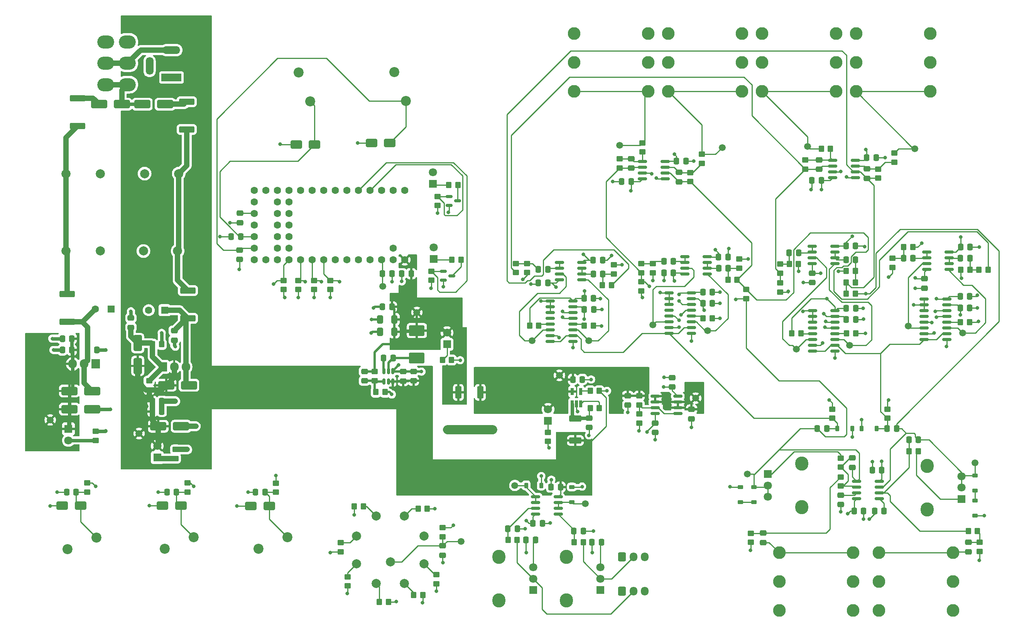
<source format=gbr>
%TF.GenerationSoftware,KiCad,Pcbnew,7.0.8*%
%TF.CreationDate,2024-02-21T10:41:43-05:00*%
%TF.ProjectId,Quad Joystick Mixer,51756164-204a-46f7-9973-7469636b204d,rev?*%
%TF.SameCoordinates,Original*%
%TF.FileFunction,Copper,L1,Top*%
%TF.FilePolarity,Positive*%
%FSLAX46Y46*%
G04 Gerber Fmt 4.6, Leading zero omitted, Abs format (unit mm)*
G04 Created by KiCad (PCBNEW 7.0.8) date 2024-02-21 10:41:43*
%MOMM*%
%LPD*%
G01*
G04 APERTURE LIST*
G04 Aperture macros list*
%AMRoundRect*
0 Rectangle with rounded corners*
0 $1 Rounding radius*
0 $2 $3 $4 $5 $6 $7 $8 $9 X,Y pos of 4 corners*
0 Add a 4 corners polygon primitive as box body*
4,1,4,$2,$3,$4,$5,$6,$7,$8,$9,$2,$3,0*
0 Add four circle primitives for the rounded corners*
1,1,$1+$1,$2,$3*
1,1,$1+$1,$4,$5*
1,1,$1+$1,$6,$7*
1,1,$1+$1,$8,$9*
0 Add four rect primitives between the rounded corners*
20,1,$1+$1,$2,$3,$4,$5,0*
20,1,$1+$1,$4,$5,$6,$7,0*
20,1,$1+$1,$6,$7,$8,$9,0*
20,1,$1+$1,$8,$9,$2,$3,0*%
G04 Aperture macros list end*
%TA.AperFunction,SMDPad,CuDef*%
%ADD10RoundRect,0.249999X-1.425001X0.450001X-1.425001X-0.450001X1.425001X-0.450001X1.425001X0.450001X0*%
%TD*%
%TA.AperFunction,SMDPad,CuDef*%
%ADD11R,0.650000X1.560000*%
%TD*%
%TA.AperFunction,SMDPad,CuDef*%
%ADD12RoundRect,0.250000X-0.337500X-0.475000X0.337500X-0.475000X0.337500X0.475000X-0.337500X0.475000X0*%
%TD*%
%TA.AperFunction,ComponentPad*%
%ADD13C,1.500000*%
%TD*%
%TA.AperFunction,SMDPad,CuDef*%
%ADD14RoundRect,0.250000X0.337500X0.475000X-0.337500X0.475000X-0.337500X-0.475000X0.337500X-0.475000X0*%
%TD*%
%TA.AperFunction,SMDPad,CuDef*%
%ADD15RoundRect,0.250000X0.450000X-0.350000X0.450000X0.350000X-0.450000X0.350000X-0.450000X-0.350000X0*%
%TD*%
%TA.AperFunction,SMDPad,CuDef*%
%ADD16RoundRect,0.250000X-0.475000X0.337500X-0.475000X-0.337500X0.475000X-0.337500X0.475000X0.337500X0*%
%TD*%
%TA.AperFunction,SMDPad,CuDef*%
%ADD17RoundRect,0.250000X-0.350000X-0.450000X0.350000X-0.450000X0.350000X0.450000X-0.350000X0.450000X0*%
%TD*%
%TA.AperFunction,SMDPad,CuDef*%
%ADD18RoundRect,0.250000X-0.450000X0.350000X-0.450000X-0.350000X0.450000X-0.350000X0.450000X0.350000X0*%
%TD*%
%TA.AperFunction,SMDPad,CuDef*%
%ADD19RoundRect,0.250000X0.475000X-0.337500X0.475000X0.337500X-0.475000X0.337500X-0.475000X-0.337500X0*%
%TD*%
%TA.AperFunction,ComponentPad*%
%ADD20C,2.800000*%
%TD*%
%TA.AperFunction,ComponentPad*%
%ADD21C,2.000000*%
%TD*%
%TA.AperFunction,SMDPad,CuDef*%
%ADD22RoundRect,0.225000X0.375000X-0.225000X0.375000X0.225000X-0.375000X0.225000X-0.375000X-0.225000X0*%
%TD*%
%TA.AperFunction,ComponentPad*%
%ADD23R,1.800000X1.800000*%
%TD*%
%TA.AperFunction,ComponentPad*%
%ADD24C,1.800000*%
%TD*%
%TA.AperFunction,SMDPad,CuDef*%
%ADD25RoundRect,0.250000X1.000000X0.650000X-1.000000X0.650000X-1.000000X-0.650000X1.000000X-0.650000X0*%
%TD*%
%TA.AperFunction,SMDPad,CuDef*%
%ADD26RoundRect,0.250000X1.500000X0.650000X-1.500000X0.650000X-1.500000X-0.650000X1.500000X-0.650000X0*%
%TD*%
%TA.AperFunction,SMDPad,CuDef*%
%ADD27RoundRect,0.150000X-0.825000X-0.150000X0.825000X-0.150000X0.825000X0.150000X-0.825000X0.150000X0*%
%TD*%
%TA.AperFunction,ComponentPad*%
%ADD28R,4.400000X1.700000*%
%TD*%
%TA.AperFunction,ComponentPad*%
%ADD29O,3.900000X1.700000*%
%TD*%
%TA.AperFunction,ComponentPad*%
%ADD30O,1.700000X3.900000*%
%TD*%
%TA.AperFunction,SMDPad,CuDef*%
%ADD31RoundRect,0.150000X0.150000X-0.512500X0.150000X0.512500X-0.150000X0.512500X-0.150000X-0.512500X0*%
%TD*%
%TA.AperFunction,SMDPad,CuDef*%
%ADD32RoundRect,0.250000X0.350000X0.450000X-0.350000X0.450000X-0.350000X-0.450000X0.350000X-0.450000X0*%
%TD*%
%TA.AperFunction,ComponentPad*%
%ADD33C,2.200000*%
%TD*%
%TA.AperFunction,ComponentPad*%
%ADD34O,2.900000X3.100000*%
%TD*%
%TA.AperFunction,ComponentPad*%
%ADD35R,1.905000X2.000000*%
%TD*%
%TA.AperFunction,ComponentPad*%
%ADD36O,1.905000X2.000000*%
%TD*%
%TA.AperFunction,SMDPad,CuDef*%
%ADD37RoundRect,0.250000X-1.500000X-0.650000X1.500000X-0.650000X1.500000X0.650000X-1.500000X0.650000X0*%
%TD*%
%TA.AperFunction,ComponentPad*%
%ADD38RoundRect,0.250000X-0.600000X-0.725000X0.600000X-0.725000X0.600000X0.725000X-0.600000X0.725000X0*%
%TD*%
%TA.AperFunction,ComponentPad*%
%ADD39O,1.700000X1.950000*%
%TD*%
%TA.AperFunction,SMDPad,CuDef*%
%ADD40RoundRect,0.250000X0.650000X-1.500000X0.650000X1.500000X-0.650000X1.500000X-0.650000X-1.500000X0*%
%TD*%
%TA.AperFunction,SMDPad,CuDef*%
%ADD41RoundRect,0.225000X-0.225000X-0.375000X0.225000X-0.375000X0.225000X0.375000X-0.225000X0.375000X0*%
%TD*%
%TA.AperFunction,SMDPad,CuDef*%
%ADD42RoundRect,0.225000X0.225000X0.375000X-0.225000X0.375000X-0.225000X-0.375000X0.225000X-0.375000X0*%
%TD*%
%TA.AperFunction,SMDPad,CuDef*%
%ADD43RoundRect,0.250000X0.412500X0.650000X-0.412500X0.650000X-0.412500X-0.650000X0.412500X-0.650000X0*%
%TD*%
%TA.AperFunction,ComponentPad*%
%ADD44O,3.700000X2.900000*%
%TD*%
%TA.AperFunction,SMDPad,CuDef*%
%ADD45RoundRect,0.150000X-0.587500X-0.150000X0.587500X-0.150000X0.587500X0.150000X-0.587500X0.150000X0*%
%TD*%
%TA.AperFunction,SMDPad,CuDef*%
%ADD46RoundRect,0.249999X-0.450001X-1.075001X0.450001X-1.075001X0.450001X1.075001X-0.450001X1.075001X0*%
%TD*%
%TA.AperFunction,ComponentPad*%
%ADD47R,1.600000X1.600000*%
%TD*%
%TA.AperFunction,ComponentPad*%
%ADD48C,1.600000*%
%TD*%
%TA.AperFunction,SMDPad,CuDef*%
%ADD49RoundRect,0.235000X1.465000X-0.940000X1.465000X0.940000X-1.465000X0.940000X-1.465000X-0.940000X0*%
%TD*%
%TA.AperFunction,SMDPad,CuDef*%
%ADD50C,2.000000*%
%TD*%
%TA.AperFunction,SMDPad,CuDef*%
%ADD51RoundRect,0.249999X-1.075001X0.450001X-1.075001X-0.450001X1.075001X-0.450001X1.075001X0.450001X0*%
%TD*%
%TA.AperFunction,SMDPad,CuDef*%
%ADD52RoundRect,0.225000X-0.375000X0.225000X-0.375000X-0.225000X0.375000X-0.225000X0.375000X0.225000X0*%
%TD*%
%TA.AperFunction,ViaPad*%
%ADD53C,0.800000*%
%TD*%
%TA.AperFunction,ViaPad*%
%ADD54C,1.500000*%
%TD*%
%TA.AperFunction,Conductor*%
%ADD55C,0.250000*%
%TD*%
%TA.AperFunction,Conductor*%
%ADD56C,2.000000*%
%TD*%
%TA.AperFunction,Conductor*%
%ADD57C,0.508000*%
%TD*%
%TA.AperFunction,Conductor*%
%ADD58C,0.762000*%
%TD*%
%TA.AperFunction,Conductor*%
%ADD59C,1.143000*%
%TD*%
%TA.AperFunction,Conductor*%
%ADD60C,0.254000*%
%TD*%
G04 APERTURE END LIST*
%TA.AperFunction,EtchedComponent*%
%TO.C,NT1*%
G36*
X131000000Y-121500000D02*
G01*
X127000000Y-121500000D01*
X127000000Y-119500000D01*
X131000000Y-119500000D01*
X131000000Y-121500000D01*
G37*
%TD.AperFunction*%
%TD*%
D10*
%TO.P,R6,1*%
%TO.N,Net-(D6-A)*%
X42988750Y-47711250D03*
%TO.P,R6,2*%
%TO.N,Net-(C12-Pad2)*%
X42988750Y-53811250D03*
%TD*%
D11*
%TO.P,U5,1,VIN*%
%TO.N,Net-(U5-VIN)*%
X151568750Y-114839850D03*
%TO.P,U5,2,GND*%
%TO.N,GND*%
X152518750Y-114839850D03*
%TO.P,U5,3,nSHDN*%
%TO.N,Net-(U5-nSHDN)*%
X153468750Y-114839850D03*
%TO.P,U5,4,PGOOD*%
%TO.N,Net-(U5-PGOOD)*%
X153468750Y-112139850D03*
%TO.P,U5,5,VOUT*%
%TO.N,VCC*%
X151568750Y-112139850D03*
%TD*%
D12*
%TO.P,C72,1*%
%TO.N,-12V*%
X142976250Y-141126250D03*
%TO.P,C72,2*%
%TO.N,Earth*%
X145051250Y-141126250D03*
%TD*%
D13*
%TO.P,TP16,1,1*%
%TO.N,Net-(J4-PadT)*%
X161988750Y-58011250D03*
%TD*%
D14*
%TO.P,C73,1*%
%TO.N,+3.3V*%
X157988750Y-145261250D03*
%TO.P,C73,2*%
%TO.N,Earth*%
X155913750Y-145261250D03*
%TD*%
D15*
%TO.P,R81,1*%
%TO.N,Earth*%
X120651250Y-87711250D03*
%TO.P,R81,2*%
%TO.N,/Teensy/LED_2*%
X120651250Y-85711250D03*
%TD*%
D16*
%TO.P,C69,1*%
%TO.N,-12V*%
X228851250Y-87338750D03*
%TO.P,C69,2*%
%TO.N,GND*%
X228851250Y-89413750D03*
%TD*%
D13*
%TO.P,TP19,1,1*%
%TO.N,Net-(J6-PadT)*%
X203238750Y-58261250D03*
%TD*%
D14*
%TO.P,C71,1*%
%TO.N,+12V*%
X149013750Y-133126250D03*
%TO.P,C71,2*%
%TO.N,Earth*%
X146938750Y-133126250D03*
%TD*%
D17*
%TO.P,R77,1*%
%TO.N,Net-(R77-Pad1)*%
X117767750Y-137851650D03*
%TO.P,R77,2*%
%TO.N,Earth*%
X119767750Y-137851650D03*
%TD*%
D18*
%TO.P,R12,1*%
%TO.N,+5V*%
X108238750Y-107761250D03*
%TO.P,R12,2*%
%TO.N,Net-(U3-FB)*%
X108238750Y-109761250D03*
%TD*%
D19*
%TO.P,C52,1*%
%TO.N,/Audio Output/C*%
X205738750Y-63298750D03*
%TO.P,C52,2*%
%TO.N,Net-(C52-Pad2)*%
X205738750Y-61223750D03*
%TD*%
D20*
%TO.P,J4,R*%
%TO.N,unconnected-(J4-PadR)*%
X152013750Y-39859850D03*
%TO.P,J4,RN*%
%TO.N,unconnected-(J4-PadRN)*%
X168243750Y-39859850D03*
%TO.P,J4,S*%
%TO.N,GND*%
X152013750Y-33509850D03*
%TO.P,J4,SN*%
X168243750Y-33509850D03*
%TO.P,J4,T*%
%TO.N,Net-(J4-PadT)*%
X152013750Y-46209850D03*
%TO.P,J4,TN*%
X168243750Y-46209850D03*
%TD*%
D21*
%TO.P,C3,1*%
%TO.N,Net-(C3-Pad1)*%
X65238750Y-64261250D03*
%TO.P,C3,2*%
%TO.N,Earth*%
X57738750Y-64261250D03*
%TD*%
D17*
%TO.P,R10,1*%
%TO.N,Net-(D8-K)*%
X123098750Y-105221250D03*
%TO.P,R10,2*%
%TO.N,Earth*%
X125098750Y-105221250D03*
%TD*%
D22*
%TO.P,D12,1,K*%
%TO.N,Net-(D12-K)*%
X191488750Y-136411250D03*
%TO.P,D12,2,A*%
%TO.N,/Audio Input/Channel1_Input*%
X191488750Y-133111250D03*
%TD*%
D16*
%TO.P,C25,1*%
%TO.N,Net-(U4A--)*%
X213023750Y-126723750D03*
%TO.P,C25,2*%
%TO.N,/Audio Input/Channel1_Input*%
X213023750Y-128798750D03*
%TD*%
D18*
%TO.P,R30,1*%
%TO.N,Net-(C47-Pad2)*%
X141701250Y-84000000D03*
%TO.P,R30,2*%
%TO.N,GND*%
X141701250Y-86000000D03*
%TD*%
D14*
%TO.P,C54,1*%
%TO.N,-12V*%
X206238750Y-65761250D03*
%TO.P,C54,2*%
%TO.N,GND*%
X204163750Y-65761250D03*
%TD*%
D23*
%TO.P,D11,1,K*%
%TO.N,Net-(D11-K)*%
X146268750Y-118589850D03*
D24*
%TO.P,D11,2,A*%
%TO.N,VCC*%
X146268750Y-116049850D03*
%TD*%
D17*
%TO.P,R21,1*%
%TO.N,Net-(U5-VIN)*%
X155518750Y-115739850D03*
%TO.P,R21,2*%
%TO.N,Net-(U5-nSHDN)*%
X157518750Y-115739850D03*
%TD*%
D14*
%TO.P,C29,1*%
%TO.N,Net-(U4B-+)*%
X220001250Y-138396250D03*
%TO.P,C29,2*%
%TO.N,GND*%
X217926250Y-138396250D03*
%TD*%
D25*
%TO.P,D22,1,A1*%
%TO.N,/Teensy/Button_1*%
X43678750Y-137221250D03*
%TO.P,D22,2,A2*%
%TO.N,Earth*%
X39678750Y-137221250D03*
%TD*%
D26*
%TO.P,D10,1,K*%
%TO.N,Earth*%
X46238750Y-116011250D03*
%TO.P,D10,2,A*%
%TO.N,-12V*%
X41238750Y-116011250D03*
%TD*%
D20*
%TO.P,J3,R*%
%TO.N,unconnected-(J3-PadR)*%
X235103750Y-153912650D03*
%TO.P,J3,RN*%
%TO.N,unconnected-(J3-PadRN)*%
X218873750Y-153912650D03*
%TO.P,J3,S*%
%TO.N,GND*%
X235103750Y-160262650D03*
%TO.P,J3,SN*%
X218873750Y-160262650D03*
%TO.P,J3,T*%
%TO.N,Net-(C28-Pad1)*%
X235103750Y-147562650D03*
%TO.P,J3,TN*%
X218873750Y-147562650D03*
%TD*%
D27*
%TO.P,U19,1*%
%TO.N,/Teensy/AB_Control*%
X143538750Y-135221250D03*
%TO.P,U19,2,-*%
X143538750Y-136491250D03*
%TO.P,U19,3,+*%
%TO.N,Net-(U19A-+)*%
X143538750Y-137761250D03*
%TO.P,U19,4,V-*%
%TO.N,-12V*%
X143538750Y-139031250D03*
%TO.P,U19,5,+*%
%TO.N,Net-(U19B-+)*%
X148488750Y-139031250D03*
%TO.P,U19,6,-*%
%TO.N,/Teensy/CD_Control*%
X148488750Y-137761250D03*
%TO.P,U19,7*%
X148488750Y-136491250D03*
%TO.P,U19,8,V+*%
%TO.N,+12V*%
X148488750Y-135221250D03*
%TD*%
D23*
%TO.P,D7,1,K*%
%TO.N,Net-(D7-K)*%
X60528750Y-126646250D03*
D24*
%TO.P,D7,2,A*%
%TO.N,+12V*%
X60528750Y-124106250D03*
%TD*%
D28*
%TO.P,J1,1*%
%TO.N,Earth*%
X63638750Y-43122650D03*
D29*
%TO.P,J1,2*%
%TO.N,Net-(SW1A-B)*%
X63638750Y-37122650D03*
D30*
%TO.P,J1,3*%
%TO.N,unconnected-(J1-Pad3)*%
X58838750Y-40622650D03*
%TD*%
D23*
%TO.P,D21,1,K*%
%TO.N,Net-(D21-K)*%
X121151250Y-82986250D03*
D24*
%TO.P,D21,2,A*%
%TO.N,+3.3V*%
X121151250Y-80446250D03*
%TD*%
D18*
%TO.P,R15,1*%
%TO.N,Net-(C24-Pad2)*%
X210463750Y-130896250D03*
%TO.P,R15,2*%
%TO.N,Net-(U4A--)*%
X210463750Y-132896250D03*
%TD*%
D31*
%TO.P,U3,1,FB*%
%TO.N,Net-(U3-FB)*%
X110288750Y-109898750D03*
%TO.P,U3,2,EN*%
%TO.N,+12V*%
X111238750Y-109898750D03*
%TO.P,U3,3,IN*%
X112188750Y-109898750D03*
%TO.P,U3,4,GND*%
%TO.N,Earth*%
X112188750Y-107623750D03*
%TO.P,U3,5,SW*%
%TO.N,Net-(U3-SW)*%
X111238750Y-107623750D03*
%TO.P,U3,6,BST*%
%TO.N,Net-(U3-BST)*%
X110288750Y-107623750D03*
%TD*%
D18*
%TO.P,R48,1*%
%TO.N,VDD*%
X220723750Y-116011250D03*
%TO.P,R48,2*%
%TO.N,Net-(D17-K)*%
X220723750Y-118011250D03*
%TD*%
D12*
%TO.P,C39,1*%
%TO.N,VCC*%
X154226250Y-94146250D03*
%TO.P,C39,2*%
%TO.N,GND*%
X156301250Y-94146250D03*
%TD*%
D17*
%TO.P,R63,1*%
%TO.N,Net-(R63-Pad1)*%
X116767750Y-156851650D03*
%TO.P,R63,2*%
%TO.N,Earth*%
X118767750Y-156851650D03*
%TD*%
D16*
%TO.P,C80,1*%
%TO.N,+3.3V*%
X78710057Y-72946730D03*
%TO.P,C80,2*%
%TO.N,Earth*%
X78710057Y-75021730D03*
%TD*%
D26*
%TO.P,D2,1,K*%
%TO.N,Net-(D2-K)*%
X62238750Y-49011250D03*
%TO.P,D2,2,A*%
%TO.N,Net-(D2-A)*%
X57238750Y-49011250D03*
%TD*%
D32*
%TO.P,R22,1*%
%TO.N,+12V*%
X157518750Y-111989850D03*
%TO.P,R22,2*%
%TO.N,Net-(U5-PGOOD)*%
X155518750Y-111989850D03*
%TD*%
D33*
%TO.P,SW6,1,A*%
%TO.N,/Teensy/POWER*%
X115108750Y-48331250D03*
%TO.P,SW6,2,B*%
%TO.N,Earth*%
X112568750Y-41981250D03*
%TD*%
D20*
%TO.P,J5,R*%
%TO.N,unconnected-(J5-PadR)*%
X172633750Y-39859850D03*
%TO.P,J5,RN*%
%TO.N,unconnected-(J5-PadRN)*%
X188863750Y-39859850D03*
%TO.P,J5,S*%
%TO.N,GND*%
X172633750Y-33509850D03*
%TO.P,J5,SN*%
X188863750Y-33509850D03*
%TO.P,J5,T*%
%TO.N,Net-(J5-PadT)*%
X172633750Y-46209850D03*
%TO.P,J5,TN*%
X188863750Y-46209850D03*
%TD*%
D34*
%TO.P,RV2,*%
%TO.N,*%
X229488750Y-138061250D03*
X229488750Y-128461250D03*
D23*
%TO.P,RV2,1,1*%
%TO.N,Net-(R17-Pad2)*%
X236988750Y-135761250D03*
D24*
%TO.P,RV2,2,2*%
%TO.N,/Audio Input/Channel2_Input*%
X236988750Y-133261250D03*
%TO.P,RV2,3,3*%
X236988750Y-130761250D03*
%TD*%
D18*
%TO.P,R19,1*%
%TO.N,Net-(C28-Pad2)*%
X240988750Y-145261250D03*
%TO.P,R19,2*%
%TO.N,GND*%
X240988750Y-147261250D03*
%TD*%
D32*
%TO.P,R53,1*%
%TO.N,Net-(C59-Pad2)*%
X238851250Y-85376250D03*
%TO.P,R53,2*%
%TO.N,GND*%
X236851250Y-85376250D03*
%TD*%
D12*
%TO.P,C46,1*%
%TO.N,Net-(U6B--)*%
X183738750Y-85051250D03*
%TO.P,C46,2*%
%TO.N,Net-(C46-Pad2)*%
X185813750Y-85051250D03*
%TD*%
D35*
%TO.P,U1,1,ADJ*%
%TO.N,Net-(D3-A)*%
X61698750Y-106706250D03*
D36*
%TO.P,U1,2,VO*%
%TO.N,+12V*%
X64238750Y-106706250D03*
%TO.P,U1,3,VI*%
%TO.N,Net-(D1-K)*%
X66778750Y-106706250D03*
%TD*%
D33*
%TO.P,SW3,1,A*%
%TO.N,/Teensy/Button_1*%
X47178750Y-144221250D03*
%TO.P,SW3,2,B*%
%TO.N,Earth*%
X40828750Y-146761250D03*
%TD*%
D17*
%TO.P,R51,1*%
%TO.N,Net-(U13-nCE)*%
X236763750Y-96876250D03*
%TO.P,R51,2*%
%TO.N,GND*%
X238763750Y-96876250D03*
%TD*%
D18*
%TO.P,R23,1*%
%TO.N,Net-(U7A-+)*%
X166268750Y-117089850D03*
%TO.P,R23,2*%
%TO.N,GND*%
X166268750Y-119089850D03*
%TD*%
D10*
%TO.P,R7,1*%
%TO.N,Net-(C12-Pad2)*%
X40738750Y-90711250D03*
%TO.P,R7,2*%
%TO.N,Net-(D5-A)*%
X40738750Y-96811250D03*
%TD*%
D37*
%TO.P,D5,1,K*%
%TO.N,-12V*%
X41238750Y-112011250D03*
%TO.P,D5,2,A*%
%TO.N,Net-(D5-A)*%
X46238750Y-112011250D03*
%TD*%
D13*
%TO.P,TP13,1,1*%
%TO.N,Net-(U16A-+)*%
X200763750Y-102836250D03*
%TD*%
D22*
%TO.P,D19,1,K*%
%TO.N,/Teensy/CD_Control*%
X151488750Y-136411250D03*
%TO.P,D19,2,A*%
%TO.N,Earth*%
X151488750Y-133111250D03*
%TD*%
D16*
%TO.P,C81,1*%
%TO.N,/Teensy/Channel Selection*%
X123158750Y-146025150D03*
%TO.P,C81,2*%
%TO.N,Earth*%
X123158750Y-148100150D03*
%TD*%
D12*
%TO.P,C8,1*%
%TO.N,+12V*%
X183701250Y-82551250D03*
%TO.P,C8,2*%
%TO.N,GND*%
X185776250Y-82551250D03*
%TD*%
D15*
%TO.P,R84,1*%
%TO.N,/Teensy/Button_3*%
X86568750Y-134261250D03*
%TO.P,R84,2*%
%TO.N,+3.3V*%
X86568750Y-132261250D03*
%TD*%
D17*
%TO.P,R59,1*%
%TO.N,Net-(U17-nCE)*%
X211763750Y-99336250D03*
%TO.P,R59,2*%
%TO.N,GND*%
X213763750Y-99336250D03*
%TD*%
D15*
%TO.P,R66,1*%
%TO.N,+3.3V*%
X98460057Y-89734230D03*
%TO.P,R66,2*%
%TO.N,/SCL0*%
X98460057Y-87734230D03*
%TD*%
D35*
%TO.P,U2,1,GND*%
%TO.N,Earth*%
X47028750Y-106066250D03*
D36*
%TO.P,U2,2,IN*%
%TO.N,Net-(D5-A)*%
X44488750Y-106066250D03*
%TO.P,U2,3,OUT*%
%TO.N,-12V*%
X41948750Y-106066250D03*
%TD*%
D14*
%TO.P,C11,1*%
%TO.N,-12V*%
X41776250Y-100511250D03*
%TO.P,C11,2*%
%TO.N,Earth*%
X39701250Y-100511250D03*
%TD*%
%TO.P,C9,1*%
%TO.N,-12V*%
X173776250Y-86051250D03*
%TO.P,C9,2*%
%TO.N,GND*%
X171701250Y-86051250D03*
%TD*%
D17*
%TO.P,R50,1*%
%TO.N,Net-(C58-Pad2)*%
X224313750Y-80376250D03*
%TO.P,R50,2*%
%TO.N,GND*%
X226313750Y-80376250D03*
%TD*%
D12*
%TO.P,C62,1*%
%TO.N,VCC*%
X211726250Y-96336250D03*
%TO.P,C62,2*%
%TO.N,GND*%
X213801250Y-96336250D03*
%TD*%
D17*
%TO.P,R5,1*%
%TO.N,Net-(D3-A)*%
X59488750Y-101761250D03*
%TO.P,R5,2*%
%TO.N,Earth*%
X61488750Y-101761250D03*
%TD*%
%TO.P,R17,1*%
%TO.N,Net-(U4B--)*%
X225488750Y-125261250D03*
%TO.P,R17,2*%
%TO.N,Net-(R17-Pad2)*%
X227488750Y-125261250D03*
%TD*%
D33*
%TO.P,SW4,1,A*%
%TO.N,/Teensy/Button_2*%
X68528750Y-144181250D03*
%TO.P,SW4,2,B*%
%TO.N,Earth*%
X62178750Y-146721250D03*
%TD*%
D12*
%TO.P,C41,1*%
%TO.N,+12V*%
X156163750Y-83281250D03*
%TO.P,C41,2*%
%TO.N,GND*%
X158238750Y-83281250D03*
%TD*%
D20*
%TO.P,J6,R*%
%TO.N,unconnected-(J6-PadR)*%
X193253750Y-39859850D03*
%TO.P,J6,RN*%
%TO.N,unconnected-(J6-PadRN)*%
X209483750Y-39859850D03*
%TO.P,J6,S*%
%TO.N,GND*%
X193253750Y-33509850D03*
%TO.P,J6,SN*%
X209483750Y-33509850D03*
%TO.P,J6,T*%
%TO.N,Net-(J6-PadT)*%
X193253750Y-46209850D03*
%TO.P,J6,TN*%
X209483750Y-46209850D03*
%TD*%
D21*
%TO.P,C4,1*%
%TO.N,Net-(C3-Pad1)*%
X64988750Y-81261250D03*
%TO.P,C4,2*%
%TO.N,Earth*%
X57488750Y-81261250D03*
%TD*%
D17*
%TO.P,R73,1*%
%TO.N,Net-(R73-Pad1)*%
X109267750Y-158351650D03*
%TO.P,R73,2*%
%TO.N,Earth*%
X111267750Y-158351650D03*
%TD*%
D27*
%TO.P,U16,1*%
%TO.N,Net-(U16A--)*%
X204238750Y-80241250D03*
%TO.P,U16,2,-*%
X204238750Y-81511250D03*
%TO.P,U16,3,+*%
%TO.N,Net-(U16A-+)*%
X204238750Y-82781250D03*
%TO.P,U16,4,V-*%
%TO.N,-12V*%
X204238750Y-84051250D03*
%TO.P,U16,5,+*%
%TO.N,Net-(U16B-+)*%
X209188750Y-84051250D03*
%TO.P,U16,6,-*%
%TO.N,Net-(U16B--)*%
X209188750Y-82781250D03*
%TO.P,U16,7*%
X209188750Y-81511250D03*
%TO.P,U16,8,V+*%
%TO.N,+12V*%
X209188750Y-80241250D03*
%TD*%
D32*
%TO.P,R64,1*%
%TO.N,Net-(J8-Pin_2)*%
X139488750Y-144761250D03*
%TO.P,R64,2*%
%TO.N,Net-(U19A-+)*%
X137488750Y-144761250D03*
%TD*%
D15*
%TO.P,R9,1*%
%TO.N,Net-(D7-K)*%
X64528750Y-126871250D03*
%TO.P,R9,2*%
%TO.N,Earth*%
X64528750Y-124871250D03*
%TD*%
D38*
%TO.P,J9,1,Pin_1*%
%TO.N,+3.3V*%
X162500000Y-148475000D03*
D39*
%TO.P,J9,2,Pin_2*%
%TO.N,Net-(J9-Pin_2)*%
X165000000Y-148475000D03*
%TO.P,J9,3,Pin_3*%
%TO.N,Earth*%
X167500000Y-148475000D03*
%TD*%
D16*
%TO.P,C33,1*%
%TO.N,Net-(U5-VIN)*%
X155268750Y-117952350D03*
%TO.P,C33,2*%
%TO.N,GND*%
X155268750Y-120027350D03*
%TD*%
D12*
%TO.P,C66,1*%
%TO.N,Net-(U16B--)*%
X211676250Y-83146250D03*
%TO.P,C66,2*%
%TO.N,Net-(C66-Pad2)*%
X213751250Y-83146250D03*
%TD*%
D14*
%TO.P,C10,1*%
%TO.N,-12V*%
X41776250Y-103011250D03*
%TO.P,C10,2*%
%TO.N,Earth*%
X39701250Y-103011250D03*
%TD*%
D18*
%TO.P,R37,1*%
%TO.N,Net-(C52-Pad2)*%
X202738750Y-61261250D03*
%TO.P,R37,2*%
%TO.N,/Audio Output/C*%
X202738750Y-63261250D03*
%TD*%
D12*
%TO.P,C67,1*%
%TO.N,+12V*%
X236813750Y-80376250D03*
%TO.P,C67,2*%
%TO.N,GND*%
X238888750Y-80376250D03*
%TD*%
D14*
%TO.P,C42,1*%
%TO.N,-12V*%
X146238750Y-88281250D03*
%TO.P,C42,2*%
%TO.N,GND*%
X144163750Y-88281250D03*
%TD*%
D12*
%TO.P,C78,1*%
%TO.N,+3.3V*%
X109922557Y-86234230D03*
%TO.P,C78,2*%
%TO.N,Earth*%
X111997557Y-86234230D03*
%TD*%
D40*
%TO.P,D3,1,K*%
%TO.N,+12V*%
X56238750Y-106511250D03*
%TO.P,D3,2,A*%
%TO.N,Net-(D3-A)*%
X56238750Y-101511250D03*
%TD*%
D41*
%TO.P,D16,1,K*%
%TO.N,Net-(D16-K)*%
X209723750Y-120261250D03*
%TO.P,D16,2,A*%
%TO.N,GND*%
X213023750Y-120261250D03*
%TD*%
D21*
%TO.P,SW2,1,1*%
%TO.N,Net-(R62-Pad1)*%
X119049750Y-149973650D03*
%TO.P,SW2,2,2*%
%TO.N,Net-(R63-Pad1)*%
X114719750Y-154303650D03*
%TO.P,SW2,3,3*%
%TO.N,Net-(R73-Pad1)*%
X108597750Y-154303650D03*
%TO.P,SW2,4,4*%
%TO.N,Net-(R74-Pad1)*%
X104267750Y-149973650D03*
%TO.P,SW2,5,5*%
%TO.N,Net-(R75-Pad1)*%
X104267750Y-143851650D03*
%TO.P,SW2,6,6*%
%TO.N,Net-(R76-Pad1)*%
X108597750Y-139521650D03*
%TO.P,SW2,7,7*%
%TO.N,Net-(R77-Pad1)*%
X114719750Y-139521650D03*
%TO.P,SW2,8,8*%
%TO.N,unconnected-(SW2-Pad8)*%
X119049750Y-143851650D03*
%TO.P,SW2,9,9*%
%TO.N,/Teensy/Channel Selection*%
X111658750Y-149562650D03*
%TD*%
D42*
%TO.P,D17,1,K*%
%TO.N,Net-(D17-K)*%
X218373750Y-120261250D03*
%TO.P,D17,2,A*%
%TO.N,GND*%
X215073750Y-120261250D03*
%TD*%
D27*
%TO.P,U9,1,GND*%
%TO.N,GND*%
X146751250Y-92201250D03*
%TO.P,U9,2,A2*%
X146751250Y-93471250D03*
%TO.P,U9,3,A1*%
X146751250Y-94741250D03*
%TO.P,U9,4,NC*%
%TO.N,unconnected-(U9-NC-Pad4)*%
X146751250Y-96011250D03*
%TO.P,U9,5,A0*%
%TO.N,Net-(U9-A0)*%
X146751250Y-97281250D03*
%TO.P,U9,6,W0*%
%TO.N,Net-(U10A-+)*%
X146751250Y-98551250D03*
%TO.P,U9,7,L0*%
%TO.N,VDD*%
X146751250Y-99821250D03*
%TO.P,U9,8,H0*%
%TO.N,Net-(D16-K)*%
X146751250Y-101091250D03*
%TO.P,U9,9,L1*%
%TO.N,VDD*%
X151701250Y-101091250D03*
%TO.P,U9,10,H1*%
%TO.N,Net-(D16-K)*%
X151701250Y-99821250D03*
%TO.P,U9,11,W1*%
%TO.N,Net-(U10B-+)*%
X151701250Y-98551250D03*
%TO.P,U9,12,nCE*%
%TO.N,Net-(U9-nCE)*%
X151701250Y-97281250D03*
%TO.P,U9,13,SDA*%
%TO.N,/SDA0*%
X151701250Y-96011250D03*
%TO.P,U9,14,SCL*%
%TO.N,/SCL0*%
X151701250Y-94741250D03*
%TO.P,U9,15,VCC*%
%TO.N,VCC*%
X151701250Y-93471250D03*
%TO.P,U9,16,VDD*%
%TO.N,+3.3V*%
X151701250Y-92201250D03*
%TD*%
D41*
%TO.P,D18,1,K*%
%TO.N,/Teensy/AB_Control*%
X141488750Y-132761250D03*
%TO.P,D18,2,A*%
%TO.N,Earth*%
X144788750Y-132761250D03*
%TD*%
D25*
%TO.P,D26,1,A1*%
%TO.N,/Teensy/PROGRAM*%
X95028750Y-57871250D03*
%TO.P,D26,2,A2*%
%TO.N,Earth*%
X91028750Y-57871250D03*
%TD*%
D27*
%TO.P,U6,1*%
%TO.N,Net-(U6A--)*%
X176288750Y-82511250D03*
%TO.P,U6,2,-*%
X176288750Y-83781250D03*
%TO.P,U6,3,+*%
%TO.N,Net-(U6A-+)*%
X176288750Y-85051250D03*
%TO.P,U6,4,V-*%
%TO.N,-12V*%
X176288750Y-86321250D03*
%TO.P,U6,5,+*%
%TO.N,Net-(U6B-+)*%
X181238750Y-86321250D03*
%TO.P,U6,6,-*%
%TO.N,Net-(U6B--)*%
X181238750Y-85051250D03*
%TO.P,U6,7*%
X181238750Y-83781250D03*
%TO.P,U6,8,V+*%
%TO.N,+12V*%
X181238750Y-82511250D03*
%TD*%
D12*
%TO.P,C48,1*%
%TO.N,Net-(U10B--)*%
X156201250Y-86281250D03*
%TO.P,C48,2*%
%TO.N,Net-(C48-Pad2)*%
X158276250Y-86281250D03*
%TD*%
D27*
%TO.P,U17,1,GND*%
%TO.N,GND*%
X204288750Y-94391250D03*
%TO.P,U17,2,A2*%
X204288750Y-95661250D03*
%TO.P,U17,3,A1*%
X204288750Y-96931250D03*
%TO.P,U17,4,NC*%
%TO.N,unconnected-(U17-NC-Pad4)*%
X204288750Y-98201250D03*
%TO.P,U17,5,A0*%
%TO.N,Net-(U17-A0)*%
X204288750Y-99471250D03*
%TO.P,U17,6,W0*%
%TO.N,Net-(U16A-+)*%
X204288750Y-100741250D03*
%TO.P,U17,7,L0*%
%TO.N,VDD*%
X204288750Y-102011250D03*
%TO.P,U17,8,H0*%
%TO.N,Net-(D17-K)*%
X204288750Y-103281250D03*
%TO.P,U17,9,L1*%
%TO.N,VDD*%
X209238750Y-103281250D03*
%TO.P,U17,10,H1*%
%TO.N,Net-(D17-K)*%
X209238750Y-102011250D03*
%TO.P,U17,11,W1*%
%TO.N,Net-(U16B-+)*%
X209238750Y-100741250D03*
%TO.P,U17,12,nCE*%
%TO.N,Net-(U17-nCE)*%
X209238750Y-99471250D03*
%TO.P,U17,13,SDA*%
%TO.N,/SDA1*%
X209238750Y-98201250D03*
%TO.P,U17,14,SCL*%
%TO.N,/SCL1*%
X209238750Y-96931250D03*
%TO.P,U17,15,VCC*%
%TO.N,VCC*%
X209238750Y-95661250D03*
%TO.P,U17,16,VDD*%
%TO.N,+3.3V*%
X209238750Y-94391250D03*
%TD*%
D19*
%TO.P,C16,1*%
%TO.N,+12V*%
X173488750Y-111127350D03*
%TO.P,C16,2*%
%TO.N,GND*%
X173488750Y-109052350D03*
%TD*%
D12*
%TO.P,C15,1*%
%TO.N,Net-(D5-A)*%
X45201250Y-103011250D03*
%TO.P,C15,2*%
%TO.N,Earth*%
X47276250Y-103011250D03*
%TD*%
D18*
%TO.P,R28,1*%
%TO.N,Net-(C45-Pad2)*%
X169238750Y-84051250D03*
%TO.P,R28,2*%
%TO.N,GND*%
X169238750Y-86051250D03*
%TD*%
D12*
%TO.P,C20,1*%
%TO.N,Net-(U3-BST)*%
X110201250Y-104761250D03*
%TO.P,C20,2*%
%TO.N,Net-(U3-SW)*%
X112276250Y-104761250D03*
%TD*%
D15*
%TO.P,R87,1*%
%TO.N,/Audio Input/Channel2_Input*%
X197238750Y-90261250D03*
%TO.P,R87,2*%
%TO.N,/Audio Output/C*%
X197238750Y-88261250D03*
%TD*%
D14*
%TO.P,C82,1*%
%TO.N,/Teensy/Button_1*%
X42716250Y-134221250D03*
%TO.P,C82,2*%
%TO.N,Earth*%
X40641250Y-134221250D03*
%TD*%
D32*
%TO.P,R76,1*%
%TO.N,Net-(R76-Pad1)*%
X105767750Y-137351650D03*
%TO.P,R76,2*%
%TO.N,Earth*%
X103767750Y-137351650D03*
%TD*%
D16*
%TO.P,C23,1*%
%TO.N,+5V*%
X105988750Y-107723750D03*
%TO.P,C23,2*%
%TO.N,Net-(U3-FB)*%
X105988750Y-109798750D03*
%TD*%
D12*
%TO.P,C37,1*%
%TO.N,/Audio Input/Channel1_Input*%
X205336250Y-120261250D03*
%TO.P,C37,2*%
%TO.N,Net-(D16-K)*%
X207411250Y-120261250D03*
%TD*%
D15*
%TO.P,R68,1*%
%TO.N,+3.3V*%
X91460057Y-89734230D03*
%TO.P,R68,2*%
%TO.N,/SDA1*%
X91460057Y-87734230D03*
%TD*%
D25*
%TO.P,D24,1,A1*%
%TO.N,/Teensy/Button_3*%
X85068750Y-137261250D03*
%TO.P,D24,2,A2*%
%TO.N,Earth*%
X81068750Y-137261250D03*
%TD*%
D18*
%TO.P,R62,1*%
%TO.N,Net-(R62-Pad1)*%
X121767750Y-152351650D03*
%TO.P,R62,2*%
%TO.N,Earth*%
X121767750Y-154351650D03*
%TD*%
D15*
%TO.P,R82,1*%
%TO.N,/Teensy/Button_1*%
X45178750Y-134221250D03*
%TO.P,R82,2*%
%TO.N,+3.3V*%
X45178750Y-132221250D03*
%TD*%
D13*
%TO.P,TP5,1,1*%
%TO.N,VCC*%
X148768750Y-108589850D03*
%TD*%
D23*
%TO.P,D8,1,K*%
%TO.N,Net-(D8-K)*%
X124098750Y-101761250D03*
D24*
%TO.P,D8,2,A*%
%TO.N,+5V*%
X124098750Y-99221250D03*
%TD*%
D19*
%TO.P,C51,1*%
%TO.N,/Audio Output/D*%
X216238750Y-65298750D03*
%TO.P,C51,2*%
%TO.N,Net-(C51-Pad2)*%
X216238750Y-63223750D03*
%TD*%
D16*
%TO.P,C26,1*%
%TO.N,Net-(U4A-+)*%
X210463750Y-134896250D03*
%TO.P,C26,2*%
%TO.N,GND*%
X210463750Y-136971250D03*
%TD*%
D13*
%TO.P,TP3,1,1*%
%TO.N,-12V*%
X37028750Y-118371250D03*
%TD*%
D34*
%TO.P,RV1,*%
%TO.N,*%
X201988750Y-127961250D03*
X201988750Y-137561250D03*
D23*
%TO.P,RV1,1,1*%
%TO.N,Net-(R16-Pad2)*%
X194488750Y-130261250D03*
D24*
%TO.P,RV1,2,2*%
%TO.N,/Audio Input/Channel1_Input*%
X194488750Y-132761250D03*
%TO.P,RV1,3,3*%
X194488750Y-135261250D03*
%TD*%
D13*
%TO.P,TP18,1,1*%
%TO.N,Net-(J7-PadT)*%
X226738750Y-58761250D03*
%TD*%
D34*
%TO.P,RV4,*%
%TO.N,*%
X150288750Y-158061250D03*
X150288750Y-148461250D03*
D23*
%TO.P,RV4,1,1*%
%TO.N,Earth*%
X157788750Y-155761250D03*
D24*
%TO.P,RV4,2,2*%
%TO.N,Net-(J9-Pin_2)*%
X157788750Y-153261250D03*
%TO.P,RV4,3,3*%
%TO.N,+3.3V*%
X157788750Y-150761250D03*
%TD*%
D25*
%TO.P,D25,1,A1*%
%TO.N,/Teensy/POWER*%
X111528750Y-57541250D03*
%TO.P,D25,2,A2*%
%TO.N,Earth*%
X107528750Y-57541250D03*
%TD*%
D13*
%TO.P,TP21,1,1*%
%TO.N,/Teensy/CD_Control*%
X154488750Y-136761250D03*
%TD*%
%TO.P,TP1,1,1*%
%TO.N,+3.3V*%
X109960057Y-88984230D03*
%TD*%
D15*
%TO.P,R88,1*%
%TO.N,/Audio Input/Channel1_Input*%
X189788750Y-91741250D03*
%TO.P,R88,2*%
%TO.N,/Audio Output/B*%
X189788750Y-89741250D03*
%TD*%
D10*
%TO.P,R1,1*%
%TO.N,Net-(D2-K)*%
X66988750Y-48461250D03*
%TO.P,R1,2*%
%TO.N,Net-(C3-Pad1)*%
X66988750Y-54561250D03*
%TD*%
D19*
%TO.P,C22,1*%
%TO.N,+12V*%
X114488750Y-109836250D03*
%TO.P,C22,2*%
%TO.N,Earth*%
X114488750Y-107761250D03*
%TD*%
D16*
%TO.P,C36,1*%
%TO.N,-12V*%
X169768750Y-119052350D03*
%TO.P,C36,2*%
%TO.N,GND*%
X169768750Y-121127350D03*
%TD*%
D14*
%TO.P,C58,1*%
%TO.N,Net-(U14A--)*%
X226351250Y-82876250D03*
%TO.P,C58,2*%
%TO.N,Net-(C58-Pad2)*%
X224276250Y-82876250D03*
%TD*%
%TO.P,C45,1*%
%TO.N,Net-(U6A--)*%
X173776250Y-83551250D03*
%TO.P,C45,2*%
%TO.N,Net-(C45-Pad2)*%
X171701250Y-83551250D03*
%TD*%
D17*
%TO.P,R39,1*%
%TO.N,Net-(J6-PadT)*%
X206238750Y-58761250D03*
%TO.P,R39,2*%
%TO.N,Net-(C52-Pad2)*%
X208238750Y-58761250D03*
%TD*%
D27*
%TO.P,U12,1*%
%TO.N,Net-(C52-Pad2)*%
X208763750Y-61356250D03*
%TO.P,U12,2,-*%
%TO.N,/Audio Output/C*%
X208763750Y-62626250D03*
%TO.P,U12,3,+*%
%TO.N,GND*%
X208763750Y-63896250D03*
%TO.P,U12,4,V-*%
%TO.N,-12V*%
X208763750Y-65166250D03*
%TO.P,U12,5,+*%
%TO.N,GND*%
X213713750Y-65166250D03*
%TO.P,U12,6,-*%
%TO.N,/Audio Output/D*%
X213713750Y-63896250D03*
%TO.P,U12,7*%
%TO.N,Net-(C51-Pad2)*%
X213713750Y-62626250D03*
%TO.P,U12,8,V+*%
%TO.N,+12V*%
X213713750Y-61356250D03*
%TD*%
D12*
%TO.P,C27,1*%
%TO.N,Net-(U4B--)*%
X225451250Y-122761250D03*
%TO.P,C27,2*%
%TO.N,/Audio Input/Channel2_Input*%
X227526250Y-122761250D03*
%TD*%
D33*
%TO.P,SW7,1,A*%
%TO.N,/Teensy/PROGRAM*%
X94108750Y-48411250D03*
%TO.P,SW7,2,B*%
%TO.N,Earth*%
X91568750Y-42061250D03*
%TD*%
D13*
%TO.P,TP6,1,1*%
%TO.N,/Audio Input/Channel1_Input*%
X189988750Y-130261250D03*
%TD*%
D43*
%TO.P,C17,1*%
%TO.N,+5V*%
X112551250Y-99036250D03*
%TO.P,C17,2*%
%TO.N,Earth*%
X109426250Y-99036250D03*
%TD*%
D18*
%TO.P,R8,1*%
%TO.N,VCC*%
X166268750Y-113089850D03*
%TO.P,R8,2*%
%TO.N,Net-(U7A-+)*%
X166268750Y-115089850D03*
%TD*%
%TO.P,R35,1*%
%TO.N,Net-(J5-PadT)*%
X179988750Y-60011250D03*
%TO.P,R35,2*%
%TO.N,Net-(C50-Pad2)*%
X179988750Y-62011250D03*
%TD*%
%TO.P,R72,1*%
%TO.N,+3.3V*%
X123158750Y-142062650D03*
%TO.P,R72,2*%
%TO.N,/Teensy/Channel Selection*%
X123158750Y-144062650D03*
%TD*%
D12*
%TO.P,C40,1*%
%TO.N,+3.3V*%
X154188750Y-91646250D03*
%TO.P,C40,2*%
%TO.N,GND*%
X156263750Y-91646250D03*
%TD*%
D15*
%TO.P,R85,1*%
%TO.N,/Audio Input/Channel1_Input*%
X166738750Y-90011250D03*
%TO.P,R85,2*%
%TO.N,/Audio Output/A*%
X166738750Y-88011250D03*
%TD*%
D27*
%TO.P,U8,1,GND*%
%TO.N,GND*%
X172788750Y-90471250D03*
%TO.P,U8,2,A2*%
X172788750Y-91741250D03*
%TO.P,U8,3,A1*%
X172788750Y-93011250D03*
%TO.P,U8,4,NC*%
%TO.N,unconnected-(U8-NC-Pad4)*%
X172788750Y-94281250D03*
%TO.P,U8,5,A0*%
%TO.N,GND*%
X172788750Y-95551250D03*
%TO.P,U8,6,W0*%
%TO.N,Net-(U6A-+)*%
X172788750Y-96821250D03*
%TO.P,U8,7,L0*%
%TO.N,VDD*%
X172788750Y-98091250D03*
%TO.P,U8,8,H0*%
%TO.N,Net-(D16-K)*%
X172788750Y-99361250D03*
%TO.P,U8,9,L1*%
%TO.N,VDD*%
X177738750Y-99361250D03*
%TO.P,U8,10,H1*%
%TO.N,Net-(D16-K)*%
X177738750Y-98091250D03*
%TO.P,U8,11,W1*%
%TO.N,Net-(U6B-+)*%
X177738750Y-96821250D03*
%TO.P,U8,12,nCE*%
%TO.N,Net-(U8-nCE)*%
X177738750Y-95551250D03*
%TO.P,U8,13,SDA*%
%TO.N,/SDA0*%
X177738750Y-94281250D03*
%TO.P,U8,14,SCL*%
%TO.N,/SCL0*%
X177738750Y-93011250D03*
%TO.P,U8,15,VCC*%
%TO.N,VCC*%
X177738750Y-91741250D03*
%TO.P,U8,16,VDD*%
%TO.N,+3.3V*%
X177738750Y-90471250D03*
%TD*%
D32*
%TO.P,R61,1*%
%TO.N,Net-(C66-Pad2)*%
X213713750Y-85646250D03*
%TO.P,R61,2*%
%TO.N,GND*%
X211713750Y-85646250D03*
%TD*%
D13*
%TO.P,TP9,1,1*%
%TO.N,Net-(U13-W0)*%
X225288750Y-97741250D03*
%TD*%
D12*
%TO.P,C53,1*%
%TO.N,+12V*%
X216201250Y-60761250D03*
%TO.P,C53,2*%
%TO.N,GND*%
X218276250Y-60761250D03*
%TD*%
D27*
%TO.P,U7,1*%
%TO.N,VDD*%
X169793750Y-113184850D03*
%TO.P,U7,2,-*%
X169793750Y-114454850D03*
%TO.P,U7,3,+*%
%TO.N,Net-(U7A-+)*%
X169793750Y-115724850D03*
%TO.P,U7,4,V-*%
%TO.N,-12V*%
X169793750Y-116994850D03*
%TO.P,U7,5,+*%
%TO.N,Net-(U7A-+)*%
X174743750Y-116994850D03*
%TO.P,U7,6,-*%
%TO.N,VDD*%
X174743750Y-115724850D03*
%TO.P,U7,7*%
X174743750Y-114454850D03*
%TO.P,U7,8,V+*%
%TO.N,+12V*%
X174743750Y-113184850D03*
%TD*%
D13*
%TO.P,TP17,1,1*%
%TO.N,Net-(J5-PadT)*%
X184488750Y-58511250D03*
%TD*%
D17*
%TO.P,R26,1*%
%TO.N,Net-(U9-nCE)*%
X154226250Y-97646250D03*
%TO.P,R26,2*%
%TO.N,GND*%
X156226250Y-97646250D03*
%TD*%
D13*
%TO.P,TP2,1,1*%
%TO.N,+12V*%
X56528750Y-121371250D03*
%TD*%
D19*
%TO.P,C49,1*%
%TO.N,/Audio Output/A*%
X164488750Y-63048750D03*
%TO.P,C49,2*%
%TO.N,Net-(C49-Pad2)*%
X164488750Y-60973750D03*
%TD*%
D18*
%TO.P,R34,1*%
%TO.N,Net-(J4-PadT)*%
X166988750Y-57511250D03*
%TO.P,R34,2*%
%TO.N,Net-(C49-Pad2)*%
X166988750Y-59511250D03*
%TD*%
D26*
%TO.P,D6,1,K*%
%TO.N,Net-(D2-A)*%
X52738750Y-49011250D03*
%TO.P,D6,2,A*%
%TO.N,Net-(D6-A)*%
X47738750Y-49011250D03*
%TD*%
D17*
%TO.P,R60,1*%
%TO.N,/Audio Output/D*%
X211713750Y-88146250D03*
%TO.P,R60,2*%
%TO.N,Net-(C66-Pad2)*%
X213713750Y-88146250D03*
%TD*%
D12*
%TO.P,C2,1*%
%TO.N,+12V*%
X59451250Y-116511250D03*
%TO.P,C2,2*%
%TO.N,Earth*%
X61526250Y-116511250D03*
%TD*%
D15*
%TO.P,R44,1*%
%TO.N,/Audio Output/A*%
X166738750Y-86051250D03*
%TO.P,R44,2*%
%TO.N,Net-(C45-Pad2)*%
X166738750Y-84051250D03*
%TD*%
D26*
%TO.P,D1,1,K*%
%TO.N,Net-(D1-K)*%
X67488750Y-110761250D03*
%TO.P,D1,2,A*%
%TO.N,+12V*%
X62488750Y-110761250D03*
%TD*%
D44*
%TO.P,SW1,1,A*%
%TO.N,Net-(D2-A)*%
X53988750Y-44711250D03*
%TO.P,SW1,2,B*%
%TO.N,Net-(SW1A-B)*%
X53988750Y-40011250D03*
%TO.P,SW1,3,C*%
%TO.N,unconnected-(SW1A-C-Pad3)*%
X53988750Y-35311250D03*
%TO.P,SW1,4,A*%
%TO.N,Net-(D2-A)*%
X49188750Y-44711250D03*
%TO.P,SW1,5,B*%
%TO.N,Net-(SW1A-B)*%
X49188750Y-40011250D03*
%TO.P,SW1,6,C*%
%TO.N,unconnected-(SW1B-C-Pad6)*%
X49188750Y-35311250D03*
%TD*%
D43*
%TO.P,C18,1*%
%TO.N,+5V*%
X112551250Y-96286250D03*
%TO.P,C18,2*%
%TO.N,Earth*%
X109426250Y-96286250D03*
%TD*%
D45*
%TO.P,Q1,1,G*%
%TO.N,/Teensy/LED_1*%
X124551250Y-69311250D03*
%TO.P,Q1,2,S*%
%TO.N,Earth*%
X124551250Y-71211250D03*
%TO.P,Q1,3,D*%
%TO.N,Net-(Q1-D)*%
X126426250Y-70261250D03*
%TD*%
D18*
%TO.P,R36,1*%
%TO.N,Net-(C51-Pad2)*%
X218738750Y-63261250D03*
%TO.P,R36,2*%
%TO.N,/Audio Output/D*%
X218738750Y-65261250D03*
%TD*%
%TO.P,R74,1*%
%TO.N,Net-(R74-Pad1)*%
X102267750Y-152851650D03*
%TO.P,R74,2*%
%TO.N,Earth*%
X102267750Y-154851650D03*
%TD*%
D19*
%TO.P,C24,1*%
%TO.N,Net-(C24-Pad1)*%
X193488750Y-145298750D03*
%TO.P,C24,2*%
%TO.N,Net-(C24-Pad2)*%
X193488750Y-143223750D03*
%TD*%
D18*
%TO.P,R3,1*%
%TO.N,Net-(D11-K)*%
X146268750Y-121089850D03*
%TO.P,R3,2*%
%TO.N,GND*%
X146268750Y-123089850D03*
%TD*%
%TO.P,R24,1*%
%TO.N,VDD*%
X208623750Y-116011250D03*
%TO.P,R24,2*%
%TO.N,Net-(D16-K)*%
X208623750Y-118011250D03*
%TD*%
D27*
%TO.P,U13,1,GND*%
%TO.N,GND*%
X228813750Y-91796250D03*
%TO.P,U13,2,A2*%
X228813750Y-93066250D03*
%TO.P,U13,3,A1*%
X228813750Y-94336250D03*
%TO.P,U13,4,NC*%
%TO.N,unconnected-(U13-NC-Pad4)*%
X228813750Y-95606250D03*
%TO.P,U13,5,A0*%
%TO.N,GND*%
X228813750Y-96876250D03*
%TO.P,U13,6,W0*%
%TO.N,Net-(U13-W0)*%
X228813750Y-98146250D03*
%TO.P,U13,7,L0*%
%TO.N,VDD*%
X228813750Y-99416250D03*
%TO.P,U13,8,H0*%
%TO.N,Net-(D17-K)*%
X228813750Y-100686250D03*
%TO.P,U13,9,L1*%
%TO.N,VDD*%
X233763750Y-100686250D03*
%TO.P,U13,10,H1*%
%TO.N,Net-(D17-K)*%
X233763750Y-99416250D03*
%TO.P,U13,11,W1*%
%TO.N,Net-(U13-W1)*%
X233763750Y-98146250D03*
%TO.P,U13,12,nCE*%
%TO.N,Net-(U13-nCE)*%
X233763750Y-96876250D03*
%TO.P,U13,13,SDA*%
%TO.N,/SDA1*%
X233763750Y-95606250D03*
%TO.P,U13,14,SCL*%
%TO.N,/SCL1*%
X233763750Y-94336250D03*
%TO.P,U13,15,VCC*%
%TO.N,VCC*%
X233763750Y-93066250D03*
%TO.P,U13,16,VDD*%
%TO.N,+3.3V*%
X233763750Y-91796250D03*
%TD*%
D13*
%TO.P,TP22,1,1*%
%TO.N,/Teensy/Channel Selection*%
X127158750Y-145062650D03*
%TD*%
D15*
%TO.P,R83,1*%
%TO.N,/Teensy/Button_2*%
X67178750Y-134221250D03*
%TO.P,R83,2*%
%TO.N,+3.3V*%
X67178750Y-132221250D03*
%TD*%
D32*
%TO.P,R65,1*%
%TO.N,Net-(J9-Pin_2)*%
X153988750Y-145261250D03*
%TO.P,R65,2*%
%TO.N,Net-(U19B-+)*%
X151988750Y-145261250D03*
%TD*%
D46*
%TO.P,R40,1*%
%TO.N,+5V*%
X126600000Y-112314850D03*
%TO.P,R40,2*%
%TO.N,VCC*%
X131400000Y-112314850D03*
%TD*%
D17*
%TO.P,R56,1*%
%TO.N,+3.3V*%
X199763750Y-99336250D03*
%TO.P,R56,2*%
%TO.N,Net-(U17-A0)*%
X201763750Y-99336250D03*
%TD*%
D47*
%TO.P,C14,1*%
%TO.N,Earth*%
X50391401Y-94011250D03*
D48*
%TO.P,C14,2*%
%TO.N,Net-(D5-A)*%
X46891401Y-94011250D03*
%TD*%
D19*
%TO.P,C7,1*%
%TO.N,Net-(D3-A)*%
X54738750Y-98048750D03*
%TO.P,C7,2*%
%TO.N,Earth*%
X54738750Y-95973750D03*
%TD*%
%TO.P,C28,1*%
%TO.N,Net-(C28-Pad1)*%
X238488750Y-147336250D03*
%TO.P,C28,2*%
%TO.N,Net-(C28-Pad2)*%
X238488750Y-145261250D03*
%TD*%
D38*
%TO.P,J8,1,Pin_1*%
%TO.N,+3.3V*%
X162500000Y-156000000D03*
D39*
%TO.P,J8,2,Pin_2*%
%TO.N,Net-(J8-Pin_2)*%
X165000000Y-156000000D03*
%TO.P,J8,3,Pin_3*%
%TO.N,Earth*%
X167500000Y-156000000D03*
%TD*%
D15*
%TO.P,R11,1*%
%TO.N,Net-(D9-A)*%
X47028750Y-122871250D03*
%TO.P,R11,2*%
%TO.N,Earth*%
X47028750Y-120871250D03*
%TD*%
D14*
%TO.P,C83,1*%
%TO.N,/Teensy/Button_2*%
X64716250Y-134221250D03*
%TO.P,C83,2*%
%TO.N,Earth*%
X62641250Y-134221250D03*
%TD*%
D17*
%TO.P,R58,1*%
%TO.N,Net-(C65-Pad2)*%
X199213750Y-84146250D03*
%TO.P,R58,2*%
%TO.N,GND*%
X201213750Y-84146250D03*
%TD*%
D12*
%TO.P,C75,1*%
%TO.N,Net-(U19A-+)*%
X137451250Y-142261250D03*
%TO.P,C75,2*%
%TO.N,Earth*%
X139526250Y-142261250D03*
%TD*%
D22*
%TO.P,D13,1,K*%
%TO.N,Net-(D12-K)*%
X188488750Y-136411250D03*
%TO.P,D13,2,A*%
%TO.N,GND*%
X188488750Y-133111250D03*
%TD*%
D13*
%TO.P,TP14,1,1*%
%TO.N,Net-(U10B-+)*%
X155251250Y-100971250D03*
%TD*%
D21*
%TO.P,C12,1*%
%TO.N,Earth*%
X47988750Y-64261250D03*
%TO.P,C12,2*%
%TO.N,Net-(C12-Pad2)*%
X40488750Y-64261250D03*
%TD*%
D14*
%TO.P,C55,1*%
%TO.N,/Audio Input/Channel2_Input*%
X222761250Y-120261250D03*
%TO.P,C55,2*%
%TO.N,Net-(D17-K)*%
X220686250Y-120261250D03*
%TD*%
D16*
%TO.P,C6,1*%
%TO.N,Net-(D1-K)*%
X64238750Y-98761250D03*
%TO.P,C6,2*%
%TO.N,Earth*%
X64238750Y-100836250D03*
%TD*%
D15*
%TO.P,R79,1*%
%TO.N,Earth*%
X121988750Y-71261250D03*
%TO.P,R79,2*%
%TO.N,/Teensy/LED_1*%
X121988750Y-69261250D03*
%TD*%
D13*
%TO.P,TP4,1,1*%
%TO.N,+5V*%
X117488750Y-94761250D03*
%TD*%
D14*
%TO.P,C74,1*%
%TO.N,+3.3V*%
X143526250Y-144761250D03*
%TO.P,C74,2*%
%TO.N,Earth*%
X141451250Y-144761250D03*
%TD*%
D12*
%TO.P,C1,1*%
%TO.N,+12V*%
X59451250Y-114261250D03*
%TO.P,C1,2*%
%TO.N,Earth*%
X61526250Y-114261250D03*
%TD*%
D17*
%TO.P,R27,1*%
%TO.N,+3.3V*%
X142226250Y-97646250D03*
%TO.P,R27,2*%
%TO.N,Net-(U9-A0)*%
X144226250Y-97646250D03*
%TD*%
D10*
%TO.P,R2,1*%
%TO.N,Net-(C3-Pad1)*%
X67238750Y-89961250D03*
%TO.P,R2,2*%
%TO.N,Net-(D1-K)*%
X67238750Y-96061250D03*
%TD*%
D18*
%TO.P,R32,1*%
%TO.N,Net-(C50-Pad2)*%
X177488750Y-64011250D03*
%TO.P,R32,2*%
%TO.N,/Audio Output/B*%
X177488750Y-66011250D03*
%TD*%
D14*
%TO.P,C19,1*%
%TO.N,+5V*%
X112026250Y-93536250D03*
%TO.P,C19,2*%
%TO.N,Earth*%
X109951250Y-93536250D03*
%TD*%
D15*
%TO.P,R57,1*%
%TO.N,/Audio Output/C*%
X197213750Y-86146250D03*
%TO.P,R57,2*%
%TO.N,Net-(C65-Pad2)*%
X197213750Y-84146250D03*
%TD*%
D14*
%TO.P,C44,1*%
%TO.N,-12V*%
X164488750Y-66011250D03*
%TO.P,C44,2*%
%TO.N,GND*%
X162413750Y-66011250D03*
%TD*%
D49*
%TO.P,L4,1,1*%
%TO.N,Net-(U3-SW)*%
X117488750Y-104786250D03*
%TO.P,L4,2,2*%
%TO.N,+5V*%
X117488750Y-98736250D03*
%TD*%
D34*
%TO.P,RV3,*%
%TO.N,*%
X135488750Y-158061250D03*
X135488750Y-148461250D03*
D23*
%TO.P,RV3,1,1*%
%TO.N,Earth*%
X142988750Y-155761250D03*
D24*
%TO.P,RV3,2,2*%
%TO.N,Net-(J8-Pin_2)*%
X142988750Y-153261250D03*
%TO.P,RV3,3,3*%
%TO.N,+3.3V*%
X142988750Y-150761250D03*
%TD*%
D12*
%TO.P,C57,1*%
%TO.N,+3.3V*%
X236726250Y-91241250D03*
%TO.P,C57,2*%
%TO.N,GND*%
X238801250Y-91241250D03*
%TD*%
D32*
%TO.P,R18,1*%
%TO.N,Net-(C28-Pad2)*%
X240488750Y-142761250D03*
%TO.P,R18,2*%
%TO.N,Net-(U4B--)*%
X238488750Y-142761250D03*
%TD*%
D27*
%TO.P,U10,1*%
%TO.N,Net-(U10A--)*%
X148751250Y-83741250D03*
%TO.P,U10,2,-*%
X148751250Y-85011250D03*
%TO.P,U10,3,+*%
%TO.N,Net-(U10A-+)*%
X148751250Y-86281250D03*
%TO.P,U10,4,V-*%
%TO.N,-12V*%
X148751250Y-87551250D03*
%TO.P,U10,5,+*%
%TO.N,Net-(U10B-+)*%
X153701250Y-87551250D03*
%TO.P,U10,6,-*%
%TO.N,Net-(U10B--)*%
X153701250Y-86281250D03*
%TO.P,U10,7*%
X153701250Y-85011250D03*
%TO.P,U10,8,V+*%
%TO.N,+12V*%
X153701250Y-83741250D03*
%TD*%
D15*
%TO.P,R49,1*%
%TO.N,/Audio Output/A*%
X221851250Y-84876250D03*
%TO.P,R49,2*%
%TO.N,Net-(C58-Pad2)*%
X221851250Y-82876250D03*
%TD*%
%TO.P,R29,1*%
%TO.N,Net-(C46-Pad2)*%
X188238750Y-85051250D03*
%TO.P,R29,2*%
%TO.N,GND*%
X188238750Y-83051250D03*
%TD*%
D13*
%TO.P,TP7,1,1*%
%TO.N,/Audio Input/Channel2_Input*%
X239988750Y-127761250D03*
%TD*%
%TO.P,TP15,1,1*%
%TO.N,Net-(U16B-+)*%
X212488750Y-102011250D03*
%TD*%
D16*
%TO.P,C34,1*%
%TO.N,VCC*%
X163768750Y-113052350D03*
%TO.P,C34,2*%
%TO.N,GND*%
X163768750Y-115127350D03*
%TD*%
D12*
%TO.P,C56,1*%
%TO.N,VCC*%
X236726250Y-93741250D03*
%TO.P,C56,2*%
%TO.N,GND*%
X238801250Y-93741250D03*
%TD*%
D37*
%TO.P,D4,1,K*%
%TO.N,+12V*%
X60738750Y-119761250D03*
%TO.P,D4,2,A*%
%TO.N,Earth*%
X65738750Y-119761250D03*
%TD*%
D12*
%TO.P,C38,1*%
%TO.N,+3.3V*%
X180251250Y-90281250D03*
%TO.P,C38,2*%
%TO.N,GND*%
X182326250Y-90281250D03*
%TD*%
%TO.P,C32,1*%
%TO.N,VCC*%
X151731250Y-109489850D03*
%TO.P,C32,2*%
%TO.N,GND*%
X153806250Y-109489850D03*
%TD*%
D33*
%TO.P,SW5,1,A*%
%TO.N,/Teensy/Button_3*%
X89108750Y-144181250D03*
%TO.P,SW5,2,B*%
%TO.N,Earth*%
X82758750Y-146721250D03*
%TD*%
D13*
%TO.P,TP23,1,1*%
%TO.N,VDD*%
X178668750Y-113589850D03*
%TD*%
D19*
%TO.P,C50,1*%
%TO.N,/Audio Output/B*%
X174988750Y-66048750D03*
%TO.P,C50,2*%
%TO.N,Net-(C50-Pad2)*%
X174988750Y-63973750D03*
%TD*%
D14*
%TO.P,C77,1*%
%TO.N,+5V*%
X116247557Y-86234230D03*
%TO.P,C77,2*%
%TO.N,Earth*%
X114172557Y-86234230D03*
%TD*%
D20*
%TO.P,J7,R*%
%TO.N,unconnected-(J7-PadR)*%
X213873750Y-39859850D03*
%TO.P,J7,RN*%
%TO.N,unconnected-(J7-PadRN)*%
X230103750Y-39859850D03*
%TO.P,J7,S*%
%TO.N,GND*%
X213873750Y-33509850D03*
%TO.P,J7,SN*%
X230103750Y-33509850D03*
%TO.P,J7,T*%
%TO.N,Net-(J7-PadT)*%
X213873750Y-46209850D03*
%TO.P,J7,TN*%
X230103750Y-46209850D03*
%TD*%
D15*
%TO.P,R4,1*%
%TO.N,+12V*%
X58738750Y-111761250D03*
%TO.P,R4,2*%
%TO.N,Net-(D3-A)*%
X58738750Y-109761250D03*
%TD*%
D50*
%TO.P,NT1,1,1*%
%TO.N,Earth*%
X127000000Y-120500000D03*
%TO.P,NT1,2,2*%
%TO.N,GND*%
X131000000Y-120500000D03*
%TD*%
D12*
%TO.P,C68,1*%
%TO.N,+12V*%
X211676250Y-80146250D03*
%TO.P,C68,2*%
%TO.N,GND*%
X213751250Y-80146250D03*
%TD*%
D13*
%TO.P,TP12,1,1*%
%TO.N,Net-(U10A-+)*%
X142751250Y-100971250D03*
%TD*%
D16*
%TO.P,C70,1*%
%TO.N,-12V*%
X204213750Y-86108750D03*
%TO.P,C70,2*%
%TO.N,GND*%
X204213750Y-88183750D03*
%TD*%
D18*
%TO.P,R38,1*%
%TO.N,Net-(J7-PadT)*%
X222238750Y-59761250D03*
%TO.P,R38,2*%
%TO.N,Net-(C51-Pad2)*%
X222238750Y-61761250D03*
%TD*%
D23*
%TO.P,D9,1,K*%
%TO.N,-12V*%
X41028750Y-120331250D03*
D24*
%TO.P,D9,2,A*%
%TO.N,Net-(D9-A)*%
X41028750Y-122871250D03*
%TD*%
D14*
%TO.P,C86,1*%
%TO.N,/Teensy/PROGRAM*%
X78803750Y-78062650D03*
%TO.P,C86,2*%
%TO.N,Earth*%
X76728750Y-78062650D03*
%TD*%
D20*
%TO.P,J2,R*%
%TO.N,unconnected-(J2-PadR)*%
X213238750Y-153912650D03*
%TO.P,J2,RN*%
%TO.N,unconnected-(J2-PadRN)*%
X197008750Y-153912650D03*
%TO.P,J2,S*%
%TO.N,GND*%
X213238750Y-160262650D03*
%TO.P,J2,SN*%
X197008750Y-160262650D03*
%TO.P,J2,T*%
%TO.N,Net-(C24-Pad1)*%
X213238750Y-147562650D03*
%TO.P,J2,TN*%
X197008750Y-147562650D03*
%TD*%
D14*
%TO.P,C65,1*%
%TO.N,Net-(U16A--)*%
X201251250Y-81646250D03*
%TO.P,C65,2*%
%TO.N,Net-(C65-Pad2)*%
X199176250Y-81646250D03*
%TD*%
D21*
%TO.P,C13,1*%
%TO.N,Earth*%
X47988750Y-81261250D03*
%TO.P,C13,2*%
%TO.N,Net-(C12-Pad2)*%
X40488750Y-81261250D03*
%TD*%
D51*
%TO.P,R20,1*%
%TO.N,Net-(U5-VIN)*%
X152268750Y-118089850D03*
%TO.P,R20,2*%
%TO.N,+12V*%
X152268750Y-122889850D03*
%TD*%
D32*
%TO.P,R52,1*%
%TO.N,/Audio Output/B*%
X242851250Y-85376250D03*
%TO.P,R52,2*%
%TO.N,Net-(C59-Pad2)*%
X240851250Y-85376250D03*
%TD*%
D12*
%TO.P,C30,1*%
%TO.N,-12V*%
X213426250Y-138396250D03*
%TO.P,C30,2*%
%TO.N,GND*%
X215501250Y-138396250D03*
%TD*%
D32*
%TO.P,R80,1*%
%TO.N,Net-(Q2-D)*%
X127151250Y-83211250D03*
%TO.P,R80,2*%
%TO.N,Net-(D21-K)*%
X125151250Y-83211250D03*
%TD*%
D14*
%TO.P,C84,1*%
%TO.N,/Teensy/Button_3*%
X84143750Y-134261250D03*
%TO.P,C84,2*%
%TO.N,Earth*%
X82068750Y-134261250D03*
%TD*%
D32*
%TO.P,R45,1*%
%TO.N,/Audio Output/B*%
X187738750Y-87551250D03*
%TO.P,R45,2*%
%TO.N,Net-(C46-Pad2)*%
X185738750Y-87551250D03*
%TD*%
D27*
%TO.P,U4,1*%
%TO.N,/Audio Input/Channel1_Input*%
X214013750Y-131856250D03*
%TO.P,U4,2,-*%
%TO.N,Net-(U4A--)*%
X214013750Y-133126250D03*
%TO.P,U4,3,+*%
%TO.N,Net-(U4A-+)*%
X214013750Y-134396250D03*
%TO.P,U4,4,V-*%
%TO.N,-12V*%
X214013750Y-135666250D03*
%TO.P,U4,5,+*%
%TO.N,Net-(U4B-+)*%
X218963750Y-135666250D03*
%TO.P,U4,6,-*%
%TO.N,Net-(U4B--)*%
X218963750Y-134396250D03*
%TO.P,U4,7*%
%TO.N,/Audio Input/Channel2_Input*%
X218963750Y-133126250D03*
%TO.P,U4,8,V+*%
%TO.N,+12V*%
X218963750Y-131856250D03*
%TD*%
D18*
%TO.P,R33,1*%
%TO.N,Net-(C49-Pad2)*%
X161988750Y-61011250D03*
%TO.P,R33,2*%
%TO.N,/Audio Output/A*%
X161988750Y-63011250D03*
%TD*%
%TO.P,R75,1*%
%TO.N,Net-(R75-Pad1)*%
X100767750Y-145351650D03*
%TO.P,R75,2*%
%TO.N,Earth*%
X100767750Y-147351650D03*
%TD*%
D19*
%TO.P,C21,1*%
%TO.N,+12V*%
X116738750Y-109798750D03*
%TO.P,C21,2*%
%TO.N,Earth*%
X116738750Y-107723750D03*
%TD*%
D13*
%TO.P,TP10,1,1*%
%TO.N,Net-(U6B-+)*%
X181288750Y-98741250D03*
%TD*%
D32*
%TO.P,R78,1*%
%TO.N,Net-(Q1-D)*%
X126488750Y-66761250D03*
%TO.P,R78,2*%
%TO.N,Net-(D20-K)*%
X124488750Y-66761250D03*
%TD*%
D15*
%TO.P,R69,1*%
%TO.N,+3.3V*%
X88210057Y-89734230D03*
%TO.P,R69,2*%
%TO.N,/SCL1*%
X88210057Y-87734230D03*
%TD*%
D14*
%TO.P,C47,1*%
%TO.N,Net-(U10A--)*%
X146238750Y-85281250D03*
%TO.P,C47,2*%
%TO.N,Net-(C47-Pad2)*%
X144163750Y-85281250D03*
%TD*%
D15*
%TO.P,R31,1*%
%TO.N,Net-(C48-Pad2)*%
X160701250Y-86281250D03*
%TO.P,R31,2*%
%TO.N,GND*%
X160701250Y-84281250D03*
%TD*%
D17*
%TO.P,R25,1*%
%TO.N,Net-(U8-nCE)*%
X180288750Y-96011250D03*
%TO.P,R25,2*%
%TO.N,GND*%
X182288750Y-96011250D03*
%TD*%
D25*
%TO.P,D23,1,A1*%
%TO.N,/Teensy/Button_2*%
X65678750Y-137221250D03*
%TO.P,D23,2,A2*%
%TO.N,Earth*%
X61678750Y-137221250D03*
%TD*%
D27*
%TO.P,U14,1*%
%TO.N,Net-(U14A--)*%
X229338750Y-81471250D03*
%TO.P,U14,2,-*%
X229338750Y-82741250D03*
%TO.P,U14,3,+*%
%TO.N,Net-(U13-W0)*%
X229338750Y-84011250D03*
%TO.P,U14,4,V-*%
%TO.N,-12V*%
X229338750Y-85281250D03*
%TO.P,U14,5,+*%
%TO.N,Net-(U13-W1)*%
X234288750Y-85281250D03*
%TO.P,U14,6,-*%
%TO.N,Net-(U14B--)*%
X234288750Y-84011250D03*
%TO.P,U14,7*%
X234288750Y-82741250D03*
%TO.P,U14,8,V+*%
%TO.N,+12V*%
X234288750Y-81471250D03*
%TD*%
D13*
%TO.P,TP11,1,1*%
%TO.N,Net-(U13-W1)*%
X237288750Y-99241250D03*
%TD*%
D52*
%TO.P,D15,1,K*%
%TO.N,Net-(D14-K)*%
X239988750Y-136111250D03*
%TO.P,D15,2,A*%
%TO.N,GND*%
X239988750Y-139411250D03*
%TD*%
D18*
%TO.P,R14,1*%
%TO.N,Net-(C24-Pad2)*%
X190738750Y-143261250D03*
%TO.P,R14,2*%
%TO.N,GND*%
X190738750Y-145261250D03*
%TD*%
D22*
%TO.P,D14,1,K*%
%TO.N,Net-(D14-K)*%
X239988750Y-133911250D03*
%TO.P,D14,2,A*%
%TO.N,/Audio Input/Channel2_Input*%
X239988750Y-130611250D03*
%TD*%
D45*
%TO.P,Q2,1,G*%
%TO.N,/Teensy/LED_2*%
X123276250Y-85761250D03*
%TO.P,Q2,2,S*%
%TO.N,Earth*%
X123276250Y-87661250D03*
%TO.P,Q2,3,D*%
%TO.N,Net-(Q2-D)*%
X125151250Y-86711250D03*
%TD*%
D32*
%TO.P,R47,1*%
%TO.N,/Audio Output/D*%
X160201250Y-88781250D03*
%TO.P,R47,2*%
%TO.N,Net-(C48-Pad2)*%
X158201250Y-88781250D03*
%TD*%
D13*
%TO.P,TP8,1,1*%
%TO.N,Net-(U6A-+)*%
X169288750Y-97511250D03*
%TD*%
D48*
%TO.P,U20,1,GND*%
%TO.N,Earth*%
X114813750Y-67942650D03*
%TO.P,U20,2,0_RX1_CRX2_CS1*%
%TO.N,unconnected-(U20-0_RX1_CRX2_CS1-Pad2)*%
X112273750Y-67942650D03*
%TO.P,U20,3,1_TX1_CTX2_MISO1*%
%TO.N,unconnected-(U20-1_TX1_CTX2_MISO1-Pad3)*%
X109733750Y-67942650D03*
%TO.P,U20,4,2_OUT2*%
%TO.N,/Teensy/LED_1*%
X107193750Y-67942650D03*
%TO.P,U20,5,3_LRCLK2*%
%TO.N,/Teensy/LED_2*%
X104653750Y-67942650D03*
%TO.P,U20,6,4_BCLK2*%
%TO.N,unconnected-(U20-4_BCLK2-Pad6)*%
X102113750Y-67942650D03*
%TO.P,U20,7,5_IN2*%
%TO.N,unconnected-(U20-5_IN2-Pad7)*%
X99573750Y-67942650D03*
%TO.P,U20,8,6_OUT1D*%
%TO.N,/Teensy/Button_1*%
X97033750Y-67942650D03*
%TO.P,U20,9,7_RX2_OUT1A*%
%TO.N,/Teensy/Button_2*%
X94493750Y-67942650D03*
%TO.P,U20,10,8_TX2_IN1*%
%TO.N,/Teensy/Button_3*%
X91953750Y-67942650D03*
%TO.P,U20,11,9_OUT1C*%
%TO.N,unconnected-(U20-9_OUT1C-Pad11)*%
X89413750Y-67942650D03*
%TO.P,U20,12,10_CS_MQSR*%
%TO.N,unconnected-(U20-10_CS_MQSR-Pad12)*%
X86873750Y-67942650D03*
%TO.P,U20,13,11_MOSI_CTX1*%
%TO.N,unconnected-(U20-11_MOSI_CTX1-Pad13)*%
X84333750Y-67942650D03*
%TO.P,U20,14,12_MISO_MQSL*%
%TO.N,unconnected-(U20-12_MISO_MQSL-Pad14)*%
X81793750Y-67942650D03*
%TO.P,U20,15,VBAT*%
%TO.N,unconnected-(U20-VBAT-Pad15)*%
X81793750Y-70482650D03*
%TO.P,U20,16,3V3*%
%TO.N,+3.3V*%
X81793750Y-73022650D03*
%TO.P,U20,17,GND*%
%TO.N,Earth*%
X81793750Y-75562650D03*
%TO.P,U20,18,PROGRAM*%
%TO.N,/Teensy/PROGRAM*%
X81793750Y-78102650D03*
%TO.P,U20,19,ON_OFF*%
%TO.N,/Teensy/POWER*%
X81793750Y-80642650D03*
%TO.P,U20,20,13_SCK_CRX1_LED*%
%TO.N,unconnected-(U20-13_SCK_CRX1_LED-Pad20)*%
X81793750Y-83182650D03*
%TO.P,U20,21,14_A0_TX3_SPDIF_OUT*%
%TO.N,/Teensy/Channel Selection*%
X84333750Y-83182650D03*
%TO.P,U20,22,15_A1_RX3_SPDIF_IN*%
%TO.N,/Teensy/AB_Control*%
X86873750Y-83182650D03*
%TO.P,U20,23,16_A2_RX4_SCL1*%
%TO.N,/SCL1*%
X89413750Y-83182650D03*
%TO.P,U20,24,17_A3_TX4_SDA1*%
%TO.N,/SDA1*%
X91953750Y-83182650D03*
%TO.P,U20,25,18_A4_SDA0*%
%TO.N,/SDA0*%
X94493750Y-83182650D03*
%TO.P,U20,26,19_A5_SCL0*%
%TO.N,/SCL0*%
X97033750Y-83182650D03*
%TO.P,U20,27,20_A6_TX5_LRCLK1*%
%TO.N,/Teensy/CD_Control*%
X99573750Y-83182650D03*
%TO.P,U20,28,21_A7_RX5_BCLK1*%
%TO.N,unconnected-(U20-21_A7_RX5_BCLK1-Pad28)*%
X102113750Y-83182650D03*
%TO.P,U20,29,22_A8_CTX1*%
%TO.N,unconnected-(U20-22_A8_CTX1-Pad29)*%
X104653750Y-83182650D03*
%TO.P,U20,30,23_A9_CRX1_MCLK1*%
%TO.N,unconnected-(U20-23_A9_CRX1_MCLK1-Pad30)*%
X107193750Y-83182650D03*
%TO.P,U20,31,3V3*%
%TO.N,+3.3V*%
X109733750Y-83182650D03*
%TO.P,U20,32,GND*%
%TO.N,Earth*%
X112273750Y-83182650D03*
%TO.P,U20,33,VIN*%
%TO.N,+5V*%
X114813750Y-83182650D03*
%TO.P,U20,34,VUSB*%
%TO.N,unconnected-(U20-VUSB-Pad34)*%
X112273750Y-80642650D03*
%TO.P,U20,35,24_A10_TX6_SCL2*%
%TO.N,unconnected-(U20-24_A10_TX6_SCL2-Pad35)*%
X86873750Y-80642650D03*
%TO.P,U20,36,25_A11_RX6_SDA2*%
%TO.N,unconnected-(U20-25_A11_RX6_SDA2-Pad36)*%
X89413750Y-80642650D03*
%TO.P,U20,37,26_A12_MOSI1*%
%TO.N,unconnected-(U20-26_A12_MOSI1-Pad37)*%
X86873750Y-78102650D03*
%TO.P,U20,38,27_A13_SCK1*%
%TO.N,unconnected-(U20-27_A13_SCK1-Pad38)*%
X89413750Y-78102650D03*
%TO.P,U20,39,28_RX7*%
%TO.N,unconnected-(U20-28_RX7-Pad39)*%
X86873750Y-75562650D03*
%TO.P,U20,40,29_TX7*%
%TO.N,unconnected-(U20-29_TX7-Pad40)*%
X89413750Y-75562650D03*
%TO.P,U20,41,30_CRX3*%
%TO.N,unconnected-(U20-30_CRX3-Pad41)*%
X86873750Y-73022650D03*
%TO.P,U20,42,31_CTX3*%
%TO.N,unconnected-(U20-31_CTX3-Pad42)*%
X89413750Y-73022650D03*
%TO.P,U20,43,32_OUT1B*%
%TO.N,unconnected-(U20-32_OUT1B-Pad43)*%
X86873750Y-70482650D03*
%TO.P,U20,44,33_MCLK2*%
%TO.N,unconnected-(U20-33_MCLK2-Pad44)*%
X89413750Y-70482650D03*
%TD*%
D13*
%TO.P,TP20,1,1*%
%TO.N,/Teensy/AB_Control*%
X138988750Y-132761250D03*
%TD*%
D15*
%TO.P,R46,1*%
%TO.N,/Audio Output/C*%
X139201250Y-86000000D03*
%TO.P,R46,2*%
%TO.N,Net-(C47-Pad2)*%
X139201250Y-84000000D03*
%TD*%
D23*
%TO.P,D20,1,K*%
%TO.N,Net-(D20-K)*%
X120988750Y-66536250D03*
D24*
%TO.P,D20,2,A*%
%TO.N,+3.3V*%
X120988750Y-63996250D03*
%TD*%
D16*
%TO.P,C60,1*%
%TO.N,VDD*%
X177768750Y-116052350D03*
%TO.P,C60,2*%
%TO.N,GND*%
X177768750Y-118127350D03*
%TD*%
D15*
%TO.P,R67,1*%
%TO.N,+3.3V*%
X94960057Y-89734230D03*
%TO.P,R67,2*%
%TO.N,/SDA0*%
X94960057Y-87734230D03*
%TD*%
D32*
%TO.P,R86,1*%
%TO.N,/Audio Input/Channel2_Input*%
X213713750Y-90646250D03*
%TO.P,R86,2*%
%TO.N,/Audio Output/D*%
X211713750Y-90646250D03*
%TD*%
D17*
%TO.P,R13,1*%
%TO.N,Net-(U3-FB)*%
X108488750Y-112261250D03*
%TO.P,R13,2*%
%TO.N,Earth*%
X110488750Y-112261250D03*
%TD*%
D12*
%TO.P,C43,1*%
%TO.N,+12V*%
X174451250Y-61511250D03*
%TO.P,C43,2*%
%TO.N,GND*%
X176526250Y-61511250D03*
%TD*%
D16*
%TO.P,C85,1*%
%TO.N,/Teensy/POWER*%
X78553750Y-81025150D03*
%TO.P,C85,2*%
%TO.N,Earth*%
X78553750Y-83100150D03*
%TD*%
D15*
%TO.P,R16,1*%
%TO.N,Net-(U4A--)*%
X210523750Y-128761250D03*
%TO.P,R16,2*%
%TO.N,Net-(R16-Pad2)*%
X210523750Y-126761250D03*
%TD*%
D47*
%TO.P,C5,1*%
%TO.N,Net-(D1-K)*%
X62141401Y-94261250D03*
D48*
%TO.P,C5,2*%
%TO.N,Earth*%
X58641401Y-94261250D03*
%TD*%
D14*
%TO.P,C31,1*%
%TO.N,+12V*%
X219501250Y-129396250D03*
%TO.P,C31,2*%
%TO.N,GND*%
X217426250Y-129396250D03*
%TD*%
D12*
%TO.P,C63,1*%
%TO.N,+3.3V*%
X211726250Y-93836250D03*
%TO.P,C63,2*%
%TO.N,GND*%
X213801250Y-93836250D03*
%TD*%
%TO.P,C76,1*%
%TO.N,Net-(U19B-+)*%
X151951250Y-142761250D03*
%TO.P,C76,2*%
%TO.N,Earth*%
X154026250Y-142761250D03*
%TD*%
%TO.P,C35,1*%
%TO.N,VCC*%
X180251250Y-92781250D03*
%TO.P,C35,2*%
%TO.N,GND*%
X182326250Y-92781250D03*
%TD*%
%TO.P,C59,1*%
%TO.N,Net-(U14B--)*%
X236776250Y-82876250D03*
%TO.P,C59,2*%
%TO.N,Net-(C59-Pad2)*%
X238851250Y-82876250D03*
%TD*%
D27*
%TO.P,U11,1*%
%TO.N,Net-(C49-Pad2)*%
X167013750Y-61606250D03*
%TO.P,U11,2,-*%
%TO.N,/Audio Output/A*%
X167013750Y-62876250D03*
%TO.P,U11,3,+*%
%TO.N,GND*%
X167013750Y-64146250D03*
%TO.P,U11,4,V-*%
%TO.N,-12V*%
X167013750Y-65416250D03*
%TO.P,U11,5,+*%
%TO.N,GND*%
X171963750Y-65416250D03*
%TO.P,U11,6,-*%
%TO.N,/Audio Output/B*%
X171963750Y-64146250D03*
%TO.P,U11,7*%
%TO.N,Net-(C50-Pad2)*%
X171963750Y-62876250D03*
%TO.P,U11,8,V+*%
%TO.N,+12V*%
X171963750Y-61606250D03*
%TD*%
D53*
%TO.N,Earth*%
X103767750Y-139232250D03*
X74290150Y-78062650D03*
X114172557Y-87945057D03*
X102238750Y-156511250D03*
X49238750Y-120761250D03*
X107488750Y-99261250D03*
X147000000Y-131500000D03*
X124436250Y-72759850D03*
X77988750Y-137261250D03*
X98488750Y-147511250D03*
X141238750Y-142261250D03*
X64488750Y-114261250D03*
X80488750Y-134261250D03*
X58778750Y-137221250D03*
X126988750Y-105261250D03*
X123238750Y-149761250D03*
X49238750Y-103011250D03*
X120598750Y-89459850D03*
X37738750Y-103011250D03*
X118488750Y-107761250D03*
X107513750Y-96286250D03*
X144788750Y-130711250D03*
X123276250Y-89137350D03*
X78488750Y-85261250D03*
X112988750Y-158261250D03*
X37488750Y-100511250D03*
X118738750Y-158511250D03*
X38528750Y-134221250D03*
X87488750Y-57761250D03*
X54738750Y-94511250D03*
X121398350Y-137851650D03*
X121988750Y-72957350D03*
X104488750Y-57511250D03*
X121767750Y-155982250D03*
X146738750Y-141011250D03*
X50238750Y-116011250D03*
X61488750Y-99261250D03*
X76499230Y-75021730D03*
X107988750Y-93761250D03*
X113488750Y-106323750D03*
D54*
X124250000Y-120500000D03*
D53*
X111988750Y-112761250D03*
X36988750Y-137261250D03*
X111997557Y-88002443D03*
X64488750Y-102261250D03*
X155988750Y-147511250D03*
X141488750Y-147511250D03*
X68988750Y-119761250D03*
X67098750Y-124871250D03*
X60738750Y-134261250D03*
X156238750Y-142761250D03*
X153738750Y-133011250D03*
%TO.N,+12V*%
X54488750Y-123404105D03*
X159217350Y-111989850D03*
X174000000Y-60000000D03*
X183000000Y-81000000D03*
X154000000Y-82000000D03*
X54488750Y-116118392D03*
X171604850Y-111127350D03*
X213000000Y-78000000D03*
X54488750Y-118546963D03*
X54488750Y-111261250D03*
X54488750Y-128261250D03*
X54488750Y-125832676D03*
X216000000Y-59000000D03*
X54488750Y-120975534D03*
X54488750Y-113689821D03*
X236813750Y-78186250D03*
X219501250Y-127501250D03*
%TO.N,-12V*%
X33488750Y-103261250D03*
X141500000Y-140500000D03*
X33488750Y-120404102D03*
X33488750Y-114689818D03*
X33488750Y-108975534D03*
X174000000Y-87800000D03*
X206091250Y-86108750D03*
X33488750Y-106118392D03*
X168000000Y-121000000D03*
X33488750Y-111832676D03*
X226800000Y-87200000D03*
X206238750Y-67761250D03*
X148000000Y-89200000D03*
X33488750Y-117546960D03*
X33488750Y-123261250D03*
X212000000Y-139000000D03*
X164400000Y-68000000D03*
%TO.N,GND*%
X240738750Y-96761250D03*
X152738750Y-116511250D03*
X215523750Y-140161250D03*
X215913750Y-99336250D03*
X216723750Y-140161250D03*
X168988750Y-64261250D03*
X211738750Y-65011250D03*
X171701250Y-87723750D03*
X240488750Y-93761250D03*
X190723750Y-147061250D03*
X160488750Y-66011250D03*
X157738750Y-91761250D03*
X190198750Y-83051250D03*
X209988750Y-85761250D03*
X236988750Y-87261250D03*
X183968750Y-96011250D03*
X210488750Y-63761250D03*
X170890163Y-90385243D03*
X213023750Y-122161250D03*
X169768750Y-122731250D03*
X215413750Y-93836250D03*
X140750000Y-87471250D03*
X230488750Y-97011250D03*
X186223750Y-133061250D03*
X163768750Y-116731250D03*
X220238750Y-60761250D03*
X215738750Y-80261250D03*
X226543750Y-93066250D03*
X171738750Y-109011250D03*
X142500000Y-88500000D03*
X158123750Y-94146250D03*
X242023750Y-139411250D03*
X215073750Y-118311250D03*
X203988750Y-67761250D03*
X169988750Y-65261250D03*
X183968750Y-90281250D03*
X202316250Y-88183750D03*
X169238750Y-87761250D03*
X210523750Y-138561250D03*
X240873750Y-149261250D03*
D54*
X134100000Y-120500000D03*
D53*
X174988750Y-96511250D03*
X240853750Y-80376250D03*
X162488750Y-84261250D03*
X144738750Y-92261250D03*
X178238750Y-61511250D03*
X240488750Y-91011250D03*
X228238750Y-79511250D03*
X177768750Y-119981250D03*
X160238750Y-82261250D03*
X226836250Y-89413750D03*
X215488750Y-96261250D03*
X202238750Y-94511250D03*
X146488750Y-124511250D03*
X201238750Y-85761250D03*
X157988750Y-97761250D03*
X183988750Y-92761250D03*
X155238750Y-121761250D03*
X185988750Y-80761250D03*
X166238750Y-120761250D03*
X155717350Y-109489850D03*
X217426250Y-127563750D03*
%TO.N,/Audio Input/Channel1_Input*%
X167000000Y-91500000D03*
X187500000Y-91861750D03*
%TO.N,/Audio Input/Channel2_Input*%
X199000000Y-90154750D03*
X216000000Y-90646250D03*
%TO.N,VCC*%
X154226250Y-96191750D03*
X180488750Y-94261250D03*
X206738750Y-95011250D03*
X236726250Y-95248750D03*
%TO.N,+3.3V*%
X88500000Y-91500000D03*
X86568750Y-130568750D03*
X125500000Y-141500000D03*
X154250000Y-90000000D03*
X175000000Y-90775500D03*
X231488750Y-91761250D03*
X94960057Y-91460057D03*
X68500000Y-133000000D03*
X91500000Y-91500000D03*
X47000000Y-133000000D03*
X207488750Y-91761250D03*
X98500000Y-91500000D03*
%TO.N,/Audio Output/A*%
X221000000Y-87000000D03*
X168500000Y-89000000D03*
%TO.N,VDD*%
X179738750Y-111011250D03*
X233738750Y-102261250D03*
X209238750Y-104761250D03*
X174988750Y-98011250D03*
X177238750Y-111011250D03*
X230988750Y-99261250D03*
X151738750Y-102511250D03*
X148725036Y-100247536D03*
X177738750Y-101011250D03*
X206488750Y-101511250D03*
X221000000Y-114000000D03*
X208000000Y-114000000D03*
%TO.N,/SCL0*%
X100500000Y-88000000D03*
X174988750Y-92261250D03*
X149488750Y-94511250D03*
%TO.N,/SDA0*%
X149488750Y-95761250D03*
X175488750Y-95261250D03*
X96500000Y-88000000D03*
%TO.N,/SDA1*%
X93000000Y-88000000D03*
X206988750Y-98011250D03*
X231488750Y-95761250D03*
%TO.N,/SCL1*%
X207238750Y-96761250D03*
X86000000Y-88500000D03*
X231238750Y-94511250D03*
%TD*%
D55*
%TO.N,Earth*%
X154026250Y-142761250D02*
X156238750Y-142761250D01*
X119767750Y-137851650D02*
X121398350Y-137851650D01*
X118767750Y-158482250D02*
X118738750Y-158511250D01*
D56*
X127000000Y-120500000D02*
X124250000Y-120500000D01*
D55*
X126948750Y-105221250D02*
X126988750Y-105261250D01*
X37028750Y-137221250D02*
X36988750Y-137261250D01*
X118767750Y-156851650D02*
X118767750Y-158482250D01*
D57*
X109426250Y-96286250D02*
X107513750Y-96286250D01*
D55*
X120651250Y-89407350D02*
X120598750Y-89459850D01*
X102267750Y-154851650D02*
X102267750Y-156482250D01*
X40641250Y-134221250D02*
X38528750Y-134221250D01*
X102267750Y-156482250D02*
X102238750Y-156511250D01*
D58*
X61488750Y-101761250D02*
X61488750Y-99261250D01*
D55*
X61678750Y-137221250D02*
X58778750Y-137221250D01*
D59*
X61526250Y-116511250D02*
X61526250Y-114261250D01*
D57*
X107713750Y-99036250D02*
X107488750Y-99261250D01*
X118451250Y-107723750D02*
X118488750Y-107761250D01*
D59*
X65738750Y-119761250D02*
X68988750Y-119761250D01*
D55*
X62641250Y-134221250D02*
X60778750Y-134221250D01*
X155913750Y-145261250D02*
X155913750Y-147436250D01*
X123158750Y-148100150D02*
X123158750Y-149681250D01*
D57*
X114488750Y-107761250D02*
X112326250Y-107761250D01*
X116738750Y-107723750D02*
X114526250Y-107723750D01*
D58*
X49128750Y-120871250D02*
X49238750Y-120761250D01*
D57*
X109951250Y-93536250D02*
X108213750Y-93536250D01*
D55*
X98648350Y-147351650D02*
X98488750Y-147511250D01*
X144788750Y-132761250D02*
X144788750Y-130711250D01*
X123276250Y-87661250D02*
X123276250Y-89137350D01*
X60778750Y-134221250D02*
X60738750Y-134261250D01*
X76728750Y-78062650D02*
X74290150Y-78062650D01*
D59*
X61526250Y-114261250D02*
X64488750Y-114261250D01*
D55*
X153638750Y-133111250D02*
X153738750Y-133011250D01*
D58*
X47276250Y-103011250D02*
X49238750Y-103011250D01*
X54738750Y-95973750D02*
X54738750Y-94511250D01*
D55*
X39678750Y-137221250D02*
X37028750Y-137221250D01*
X141451250Y-144761250D02*
X141451250Y-147473750D01*
X124551250Y-72644850D02*
X124436250Y-72759850D01*
D58*
X39701250Y-100511250D02*
X37488750Y-100511250D01*
X47028750Y-120871250D02*
X49128750Y-120871250D01*
X64238750Y-102011250D02*
X64488750Y-102261250D01*
D55*
X107528750Y-57541250D02*
X104518750Y-57541250D01*
X121767750Y-154351650D02*
X121767750Y-155982250D01*
X146938750Y-133126250D02*
X146938750Y-131561250D01*
X78710057Y-75021730D02*
X76499230Y-75021730D01*
X125098750Y-105221250D02*
X126948750Y-105221250D01*
D58*
X64238750Y-100836250D02*
X64238750Y-102011250D01*
D55*
X139526250Y-142261250D02*
X141238750Y-142261250D01*
X151488750Y-133111250D02*
X153638750Y-133111250D01*
D59*
X64528750Y-124871250D02*
X67098750Y-124871250D01*
D55*
X114172557Y-86234230D02*
X114172557Y-87945057D01*
X145051250Y-141126250D02*
X146623750Y-141126250D01*
X78553750Y-83100150D02*
X78553750Y-85196250D01*
X155913750Y-147436250D02*
X155988750Y-147511250D01*
D57*
X112326250Y-107761250D02*
X112188750Y-107623750D01*
D55*
X78553750Y-85196250D02*
X78488750Y-85261250D01*
X111997557Y-86234230D02*
X111997557Y-88002443D01*
D58*
X39701250Y-103011250D02*
X37738750Y-103011250D01*
D55*
X146623750Y-141126250D02*
X146738750Y-141011250D01*
D57*
X109426250Y-99036250D02*
X107713750Y-99036250D01*
D55*
X100767750Y-147351650D02*
X98648350Y-147351650D01*
X111267750Y-158351650D02*
X112898350Y-158351650D01*
D57*
X112188750Y-107623750D02*
X113488750Y-106323750D01*
D55*
X141451250Y-147473750D02*
X141488750Y-147511250D01*
X82068750Y-134261250D02*
X80488750Y-134261250D01*
X123158750Y-149681250D02*
X123238750Y-149761250D01*
D57*
X116738750Y-107723750D02*
X118451250Y-107723750D01*
X110488750Y-112261250D02*
X111488750Y-112261250D01*
D55*
X91028750Y-57871250D02*
X87598750Y-57871250D01*
X87598750Y-57871250D02*
X87488750Y-57761250D01*
X124551250Y-71211250D02*
X124551250Y-72644850D01*
X121988750Y-71261250D02*
X121988750Y-72957350D01*
X112898350Y-158351650D02*
X112988750Y-158261250D01*
X103767750Y-137351650D02*
X103767750Y-139232250D01*
X104518750Y-57541250D02*
X104488750Y-57511250D01*
D58*
X46238750Y-116011250D02*
X50238750Y-116011250D01*
D57*
X108213750Y-93536250D02*
X107988750Y-93761250D01*
D55*
X81068750Y-137261250D02*
X77988750Y-137261250D01*
D57*
X111488750Y-112261250D02*
X111988750Y-112761250D01*
D55*
X146938750Y-131561250D02*
X147000000Y-131500000D01*
X120651250Y-87711250D02*
X120651250Y-89407350D01*
D59*
%TO.N,Net-(D5-A)*%
X40738750Y-96811250D02*
X44038750Y-96811250D01*
X44091401Y-96811250D02*
X46891401Y-94011250D01*
X45201250Y-97973750D02*
X45201250Y-103011250D01*
D58*
X40738750Y-96811250D02*
X44091401Y-96811250D01*
D59*
X44488750Y-110261250D02*
X44488750Y-106066250D01*
X44038750Y-96811250D02*
X45201250Y-97973750D01*
X45201250Y-103011250D02*
X45201250Y-105353750D01*
X46238750Y-112011250D02*
X44488750Y-110261250D01*
D58*
X45201250Y-105353750D02*
X44488750Y-106066250D01*
%TO.N,Net-(D2-K)*%
X66438750Y-49011250D02*
X66988750Y-48461250D01*
D59*
X62238750Y-49011250D02*
X66438750Y-49011250D01*
D55*
%TO.N,+12V*%
X149013750Y-133126250D02*
X149013750Y-134696250D01*
D59*
X58738750Y-111761250D02*
X61488750Y-111761250D01*
D57*
X111238750Y-109898750D02*
X112188750Y-109898750D01*
D59*
X56238750Y-106511250D02*
X56238750Y-110011250D01*
D55*
X149013750Y-134696250D02*
X148488750Y-135221250D01*
D60*
X235718750Y-81471250D02*
X236813750Y-80376250D01*
X183701250Y-82551250D02*
X181278750Y-82551250D01*
X158988750Y-119761250D02*
X158988750Y-113459850D01*
X236813750Y-80376250D02*
X236813750Y-78186250D01*
X234288750Y-81471250D02*
X235718750Y-81471250D01*
D59*
X62488750Y-110761250D02*
X64238750Y-109011250D01*
D60*
X173488750Y-111929850D02*
X174743750Y-113184850D01*
X216201250Y-60761250D02*
X216201250Y-59201250D01*
X174451250Y-61511250D02*
X172058750Y-61511250D01*
D59*
X58738750Y-113548750D02*
X59451250Y-114261250D01*
X56238750Y-110011250D02*
X57988750Y-111761250D01*
X60738750Y-119761250D02*
X60738750Y-123896250D01*
D60*
X183701250Y-81701250D02*
X183000000Y-81000000D01*
X216201250Y-59201250D02*
X216000000Y-59000000D01*
D59*
X61488750Y-111761250D02*
X62488750Y-110761250D01*
D60*
X154161250Y-83281250D02*
X153701250Y-83741250D01*
D57*
X112188750Y-109898750D02*
X114426250Y-109898750D01*
D60*
X218963750Y-131856250D02*
X219501250Y-131318750D01*
X152268750Y-122889850D02*
X155860150Y-122889850D01*
X183701250Y-82551250D02*
X183701250Y-81701250D01*
X211676250Y-80146250D02*
X211676250Y-79323750D01*
D59*
X64238750Y-109011250D02*
X64238750Y-106706250D01*
D60*
X173488750Y-111127350D02*
X173488750Y-111929850D01*
X156163750Y-83281250D02*
X155281250Y-83281250D01*
X215606250Y-61356250D02*
X216201250Y-60761250D01*
X174451250Y-60451250D02*
X174000000Y-60000000D01*
X174451250Y-61511250D02*
X174451250Y-60451250D01*
X211676250Y-79323750D02*
X213000000Y-78000000D01*
D59*
X57988750Y-111761250D02*
X58738750Y-111761250D01*
D60*
X155860150Y-122889850D02*
X158988750Y-119761250D01*
D59*
X60738750Y-119761250D02*
X59451250Y-118473750D01*
X59451250Y-116511250D02*
X59451250Y-114261250D01*
D60*
X156163750Y-83281250D02*
X154161250Y-83281250D01*
X158988750Y-113459850D02*
X157518750Y-111989850D01*
D57*
X116738750Y-109798750D02*
X114526250Y-109798750D01*
D60*
X155281250Y-83281250D02*
X154000000Y-82000000D01*
X219501250Y-131318750D02*
X219501250Y-129396250D01*
D59*
X58738750Y-111761250D02*
X58738750Y-113548750D01*
D60*
X213713750Y-61356250D02*
X215606250Y-61356250D01*
D59*
X59451250Y-118473750D02*
X59451250Y-116511250D01*
D60*
X211676250Y-80146250D02*
X209283750Y-80146250D01*
X219501250Y-129396250D02*
X219501250Y-127501250D01*
X157518750Y-111989850D02*
X159217350Y-111989850D01*
X173488750Y-111127350D02*
X171604850Y-111127350D01*
D59*
%TO.N,Net-(D3-A)*%
X59488750Y-104496250D02*
X61698750Y-106706250D01*
X59238750Y-101511250D02*
X59488750Y-101761250D01*
X59488750Y-101761250D02*
X59488750Y-104496250D01*
X54738750Y-98048750D02*
X54738750Y-100011250D01*
X54738750Y-100011250D02*
X56238750Y-101511250D01*
X56238750Y-101511250D02*
X59238750Y-101511250D01*
X61698750Y-106801250D02*
X58738750Y-109761250D01*
D60*
%TO.N,-12V*%
X146238750Y-88281250D02*
X147081250Y-88281250D01*
X164488750Y-66011250D02*
X166418750Y-66011250D01*
X176018750Y-86051250D02*
X176288750Y-86321250D01*
X228851250Y-85768750D02*
X229338750Y-85281250D01*
X204213750Y-86108750D02*
X206091250Y-86108750D01*
X213426250Y-138396250D02*
X213426250Y-136253750D01*
D58*
X41948750Y-111301250D02*
X41238750Y-112011250D01*
D60*
X173776250Y-86051250D02*
X173776250Y-87576250D01*
D55*
X142976250Y-139593750D02*
X143538750Y-139031250D01*
D58*
X41238750Y-116011250D02*
X41238750Y-112011250D01*
D55*
X142976250Y-141126250D02*
X142976250Y-139593750D01*
D58*
X41948750Y-106066250D02*
X41948750Y-111301250D01*
X41776250Y-100511250D02*
X41776250Y-103011250D01*
D60*
X168000000Y-120821100D02*
X169768750Y-119052350D01*
X206238750Y-65761250D02*
X206238750Y-67761250D01*
X206238750Y-65761250D02*
X208168750Y-65761250D01*
X228851250Y-87338750D02*
X226938750Y-87338750D01*
X146238750Y-88281250D02*
X148021250Y-88281250D01*
X166418750Y-66011250D02*
X167013750Y-65416250D01*
X164488750Y-67911250D02*
X164400000Y-68000000D01*
X148021250Y-88281250D02*
X148751250Y-87551250D01*
X164488750Y-66011250D02*
X164488750Y-67911250D01*
X226938750Y-87338750D02*
X226800000Y-87200000D01*
D55*
X142976250Y-141126250D02*
X142126250Y-141126250D01*
D60*
X173776250Y-87576250D02*
X174000000Y-87800000D01*
X208168750Y-65761250D02*
X208763750Y-65166250D01*
X213426250Y-136253750D02*
X214013750Y-135666250D01*
X213426250Y-138396250D02*
X212603750Y-138396250D01*
D58*
X41238750Y-116011250D02*
X41238750Y-120121250D01*
X41948750Y-106066250D02*
X41948750Y-103183750D01*
D60*
X173776250Y-86051250D02*
X176018750Y-86051250D01*
X204213750Y-86108750D02*
X204213750Y-84076250D01*
X147081250Y-88281250D02*
X148000000Y-89200000D01*
X169768750Y-119052350D02*
X169768750Y-117019850D01*
X228851250Y-87338750D02*
X228851250Y-85768750D01*
D55*
X142126250Y-141126250D02*
X141500000Y-140500000D01*
D60*
X212603750Y-138396250D02*
X212000000Y-139000000D01*
X168000000Y-121000000D02*
X168000000Y-120821100D01*
D57*
%TO.N,+5V*%
X112551250Y-101198750D02*
X112551250Y-99036250D01*
X105988750Y-107723750D02*
X108201250Y-107723750D01*
X111988750Y-101761250D02*
X112551250Y-101198750D01*
X112551250Y-96286250D02*
X112551250Y-94061250D01*
X112551250Y-94061250D02*
X112026250Y-93536250D01*
X117488750Y-94761250D02*
X117488750Y-98736250D01*
D55*
X116247557Y-86234230D02*
X116247557Y-84616457D01*
D57*
X109988750Y-101761250D02*
X111988750Y-101761250D01*
X112551250Y-96286250D02*
X112551250Y-99036250D01*
X117488750Y-98736250D02*
X123613750Y-98736250D01*
X108238750Y-107761250D02*
X108238750Y-103511250D01*
X112551250Y-99036250D02*
X117188750Y-99036250D01*
X123613750Y-98736250D02*
X124098750Y-99221250D01*
X108238750Y-103511250D02*
X109988750Y-101761250D01*
D55*
X116247557Y-84616457D02*
X114813750Y-83182650D01*
D57*
%TO.N,Net-(U3-FB)*%
X105988750Y-109798750D02*
X108201250Y-109798750D01*
X108238750Y-109761250D02*
X108238750Y-112011250D01*
X110288750Y-109898750D02*
X108376250Y-109898750D01*
%TO.N,Net-(U3-BST)*%
X110201250Y-105261250D02*
X110201250Y-107536250D01*
X110201250Y-107536250D02*
X110288750Y-107623750D01*
%TO.N,Net-(U3-SW)*%
X112276250Y-104761250D02*
X111238750Y-105798750D01*
X111238750Y-105798750D02*
X111238750Y-107623750D01*
X117488750Y-104786250D02*
X112301250Y-104786250D01*
D59*
%TO.N,Net-(C3-Pad1)*%
X66988750Y-62511250D02*
X66988750Y-54561250D01*
X65238750Y-64261250D02*
X65238750Y-81011250D01*
X64988750Y-81261250D02*
X64988750Y-87711250D01*
X65238750Y-64261250D02*
X66988750Y-62511250D01*
X64988750Y-87711250D02*
X67238750Y-89961250D01*
D60*
%TO.N,GND*%
X213023750Y-120261250D02*
X213023750Y-122161250D01*
X228813750Y-96876250D02*
X230353750Y-96876250D01*
X218276250Y-60761250D02*
X220238750Y-60761250D01*
X228851250Y-89413750D02*
X226836250Y-89413750D01*
X146751250Y-92201250D02*
X144798750Y-92201250D01*
X204163750Y-67586250D02*
X203988750Y-67761250D01*
X211893750Y-65166250D02*
X211738750Y-65011250D01*
X170143750Y-65416250D02*
X169988750Y-65261250D01*
X215623750Y-80146250D02*
X215738750Y-80261250D01*
X213801250Y-96336250D02*
X215413750Y-96336250D01*
X228813750Y-93066250D02*
X226543750Y-93066250D01*
X182326250Y-92781250D02*
X183968750Y-92781250D01*
X146751250Y-92201250D02*
X146751250Y-93471250D01*
X167013750Y-64146250D02*
X168873750Y-64146250D01*
X213751250Y-80146250D02*
X215623750Y-80146250D01*
X210463750Y-138501250D02*
X210523750Y-138561250D01*
X217926250Y-138958750D02*
X216723750Y-140161250D01*
X174028750Y-95551250D02*
X174988750Y-96511250D01*
X204163750Y-65761250D02*
X204163750Y-67586250D01*
X190738750Y-147046250D02*
X190723750Y-147061250D01*
X204288750Y-94391250D02*
X204288750Y-95661250D01*
X155268750Y-120027350D02*
X155268750Y-121731250D01*
X177768750Y-118127350D02*
X177768750Y-119981250D01*
X238801250Y-91241250D02*
X240258750Y-91241250D01*
X157873750Y-97646250D02*
X157988750Y-97761250D01*
X228813750Y-93066250D02*
X228813750Y-94336250D01*
X240258750Y-91241250D02*
X240488750Y-91011250D01*
X168873750Y-64146250D02*
X168988750Y-64261250D01*
X202358750Y-94391250D02*
X202238750Y-94511250D01*
X157623750Y-91646250D02*
X157738750Y-91761250D01*
X217426250Y-129396250D02*
X217426250Y-127563750D01*
X201213750Y-85736250D02*
X201238750Y-85761250D01*
X172988750Y-109011250D02*
X171738750Y-109011250D01*
X240988750Y-147261250D02*
X240988750Y-149146250D01*
X182288750Y-96011250D02*
X183968750Y-96011250D01*
X185776250Y-80973750D02*
X185988750Y-80761250D01*
X170976170Y-90471250D02*
X172788750Y-90471250D01*
X230353750Y-96876250D02*
X230488750Y-97011250D01*
X146751250Y-93471250D02*
X146751250Y-94741250D01*
X170890163Y-90385243D02*
X170976170Y-90471250D01*
X238801250Y-93741250D02*
X240468750Y-93741250D01*
X146268750Y-123089850D02*
X146268750Y-124291250D01*
X166268750Y-119089850D02*
X166268750Y-120731250D01*
X215073750Y-120261250D02*
X215073750Y-118311250D01*
X188488750Y-133111250D02*
X186273750Y-133111250D01*
X239988750Y-139411250D02*
X242023750Y-139411250D01*
X210353750Y-63896250D02*
X210488750Y-63761250D01*
X238888750Y-80376250D02*
X240853750Y-80376250D01*
X160701250Y-84281250D02*
X162468750Y-84281250D01*
X183968750Y-92781250D02*
X183988750Y-92761250D01*
X172788750Y-95551250D02*
X174028750Y-95551250D01*
X227373750Y-80376250D02*
X228238750Y-79511250D01*
X156301250Y-94146250D02*
X158123750Y-94146250D01*
X166268750Y-120731250D02*
X166238750Y-120761250D01*
X228813750Y-91796250D02*
X228813750Y-93066250D01*
X185776250Y-82551250D02*
X185776250Y-80973750D01*
X204288750Y-94391250D02*
X202358750Y-94391250D01*
X240623750Y-96876250D02*
X240738750Y-96761250D01*
X208763750Y-63896250D02*
X210353750Y-63896250D01*
X215501250Y-138396250D02*
X215501250Y-140138750D01*
X211713750Y-85646250D02*
X210103750Y-85646250D01*
X182326250Y-90281250D02*
X183968750Y-90281250D01*
X156263750Y-91646250D02*
X157623750Y-91646250D01*
X204288750Y-95661250D02*
X204288750Y-96931250D01*
X171701250Y-86051250D02*
X171701250Y-87723750D01*
X172788750Y-90471250D02*
X172788750Y-91741250D01*
X210463750Y-136971250D02*
X210463750Y-138501250D01*
X190738750Y-145261250D02*
X190738750Y-147046250D01*
X236851250Y-85376250D02*
X236851250Y-87123750D01*
X155268750Y-121731250D02*
X155238750Y-121761250D01*
X186273750Y-133111250D02*
X186223750Y-133061250D01*
X169238750Y-86051250D02*
X169238750Y-87761250D01*
X152518750Y-116291250D02*
X152738750Y-116511250D01*
X236851250Y-87123750D02*
X236988750Y-87261250D01*
X162413750Y-66011250D02*
X160488750Y-66011250D01*
X152518750Y-114839850D02*
X152518750Y-116291250D01*
X159218750Y-83281250D02*
X160238750Y-82261250D01*
X144798750Y-92201250D02*
X144738750Y-92261250D01*
D56*
X131000000Y-120500000D02*
X134100000Y-120500000D01*
D60*
X213801250Y-93836250D02*
X215413750Y-93836250D01*
X213713750Y-65166250D02*
X211893750Y-65166250D01*
X146268750Y-124291250D02*
X146488750Y-124511250D01*
X210103750Y-85646250D02*
X209988750Y-85761250D01*
X141750000Y-86471250D02*
X140750000Y-87471250D01*
X215413750Y-96336250D02*
X215488750Y-96261250D01*
X240988750Y-149146250D02*
X240873750Y-149261250D01*
X153806250Y-109489850D02*
X155717350Y-109489850D01*
X156226250Y-97646250D02*
X157873750Y-97646250D01*
X142500000Y-88500000D02*
X143945000Y-88500000D01*
X158238750Y-83281250D02*
X159218750Y-83281250D01*
X171963750Y-65416250D02*
X170143750Y-65416250D01*
X188238750Y-83051250D02*
X190198750Y-83051250D01*
X238763750Y-96876250D02*
X240623750Y-96876250D01*
X213763750Y-99336250D02*
X215913750Y-99336250D01*
X215501250Y-140138750D02*
X215523750Y-140161250D01*
X172788750Y-93011250D02*
X172788750Y-91741250D01*
X171738750Y-109011250D02*
X173447650Y-109011250D01*
X226313750Y-80376250D02*
X227373750Y-80376250D01*
X169768750Y-121127350D02*
X169768750Y-122731250D01*
X176526250Y-61511250D02*
X178238750Y-61511250D01*
X163768750Y-115127350D02*
X163768750Y-116731250D01*
X240468750Y-93741250D02*
X240488750Y-93761250D01*
X162468750Y-84281250D02*
X162488750Y-84261250D01*
X204213750Y-88183750D02*
X202316250Y-88183750D01*
X201213750Y-84146250D02*
X201213750Y-85736250D01*
D59*
%TO.N,Net-(D1-K)*%
X66778750Y-106706250D02*
X66778750Y-110051250D01*
X65438750Y-94261250D02*
X67238750Y-96061250D01*
X62141401Y-94261250D02*
X65438750Y-94261250D01*
X66778750Y-96221250D02*
X66938750Y-96061250D01*
X66938750Y-96061250D02*
X64238750Y-98761250D01*
X66778750Y-106706250D02*
X66778750Y-96221250D01*
X66778750Y-110051250D02*
X67488750Y-110761250D01*
%TO.N,Net-(SW1A-B)*%
X56877350Y-37122650D02*
X53988750Y-40011250D01*
X63638750Y-37122650D02*
X56877350Y-37122650D01*
X53988750Y-40011250D02*
X49188750Y-40011250D01*
D55*
%TO.N,Net-(D8-K)*%
X124098750Y-104221250D02*
X123098750Y-105221250D01*
X124098750Y-101761250D02*
X124098750Y-104221250D01*
D59*
%TO.N,Net-(C12-Pad2)*%
X40488750Y-56311250D02*
X40488750Y-64261250D01*
X42988750Y-53811250D02*
X40488750Y-56311250D01*
X40488750Y-81261250D02*
X40488750Y-64261250D01*
X40738750Y-90711250D02*
X40738750Y-81511250D01*
D58*
%TO.N,Net-(D9-A)*%
X47028750Y-122871250D02*
X41028750Y-122871250D01*
D60*
%TO.N,Net-(C24-Pad1)*%
X197008750Y-147562650D02*
X194744850Y-145298750D01*
X194744850Y-145298750D02*
X193488750Y-145298750D01*
X197008750Y-147562650D02*
X213238750Y-147562650D01*
%TO.N,Net-(C24-Pad2)*%
X208123750Y-142361250D02*
X207261250Y-143223750D01*
X210463750Y-130896250D02*
X208123750Y-133236250D01*
X190738750Y-143261250D02*
X193451250Y-143261250D01*
X208123750Y-133236250D02*
X208123750Y-142361250D01*
X207261250Y-143223750D02*
X193488750Y-143223750D01*
%TO.N,Net-(U4A--)*%
X210463750Y-132896250D02*
X213783750Y-132896250D01*
X212123750Y-131761250D02*
X212123750Y-130361250D01*
X212123750Y-130361250D02*
X210523750Y-128761250D01*
X213783750Y-132896250D02*
X214013750Y-133126250D01*
X212561250Y-126723750D02*
X210523750Y-128761250D01*
X210988750Y-132896250D02*
X212123750Y-131761250D01*
%TO.N,/Audio Input/Channel1_Input*%
X214523750Y-125661250D02*
X213769750Y-124907250D01*
X196977750Y-124907250D02*
X196873750Y-125011250D01*
X214013750Y-131856250D02*
X214523750Y-131346250D01*
X189988750Y-130261250D02*
X191238750Y-130261250D01*
X214013750Y-131856250D02*
X213023750Y-130866250D01*
X211238750Y-122011250D02*
X211738750Y-121511250D01*
X189788750Y-91741250D02*
X187741250Y-91741250D01*
X196988750Y-109761250D02*
X189788750Y-102561250D01*
X213023750Y-130866250D02*
X213023750Y-128798750D01*
X213769750Y-124907250D02*
X196977750Y-124907250D01*
X205738750Y-109761250D02*
X196988750Y-109761250D01*
X191488750Y-130511250D02*
X191488750Y-133111250D01*
X194488750Y-135261250D02*
X194488750Y-132761250D01*
D55*
X166738750Y-90011250D02*
X166738750Y-91238750D01*
D60*
X191238750Y-130261250D02*
X191488750Y-130511250D01*
X201623750Y-120261250D02*
X196873750Y-125011250D01*
X191488750Y-133111250D02*
X194138750Y-133111250D01*
X191488750Y-130396250D02*
X191488750Y-130511250D01*
X211738750Y-121511250D02*
X211738750Y-115761250D01*
X211738750Y-115761250D02*
X205738750Y-109761250D01*
X205336250Y-120261250D02*
X207086250Y-122011250D01*
X207086250Y-122011250D02*
X211238750Y-122011250D01*
X189788750Y-102561250D02*
X189788750Y-91741250D01*
X214523750Y-131346250D02*
X214523750Y-125661250D01*
X196873750Y-125011250D02*
X191488750Y-130396250D01*
X205336250Y-120261250D02*
X201623750Y-120261250D01*
D55*
X166738750Y-91238750D02*
X167000000Y-91500000D01*
D60*
%TO.N,Net-(U4A-+)*%
X213513750Y-134896250D02*
X214013750Y-134396250D01*
X210463750Y-134896250D02*
X213513750Y-134896250D01*
%TO.N,Net-(U4B--)*%
X221373750Y-136261250D02*
X221373750Y-135011250D01*
X238488750Y-142761250D02*
X227873750Y-142761250D01*
X219938750Y-134396250D02*
X218963750Y-134396250D01*
X220758750Y-134396250D02*
X218963750Y-134396250D01*
X227873750Y-142761250D02*
X221373750Y-136261250D01*
X225488750Y-125261250D02*
X225488750Y-122798750D01*
X225488750Y-128846250D02*
X219938750Y-134396250D01*
X225488750Y-125261250D02*
X225488750Y-128846250D01*
X221373750Y-135011250D02*
X220758750Y-134396250D01*
%TO.N,/Audio Input/Channel2_Input*%
X223500000Y-76500000D02*
X218238750Y-81761250D01*
X239988750Y-130611250D02*
X237138750Y-130611250D01*
X226623750Y-121261250D02*
X224848249Y-121261250D01*
X222761250Y-119238750D02*
X245238750Y-96761250D01*
X239988750Y-127761250D02*
X239988750Y-130611250D01*
X245238750Y-96761250D02*
X245238750Y-81238750D01*
X223848249Y-120261250D02*
X224848249Y-121261250D01*
X218238750Y-89261250D02*
X216853750Y-90646250D01*
X227526250Y-122761250D02*
X226873750Y-122108750D01*
X216853750Y-90646250D02*
X216000000Y-90646250D01*
X240500000Y-76500000D02*
X223500000Y-76500000D01*
D55*
X198761250Y-90261250D02*
X199000000Y-90500000D01*
D60*
X236988750Y-130761250D02*
X236988750Y-133261250D01*
X229873750Y-122761250D02*
X236988750Y-129876250D01*
X222761250Y-120261250D02*
X223848249Y-120261250D01*
D55*
X197238750Y-90261250D02*
X198761250Y-90261250D01*
D60*
X218238750Y-81761250D02*
X218238750Y-89261250D01*
X221373750Y-124735749D02*
X221373750Y-131511250D01*
X226873750Y-122108750D02*
X226873750Y-121511250D01*
D55*
X199000000Y-90500000D02*
X199000000Y-90154750D01*
D60*
X227526250Y-122761250D02*
X229873750Y-122761250D01*
X245238750Y-81238750D02*
X240500000Y-76500000D01*
X216000000Y-90646250D02*
X213713750Y-90646250D01*
X224848249Y-121261250D02*
X221373750Y-124735749D01*
X222761250Y-120261250D02*
X222761250Y-119238750D01*
X236988750Y-129876250D02*
X236988750Y-130761250D01*
X226873750Y-121511250D02*
X226623750Y-121261250D01*
X221373750Y-131511250D02*
X219758750Y-133126250D01*
%TO.N,Net-(C28-Pad1)*%
X218873750Y-147562650D02*
X235103750Y-147562650D01*
X238488750Y-147336250D02*
X235330150Y-147336250D01*
%TO.N,Net-(C28-Pad2)*%
X240988750Y-143261250D02*
X240488750Y-142761250D01*
X240988750Y-145261250D02*
X238488750Y-145261250D01*
X240988750Y-145261250D02*
X240988750Y-143261250D01*
%TO.N,Net-(U4B-+)*%
X218963750Y-135666250D02*
X220001250Y-136703750D01*
X220001250Y-136703750D02*
X220001250Y-138396250D01*
%TO.N,VCC*%
X211051250Y-95661250D02*
X209238750Y-95661250D01*
X211726250Y-96336250D02*
X211051250Y-95661250D01*
X154226250Y-94146250D02*
X154226250Y-95998750D01*
X180251250Y-92781250D02*
X180251250Y-94023750D01*
X154226250Y-96023750D02*
X154226250Y-96191750D01*
X153551250Y-93471250D02*
X151701250Y-93471250D01*
X209238750Y-95661250D02*
X207388750Y-95661250D01*
X236051250Y-93066250D02*
X236726250Y-93741250D01*
X236726250Y-93741250D02*
X236726250Y-95248750D01*
X180251250Y-92781250D02*
X179211250Y-91741250D01*
X166268750Y-113089850D02*
X163806250Y-113089850D01*
X154238750Y-96011250D02*
X154226250Y-96023750D01*
X154226250Y-95998750D02*
X154238750Y-96011250D01*
X207388750Y-95661250D02*
X206738750Y-95011250D01*
X179211250Y-91741250D02*
X177738750Y-91741250D01*
X233763750Y-93066250D02*
X236051250Y-93066250D01*
X154226250Y-94146250D02*
X153551250Y-93471250D01*
X180251250Y-94023750D02*
X180488750Y-94261250D01*
D58*
%TO.N,Net-(U5-VIN)*%
X155268750Y-117952350D02*
X152406250Y-117952350D01*
X152268750Y-118089850D02*
X151568750Y-117389850D01*
X151568750Y-117389850D02*
X151568750Y-114839850D01*
D60*
X155268750Y-117952350D02*
X155268750Y-115989850D01*
%TO.N,Net-(D16-K)*%
X209723750Y-120261250D02*
X209723750Y-119111250D01*
X209723750Y-119111250D02*
X208623750Y-118011250D01*
X209723750Y-120261250D02*
X207411250Y-120261250D01*
X152676250Y-99821250D02*
X153488750Y-100633750D01*
X162738750Y-103511250D02*
X166888750Y-99361250D01*
X191438750Y-118011250D02*
X172788750Y-99361250D01*
X208623750Y-118011250D02*
X191438750Y-118011250D01*
X154238750Y-103511250D02*
X162738750Y-103511250D01*
X176158750Y-98091250D02*
X177738750Y-98091250D01*
X153488750Y-100633750D02*
X153488750Y-102761250D01*
X153488750Y-102761250D02*
X154238750Y-103511250D01*
X174888750Y-99361250D02*
X176158750Y-98091250D01*
X166888750Y-99361250D02*
X172788750Y-99361250D01*
X172788750Y-99361250D02*
X174888750Y-99361250D01*
X146751250Y-101091250D02*
X148908750Y-101091250D01*
X150178750Y-99821250D02*
X151701250Y-99821250D01*
X148908750Y-101091250D02*
X150178750Y-99821250D01*
X151701250Y-99821250D02*
X152676250Y-99821250D01*
%TO.N,+3.3V*%
X180251250Y-90281250D02*
X177928750Y-90281250D01*
D55*
X91500000Y-91500000D02*
X91460057Y-91460057D01*
D60*
X151701250Y-92201250D02*
X151034250Y-91534250D01*
X123158750Y-142062650D02*
X124937350Y-142062650D01*
D55*
X157788750Y-150761250D02*
X157788750Y-145461250D01*
D60*
X209238750Y-94391250D02*
X209238750Y-93511250D01*
D55*
X142988750Y-145298750D02*
X143526250Y-144761250D01*
D60*
X86568750Y-132261250D02*
X86568750Y-130568750D01*
X144437616Y-91534250D02*
X142226250Y-93745616D01*
X199763750Y-95958116D02*
X203960616Y-91761250D01*
D55*
X88210057Y-91210057D02*
X88210057Y-89734230D01*
X91460057Y-91460057D02*
X91460057Y-89734230D01*
X78710057Y-72946730D02*
X81717830Y-72946730D01*
X98500000Y-91500000D02*
X98460057Y-91460057D01*
D60*
X67721250Y-132221250D02*
X68500000Y-133000000D01*
X152256250Y-91646250D02*
X151701250Y-92201250D01*
X234318750Y-91241250D02*
X233763750Y-91796250D01*
D55*
X94960057Y-89734230D02*
X94960057Y-91460057D01*
X109922557Y-86234230D02*
X109922557Y-83371457D01*
D60*
X231523750Y-91796250D02*
X231488750Y-91761250D01*
X209793750Y-93836250D02*
X209238750Y-94391250D01*
X175000000Y-90775500D02*
X175304250Y-90471250D01*
D55*
X109922557Y-86234230D02*
X109922557Y-88946730D01*
D60*
X45178750Y-132221250D02*
X46221250Y-132221250D01*
X177928750Y-90281250D02*
X177738750Y-90471250D01*
X236726250Y-91241250D02*
X234318750Y-91241250D01*
X211726250Y-93836250D02*
X209793750Y-93836250D01*
D55*
X98460057Y-91460057D02*
X98460057Y-89734230D01*
D60*
X209238750Y-93511250D02*
X207488750Y-91761250D01*
X199763750Y-99336250D02*
X199763750Y-95958116D01*
D55*
X142988750Y-150761250D02*
X142988750Y-145298750D01*
D60*
X154250000Y-90000000D02*
X154250000Y-91585000D01*
X154188750Y-91646250D02*
X152256250Y-91646250D01*
X175304250Y-90471250D02*
X177738750Y-90471250D01*
X203960616Y-91761250D02*
X207488750Y-91761250D01*
X124937350Y-142062650D02*
X125500000Y-141500000D01*
X142226250Y-93745616D02*
X142226250Y-97646250D01*
D55*
X88500000Y-91500000D02*
X88210057Y-91210057D01*
D60*
X151034250Y-91534250D02*
X144437616Y-91534250D01*
X46221250Y-132221250D02*
X47000000Y-133000000D01*
X233763750Y-91796250D02*
X231523750Y-91796250D01*
%TO.N,Net-(U6A--)*%
X173776250Y-83551250D02*
X176058750Y-83551250D01*
X176288750Y-82511250D02*
X176288750Y-83781250D01*
X176058750Y-83551250D02*
X176288750Y-83781250D01*
%TO.N,Net-(C45-Pad2)*%
X169738750Y-83551250D02*
X169238750Y-84051250D01*
X166738750Y-84051250D02*
X169238750Y-84051250D01*
X171701250Y-83551250D02*
X169738750Y-83551250D01*
%TO.N,Net-(U6B--)*%
X181238750Y-83781250D02*
X181238750Y-85051250D01*
X183738750Y-85051250D02*
X181238750Y-85051250D01*
%TO.N,Net-(C46-Pad2)*%
X188238750Y-85051250D02*
X185813750Y-85051250D01*
X185738750Y-87551250D02*
X185738750Y-85126250D01*
%TO.N,Net-(U10A--)*%
X148751250Y-83741250D02*
X148751250Y-85011250D01*
X148751250Y-85011250D02*
X146508750Y-85011250D01*
%TO.N,Net-(C47-Pad2)*%
X142882500Y-84000000D02*
X144163750Y-85281250D01*
X141701250Y-84000000D02*
X139201250Y-84000000D01*
X141701250Y-84000000D02*
X142882500Y-84000000D01*
%TO.N,Net-(U10B--)*%
X156201250Y-86281250D02*
X153701250Y-86281250D01*
X153701250Y-85011250D02*
X153701250Y-86281250D01*
%TO.N,Net-(C48-Pad2)*%
X160701250Y-86281250D02*
X158276250Y-86281250D01*
X158276250Y-86281250D02*
X158276250Y-88706250D01*
%TO.N,/Audio Output/A*%
X161988750Y-63011250D02*
X164451250Y-63011250D01*
X161988750Y-63011250D02*
X158988750Y-66011250D01*
X166738750Y-88011250D02*
X167511250Y-88011250D01*
X166738750Y-86051250D02*
X166738750Y-88011250D01*
X158988750Y-66011250D02*
X158988750Y-78301250D01*
X167013750Y-62876250D02*
X164661250Y-62876250D01*
X158988750Y-78301250D02*
X166738750Y-86051250D01*
D55*
X221851250Y-84876250D02*
X221851250Y-86148750D01*
X221851250Y-86148750D02*
X221000000Y-87000000D01*
D60*
X167511250Y-88011250D02*
X168500000Y-89000000D01*
%TO.N,Net-(C49-Pad2)*%
X167013750Y-61606250D02*
X165121250Y-61606250D01*
X166988750Y-59511250D02*
X166988750Y-61581250D01*
X165121250Y-61606250D02*
X164488750Y-60973750D01*
X161988750Y-61011250D02*
X164451250Y-61011250D01*
%TO.N,/Audio Output/B*%
X216326828Y-91815224D02*
X210684776Y-91815224D01*
X215509727Y-77259727D02*
X203831023Y-77259727D01*
X212000000Y-84500000D02*
X212750000Y-83750000D01*
X211121999Y-84500000D02*
X212000000Y-84500000D01*
X216500000Y-78250000D02*
X215509727Y-77259727D01*
X219000000Y-83250000D02*
X219000000Y-89142052D01*
X242851250Y-79493302D02*
X240357948Y-77000000D01*
X200140750Y-90359250D02*
X198500000Y-92000000D01*
X213768998Y-81500000D02*
X216000000Y-81500000D01*
X187738750Y-87551250D02*
X189788750Y-89601250D01*
X212750000Y-83750000D02*
X212750000Y-82518998D01*
X242851250Y-85376250D02*
X242851250Y-79493302D01*
X209628001Y-84871999D02*
X210750000Y-84871999D01*
X177488750Y-66011250D02*
X175026250Y-66011250D01*
X171963750Y-64146250D02*
X173086250Y-64146250D01*
X200140750Y-80950000D02*
X200140750Y-90359250D01*
X173086250Y-64146250D02*
X174988750Y-66048750D01*
X216500000Y-81000000D02*
X216500000Y-78250000D01*
X192047500Y-92000000D02*
X189788750Y-89741250D01*
X212750000Y-82518998D02*
X213768998Y-81500000D01*
X216000000Y-81500000D02*
X216500000Y-81000000D01*
X190925750Y-84364250D02*
X190925750Y-79448250D01*
X209000000Y-85500000D02*
X209628001Y-84871999D01*
X187738750Y-87551250D02*
X190925750Y-84364250D01*
X210750000Y-84871999D02*
X211121999Y-84500000D01*
X219000000Y-89142052D02*
X216326828Y-91815224D01*
X240357948Y-77000000D02*
X225250000Y-77000000D01*
X209000000Y-90130448D02*
X209000000Y-85500000D01*
X210684776Y-91815224D02*
X209000000Y-90130448D01*
X225250000Y-77000000D02*
X219000000Y-83250000D01*
X190925750Y-79448250D02*
X177488750Y-66011250D01*
X198500000Y-92000000D02*
X192047500Y-92000000D01*
X203831023Y-77259727D02*
X200140750Y-80950000D01*
%TO.N,Net-(C50-Pad2)*%
X173891250Y-62876250D02*
X174988750Y-63973750D01*
X171963750Y-62876250D02*
X173891250Y-62876250D01*
X177988750Y-64011250D02*
X179988750Y-62011250D01*
X177488750Y-64011250D02*
X175026250Y-64011250D01*
%TO.N,/Audio Output/D*%
X160738750Y-81000000D02*
X147500000Y-81000000D01*
X141250000Y-88250000D02*
X137727500Y-88250000D01*
X163897724Y-84158974D02*
X160738750Y-81000000D01*
X145238750Y-83261250D02*
X145238750Y-86386250D01*
X211738750Y-62300832D02*
X213334168Y-63896250D01*
X212828750Y-89261250D02*
X215488750Y-89261250D01*
X147500000Y-81000000D02*
X145238750Y-83261250D01*
X160201250Y-88781250D02*
X163897724Y-85084776D01*
X210738750Y-37261250D02*
X211738750Y-38261250D01*
X211713750Y-88146250D02*
X212828750Y-89261250D01*
X215488750Y-89261250D02*
X217784750Y-86965250D01*
X214836250Y-63896250D02*
X216238750Y-65298750D01*
X218738750Y-65261250D02*
X216276250Y-65261250D01*
X143238750Y-86761250D02*
X142250000Y-87750000D01*
X217784750Y-66844750D02*
X216238750Y-65298750D01*
X137238750Y-51261250D02*
X151238750Y-37261250D01*
X217784750Y-86965250D02*
X217784750Y-66844750D01*
X145238750Y-86386250D02*
X144863750Y-86761250D01*
X211713750Y-90646250D02*
X211713750Y-88146250D01*
X144863750Y-86761250D02*
X143238750Y-86761250D01*
X163897724Y-85084776D02*
X163897724Y-84158974D01*
X213713750Y-63896250D02*
X214836250Y-63896250D01*
X137727500Y-88250000D02*
X137238750Y-87761250D01*
X142250000Y-87750000D02*
X141750000Y-87750000D01*
X211738750Y-38261250D02*
X211738750Y-62300832D01*
X151238750Y-37261250D02*
X210738750Y-37261250D01*
X141750000Y-87750000D02*
X141250000Y-88250000D01*
X137238750Y-87761250D02*
X137238750Y-51261250D01*
%TO.N,Net-(C51-Pad2)*%
X213713750Y-62626250D02*
X215641250Y-62626250D01*
X215641250Y-62626250D02*
X216238750Y-63223750D01*
X222238750Y-61761250D02*
X220238750Y-61761250D01*
X216238750Y-63223750D02*
X218701250Y-63223750D01*
X220238750Y-61761250D02*
X218738750Y-63261250D01*
%TO.N,/Audio Output/C*%
X197213750Y-86146250D02*
X197213750Y-88236250D01*
X197213750Y-86146250D02*
X196186750Y-85119250D01*
X196186750Y-69813250D02*
X202738750Y-63261250D01*
X196186750Y-85119250D02*
X196186750Y-69813250D01*
X139201250Y-86000000D02*
X138174250Y-84973000D01*
X190988750Y-51511250D02*
X202738750Y-63261250D01*
X138174250Y-84973000D02*
X138174250Y-55825750D01*
X138174250Y-55825750D02*
X150988750Y-43011250D01*
X189265278Y-43011250D02*
X190988750Y-44734722D01*
X206411250Y-62626250D02*
X205738750Y-63298750D01*
X190988750Y-44734722D02*
X190988750Y-51511250D01*
X208763750Y-62626250D02*
X206411250Y-62626250D01*
X205738750Y-63298750D02*
X202776250Y-63298750D01*
X150988750Y-43011250D02*
X189265278Y-43011250D01*
%TO.N,Net-(C52-Pad2)*%
X208238750Y-58761250D02*
X208238750Y-60831250D01*
X208238750Y-60831250D02*
X208763750Y-61356250D01*
X205738750Y-61223750D02*
X208631250Y-61223750D01*
X205738750Y-61223750D02*
X202776250Y-61223750D01*
%TO.N,Net-(D17-K)*%
X220723750Y-118011250D02*
X219238750Y-116526250D01*
X206993750Y-103281250D02*
X204288750Y-103281250D01*
X221238750Y-101761250D02*
X227738750Y-101761250D01*
X219238750Y-103761250D02*
X221238750Y-101761250D01*
X227738750Y-101761250D02*
X228813750Y-100686250D01*
X231518750Y-100686250D02*
X228813750Y-100686250D01*
X233763750Y-99416250D02*
X232788750Y-99416250D01*
X220723750Y-118011250D02*
X220723750Y-120223750D01*
X220686250Y-120261250D02*
X218373750Y-120261250D01*
X219238750Y-116526250D02*
X219238750Y-103761250D01*
X232788750Y-99416250D02*
X231518750Y-100686250D01*
X209738750Y-102011250D02*
X211488750Y-103761250D01*
X209238750Y-102011250D02*
X208263750Y-102011250D01*
X211488750Y-103761250D02*
X219238750Y-103761250D01*
X208263750Y-102011250D02*
X206993750Y-103281250D01*
%TO.N,Net-(U14A--)*%
X226351250Y-82876250D02*
X229203750Y-82876250D01*
X229338750Y-81471250D02*
X229338750Y-82741250D01*
%TO.N,Net-(C58-Pad2)*%
X224276250Y-82876250D02*
X221851250Y-82876250D01*
X224313750Y-80376250D02*
X224313750Y-82838750D01*
%TO.N,Net-(U14B--)*%
X234288750Y-84011250D02*
X234288750Y-82741250D01*
X236776250Y-82876250D02*
X234423750Y-82876250D01*
%TO.N,Net-(C59-Pad2)*%
X238851250Y-82876250D02*
X238851250Y-85376250D01*
X240851250Y-85376250D02*
X238851250Y-85376250D01*
%TO.N,Net-(U16A--)*%
X204238750Y-80241250D02*
X204238750Y-81511250D01*
X201251250Y-81646250D02*
X204103750Y-81646250D01*
%TO.N,Net-(C65-Pad2)*%
X197213750Y-84146250D02*
X199213750Y-84146250D01*
X199176250Y-81646250D02*
X199176250Y-84108750D01*
%TO.N,Net-(U16B--)*%
X211676250Y-83146250D02*
X209553750Y-83146250D01*
X209188750Y-81511250D02*
X209188750Y-82781250D01*
X209553750Y-83146250D02*
X209188750Y-82781250D01*
%TO.N,Net-(C66-Pad2)*%
X213751250Y-83146250D02*
X213751250Y-85608750D01*
X213713750Y-88146250D02*
X213713750Y-85646250D01*
D55*
%TO.N,Net-(U19A-+)*%
X137451250Y-142261250D02*
X137451250Y-144723750D01*
X141951250Y-137761250D02*
X137451250Y-142261250D01*
X143538750Y-137761250D02*
X141951250Y-137761250D01*
%TO.N,Net-(U19B-+)*%
X151951250Y-142493750D02*
X148488750Y-139031250D01*
X151988750Y-145261250D02*
X151988750Y-142798750D01*
%TO.N,/Teensy/Channel Selection*%
X111658750Y-149562650D02*
X114187350Y-149562650D01*
X124121250Y-145062650D02*
X123158750Y-146025150D01*
X117724850Y-146025150D02*
X123158750Y-146025150D01*
X114187350Y-149562650D02*
X117724850Y-146025150D01*
X127158750Y-145062650D02*
X124121250Y-145062650D01*
X123158750Y-144062650D02*
X123158750Y-146025150D01*
%TO.N,/Teensy/Button_1*%
X42716250Y-136258750D02*
X43678750Y-137221250D01*
X43678750Y-140721250D02*
X47178750Y-144221250D01*
X45178750Y-134221250D02*
X42716250Y-134221250D01*
X43678750Y-137221250D02*
X43678750Y-140721250D01*
X42716250Y-134221250D02*
X42716250Y-136258750D01*
%TO.N,/Teensy/Button_2*%
X64716250Y-136258750D02*
X65678750Y-137221250D01*
X64716250Y-134221250D02*
X64716250Y-136258750D01*
X65678750Y-137221250D02*
X65678750Y-141331250D01*
X67178750Y-134221250D02*
X64716250Y-134221250D01*
X65678750Y-141331250D02*
X68528750Y-144181250D01*
%TO.N,/Teensy/Button_3*%
X84143750Y-134261250D02*
X86568750Y-134261250D01*
X85068750Y-137261250D02*
X85068750Y-135186250D01*
X85068750Y-137261250D02*
X85068750Y-140141250D01*
X85068750Y-140141250D02*
X89108750Y-144181250D01*
X85068750Y-135186250D02*
X84143750Y-134261250D01*
%TO.N,/Teensy/POWER*%
X111528750Y-57541250D02*
X115108750Y-53961250D01*
X115108750Y-48331250D02*
X107031924Y-48331250D01*
X73565150Y-79587650D02*
X75002650Y-81025150D01*
X86925000Y-38925000D02*
X73565150Y-52284850D01*
X81793750Y-80642650D02*
X78936250Y-80642650D01*
X107031924Y-48331250D02*
X97625674Y-38925000D01*
X73565150Y-52284850D02*
X73565150Y-79587650D01*
X75002650Y-81025150D02*
X78553750Y-81025150D01*
X115108750Y-53961250D02*
X115108750Y-48331250D01*
X97625674Y-38925000D02*
X86925000Y-38925000D01*
%TO.N,/Teensy/PROGRAM*%
X76488750Y-61511250D02*
X91388750Y-61511250D01*
X76224230Y-75746730D02*
X76198925Y-75746730D01*
X78540150Y-78062650D02*
X76224230Y-75746730D01*
X95028750Y-57871250D02*
X95028750Y-49331250D01*
X95028750Y-49331250D02*
X94108750Y-48411250D01*
X91388750Y-61511250D02*
X95028750Y-57871250D01*
X81793750Y-78102650D02*
X78843750Y-78102650D01*
X74238750Y-73786555D02*
X74238750Y-63761250D01*
X74238750Y-63761250D02*
X76488750Y-61511250D01*
X76198925Y-75746730D02*
X74238750Y-73786555D01*
D58*
%TO.N,Net-(D2-A)*%
X52738750Y-45961250D02*
X53988750Y-44711250D01*
X52738750Y-49011250D02*
X57238750Y-49011250D01*
D59*
X52738750Y-49011250D02*
X52738750Y-45961250D01*
X49188750Y-44711250D02*
X53988750Y-44711250D01*
%TO.N,Net-(D6-A)*%
X46438750Y-47711250D02*
X47738750Y-49011250D01*
X42988750Y-47711250D02*
X46438750Y-47711250D01*
%TO.N,Net-(D7-K)*%
X64528750Y-126871250D02*
X60753750Y-126871250D01*
D60*
%TO.N,Net-(D11-K)*%
X146268750Y-118589850D02*
X146268750Y-121089850D01*
%TO.N,Net-(D12-K)*%
X188488750Y-136411250D02*
X191488750Y-136411250D01*
%TO.N,Net-(D14-K)*%
X239988750Y-133911250D02*
X239988750Y-136111250D01*
D55*
%TO.N,/Teensy/AB_Control*%
X143538750Y-135221250D02*
X143538750Y-136491250D01*
X141488750Y-132761250D02*
X138988750Y-132761250D01*
X141488750Y-133171250D02*
X143538750Y-135221250D01*
%TO.N,/Teensy/CD_Control*%
X148488750Y-136491250D02*
X148488750Y-137761250D01*
X151838750Y-136761250D02*
X151488750Y-136411250D01*
X151488750Y-136411250D02*
X148568750Y-136411250D01*
X154488750Y-136761250D02*
X151838750Y-136761250D01*
%TO.N,Net-(D20-K)*%
X124488750Y-66761250D02*
X121213750Y-66761250D01*
%TO.N,Net-(D21-K)*%
X125151250Y-83211250D02*
X121376250Y-83211250D01*
D60*
%TO.N,Net-(J4-PadT)*%
X166988750Y-57511250D02*
X167488750Y-57011250D01*
X161988750Y-58011250D02*
X166488750Y-58011250D01*
X167488750Y-57011250D02*
X167488750Y-46964850D01*
X152013750Y-46209850D02*
X168243750Y-46209850D01*
X166488750Y-58011250D02*
X166988750Y-57511250D01*
%TO.N,Net-(J5-PadT)*%
X182988750Y-60011250D02*
X184488750Y-58511250D01*
X179988750Y-53564850D02*
X172633750Y-46209850D01*
X179988750Y-60011250D02*
X182988750Y-60011250D01*
X188863750Y-46209850D02*
X172633750Y-46209850D01*
X179988750Y-60011250D02*
X179988750Y-53564850D01*
%TO.N,Net-(J6-PadT)*%
X193253750Y-46209850D02*
X209483750Y-46209850D01*
X206238750Y-58761250D02*
X203738750Y-58761250D01*
X203238750Y-56194850D02*
X203238750Y-58261250D01*
X193253750Y-46209850D02*
X203238750Y-56194850D01*
X203738750Y-58761250D02*
X203238750Y-58261250D01*
%TO.N,Net-(J7-PadT)*%
X213873750Y-46209850D02*
X230103750Y-46209850D01*
X213873750Y-46209850D02*
X226425150Y-58761250D01*
X223238750Y-58761250D02*
X222238750Y-59761250D01*
X226738750Y-58761250D02*
X223238750Y-58761250D01*
D55*
%TO.N,/Teensy/LED_1*%
X123488750Y-73261250D02*
X123712350Y-73484850D01*
X126265150Y-73484850D02*
X127488750Y-72261250D01*
X123488750Y-70761250D02*
X123488750Y-73261250D01*
X121988750Y-69261250D02*
X124501250Y-69261250D01*
X124988750Y-62261250D02*
X112875150Y-62261250D01*
X127488750Y-64761250D02*
X124988750Y-62261250D01*
X127488750Y-72261250D02*
X127488750Y-64761250D01*
X112875150Y-62261250D02*
X107193750Y-67942650D01*
X121988750Y-69261250D02*
X123488750Y-70761250D01*
X123712350Y-73484850D02*
X126265150Y-73484850D01*
%TO.N,Net-(Q1-D)*%
X126426250Y-70261250D02*
X126426250Y-66823750D01*
%TO.N,/Teensy/LED_2*%
X123276250Y-85761250D02*
X120701250Y-85761250D01*
D60*
X128488750Y-87761250D02*
X125988750Y-90261250D01*
X128488750Y-64761250D02*
X128488750Y-87761250D01*
X110787150Y-61809250D02*
X125536750Y-61809250D01*
X122488750Y-90261250D02*
X121988750Y-89761250D01*
X121988750Y-87048750D02*
X120651250Y-85711250D01*
X121988750Y-89761250D02*
X121988750Y-87048750D01*
X125988750Y-90261250D02*
X122488750Y-90261250D01*
X125536750Y-61809250D02*
X128488750Y-64761250D01*
X104653750Y-67942650D02*
X110787150Y-61809250D01*
D55*
%TO.N,Net-(Q2-D)*%
X127151250Y-84711250D02*
X127151250Y-83211250D01*
X125151250Y-86711250D02*
X127151250Y-84711250D01*
D60*
%TO.N,Net-(U7A-+)*%
X166903750Y-115724850D02*
X166268750Y-115089850D01*
X169793750Y-115724850D02*
X166903750Y-115724850D01*
X170452350Y-115724850D02*
X171722350Y-116994850D01*
X166268750Y-117089850D02*
X166268750Y-115089850D01*
X171722350Y-116994850D02*
X174743750Y-116994850D01*
%TO.N,Net-(R16-Pad2)*%
X209823750Y-125361250D02*
X200223750Y-125361250D01*
X210523750Y-126061250D02*
X209823750Y-125361250D01*
X210523750Y-126761250D02*
X210523750Y-126061250D01*
X200223750Y-125361250D02*
X195323750Y-130261250D01*
X195323750Y-130261250D02*
X194488750Y-130261250D01*
%TO.N,Net-(R17-Pad2)*%
X232373750Y-135761250D02*
X236988750Y-135761250D01*
X227123750Y-125626250D02*
X227123750Y-130511250D01*
X227123750Y-130511250D02*
X232373750Y-135761250D01*
%TO.N,Net-(U5-nSHDN)*%
X157518750Y-114541250D02*
X157238750Y-114261250D01*
X154047350Y-114261250D02*
X153468750Y-114839850D01*
X157238750Y-114261250D02*
X154047350Y-114261250D01*
X157518750Y-115739850D02*
X157518750Y-114541250D01*
%TO.N,Net-(U5-PGOOD)*%
X155518750Y-111989850D02*
X153618750Y-111989850D01*
%TO.N,VDD*%
X208623750Y-116011250D02*
X208623750Y-114623750D01*
X177738750Y-99361250D02*
X177738750Y-101011250D01*
X233763750Y-102236250D02*
X233738750Y-102261250D01*
X230833750Y-99416250D02*
X230988750Y-99261250D01*
X228813750Y-99416250D02*
X230833750Y-99416250D01*
X146751250Y-99821250D02*
X148298750Y-99821250D01*
X209238750Y-103281250D02*
X209238750Y-104761250D01*
X148298750Y-99821250D02*
X148725036Y-100247536D01*
X174908750Y-98091250D02*
X174988750Y-98011250D01*
X220723750Y-114276250D02*
X221000000Y-114000000D01*
X151701250Y-101091250D02*
X151701250Y-102473750D01*
X205988750Y-102011250D02*
X206488750Y-101511250D01*
X151701250Y-102473750D02*
X151738750Y-102511250D01*
X204288750Y-102011250D02*
X205988750Y-102011250D01*
X208623750Y-114623750D02*
X208000000Y-114000000D01*
X220723750Y-116011250D02*
X220723750Y-114276250D01*
X172788750Y-98091250D02*
X174908750Y-98091250D01*
X233763750Y-100686250D02*
X233763750Y-102236250D01*
%TO.N,Net-(U8-nCE)*%
X179828750Y-95551250D02*
X177738750Y-95551250D01*
%TO.N,Net-(U9-nCE)*%
X154123750Y-97646250D02*
X153738750Y-97261250D01*
X151701250Y-97281250D02*
X153861250Y-97281250D01*
%TO.N,Net-(U9-A0)*%
X146751250Y-97281250D02*
X144591250Y-97281250D01*
%TO.N,Net-(U13-nCE)*%
X236763750Y-96876250D02*
X233763750Y-96876250D01*
%TO.N,Net-(U17-A0)*%
X204288750Y-99471250D02*
X201898750Y-99471250D01*
%TO.N,Net-(U17-nCE)*%
X211763750Y-99336250D02*
X209373750Y-99336250D01*
D55*
%TO.N,Net-(R62-Pad1)*%
X121427750Y-152351650D02*
X119049750Y-149973650D01*
%TO.N,Net-(R63-Pad1)*%
X116767750Y-156351650D02*
X114719750Y-154303650D01*
%TO.N,Net-(J8-Pin_2)*%
X139488750Y-149761250D02*
X142988750Y-153261250D01*
X160000000Y-161000000D02*
X146016060Y-161000000D01*
X145000000Y-155272500D02*
X142988750Y-153261250D01*
X139488750Y-144761250D02*
X139488750Y-149761250D01*
X165000000Y-156000000D02*
X160000000Y-161000000D01*
X146016060Y-161000000D02*
X145000000Y-159983940D01*
X145000000Y-159983940D02*
X145000000Y-155272500D01*
%TO.N,Net-(J9-Pin_2)*%
X160213750Y-153261250D02*
X165000000Y-148475000D01*
X153988750Y-145261250D02*
X153988750Y-149461250D01*
X157788750Y-153261250D02*
X160213750Y-153261250D01*
X153988750Y-149461250D02*
X157788750Y-153261250D01*
%TO.N,/SCL0*%
X97033750Y-86307923D02*
X98460057Y-87734230D01*
X98460057Y-87734230D02*
X100234230Y-87734230D01*
D60*
X174988750Y-92261250D02*
X175738750Y-93011250D01*
X175738750Y-93011250D02*
X177738750Y-93011250D01*
X149718750Y-94741250D02*
X149488750Y-94511250D01*
D55*
X100234230Y-87734230D02*
X100500000Y-88000000D01*
X97033750Y-83182650D02*
X97033750Y-86307923D01*
D60*
X151701250Y-94741250D02*
X149718750Y-94741250D01*
%TO.N,/SDA0*%
X149738750Y-96011250D02*
X149488750Y-95761250D01*
X175488750Y-95261250D02*
X176468750Y-94281250D01*
X176468750Y-94281250D02*
X177738750Y-94281250D01*
D55*
X96234230Y-87734230D02*
X96500000Y-88000000D01*
X94493750Y-83182650D02*
X94493750Y-87267923D01*
D60*
X151701250Y-96011250D02*
X149738750Y-96011250D01*
D55*
X94960057Y-87734230D02*
X96234230Y-87734230D01*
D60*
%TO.N,/SDA1*%
X207178750Y-98201250D02*
X206988750Y-98011250D01*
D55*
X91953750Y-83182650D02*
X91953750Y-87240537D01*
D60*
X233763750Y-95606250D02*
X231643750Y-95606250D01*
D55*
X92734230Y-87734230D02*
X93000000Y-88000000D01*
D60*
X209238750Y-98201250D02*
X207178750Y-98201250D01*
D55*
X91953750Y-87240537D02*
X91460057Y-87734230D01*
X91460057Y-87734230D02*
X92734230Y-87734230D01*
D60*
X231643750Y-95606250D02*
X231488750Y-95761250D01*
%TO.N,/SCL1*%
X207408750Y-96931250D02*
X207238750Y-96761250D01*
X231413750Y-94336250D02*
X231238750Y-94511250D01*
D55*
X88210057Y-87734230D02*
X88210057Y-84386343D01*
D60*
X233763750Y-94336250D02*
X231413750Y-94336250D01*
D55*
X88210057Y-87734230D02*
X86765770Y-87734230D01*
X88210057Y-84386343D02*
X89413750Y-83182650D01*
D60*
X209238750Y-96931250D02*
X207408750Y-96931250D01*
D55*
X86765770Y-87734230D02*
X86000000Y-88500000D01*
%TO.N,Net-(R73-Pad1)*%
X109267750Y-154973650D02*
X108597750Y-154303650D01*
X109267750Y-158351650D02*
X109267750Y-154973650D01*
%TO.N,Net-(R74-Pad1)*%
X104267750Y-149973650D02*
X102267750Y-151973650D01*
X102267750Y-151973650D02*
X102267750Y-152851650D01*
%TO.N,Net-(R75-Pad1)*%
X100767750Y-145351650D02*
X102767750Y-145351650D01*
X102767750Y-145351650D02*
X104267750Y-143851650D01*
%TO.N,Net-(R76-Pad1)*%
X106427750Y-137351650D02*
X108597750Y-139521650D01*
X105767750Y-137351650D02*
X106427750Y-137351650D01*
%TO.N,Net-(R77-Pad1)*%
X116389750Y-137851650D02*
X114719750Y-139521650D01*
X117767750Y-137851650D02*
X116389750Y-137851650D01*
D60*
%TO.N,Net-(U6A-+)*%
X172788750Y-96821250D02*
X169978750Y-96821250D01*
X177778750Y-85051250D02*
X178238750Y-85511250D01*
X169988750Y-89011250D02*
X169288750Y-89711250D01*
X176288750Y-85051250D02*
X177778750Y-85051250D01*
X178238750Y-87011250D02*
X176238750Y-89011250D01*
X169978750Y-96821250D02*
X169288750Y-97511250D01*
X176238750Y-89011250D02*
X169988750Y-89011250D01*
X178238750Y-85511250D02*
X178238750Y-87011250D01*
X169288750Y-89711250D02*
X169288750Y-97511250D01*
%TO.N,Net-(U13-W0)*%
X225288750Y-87086250D02*
X228363750Y-84011250D01*
X225288750Y-97741250D02*
X225288750Y-87086250D01*
X228813750Y-98146250D02*
X225693750Y-98146250D01*
X228363750Y-84011250D02*
X229338750Y-84011250D01*
%TO.N,Net-(U6B-+)*%
X181288750Y-98741250D02*
X183008750Y-98741250D01*
X178798750Y-96821250D02*
X180718750Y-98741250D01*
X185738750Y-96011250D02*
X185738750Y-90821250D01*
X177738750Y-96821250D02*
X178798750Y-96821250D01*
X185738750Y-90821250D02*
X181238750Y-86321250D01*
X183008750Y-98741250D02*
X185738750Y-96011250D01*
%TO.N,Net-(U13-W1)*%
X239266884Y-88761250D02*
X242238750Y-91733116D01*
X237460616Y-88761250D02*
X239266884Y-88761250D01*
X240008750Y-99241250D02*
X237288750Y-99241250D01*
X234288750Y-85281250D02*
X234288750Y-85589384D01*
X236193750Y-98146250D02*
X233763750Y-98146250D01*
X242238750Y-91733116D02*
X242238750Y-97011250D01*
X242238750Y-97011250D02*
X240008750Y-99241250D01*
X237288750Y-99241250D02*
X236193750Y-98146250D01*
X234288750Y-85589384D02*
X237460616Y-88761250D01*
%TO.N,Net-(U10A-+)*%
X139988750Y-94511250D02*
X143988750Y-90511250D01*
X139988750Y-99761250D02*
X139988750Y-94511250D01*
X150238750Y-87011250D02*
X149508750Y-86281250D01*
X141198750Y-100971250D02*
X139988750Y-99761250D01*
X150238750Y-89011250D02*
X150238750Y-87011250D01*
X145171250Y-98551250D02*
X142751250Y-100971250D01*
X146751250Y-98551250D02*
X145171250Y-98551250D01*
X143988750Y-90511250D02*
X148738750Y-90511250D01*
X142751250Y-100971250D02*
X141198750Y-100971250D01*
X148738750Y-90511250D02*
X150238750Y-89011250D01*
%TO.N,Net-(U16A-+)*%
X199238750Y-102011250D02*
X199938750Y-102011250D01*
X205213750Y-82781250D02*
X207400000Y-84967500D01*
X197738750Y-100511250D02*
X199238750Y-102011250D01*
X204238750Y-82781250D02*
X205213750Y-82781250D01*
X204288750Y-100741250D02*
X202858750Y-100741250D01*
X207400000Y-87100000D02*
X197738750Y-96761250D01*
X199938750Y-102011250D02*
X200763750Y-102836250D01*
X202858750Y-100741250D02*
X200763750Y-102836250D01*
X207400000Y-84967500D02*
X207400000Y-87100000D01*
X197738750Y-96761250D02*
X197738750Y-100511250D01*
%TO.N,Net-(U10B-+)*%
X157278750Y-100971250D02*
X159488750Y-98761250D01*
X159488750Y-98761250D02*
X159488750Y-92011250D01*
X155028750Y-87551250D02*
X153701250Y-87551250D01*
X155251250Y-100971250D02*
X157278750Y-100971250D01*
X151701250Y-98551250D02*
X152831250Y-98551250D01*
X159488750Y-92011250D02*
X155028750Y-87551250D01*
X152831250Y-98551250D02*
X155251250Y-100971250D01*
%TO.N,Net-(U16B-+)*%
X217238750Y-100761250D02*
X217238750Y-93261250D01*
X212488750Y-102011250D02*
X215988750Y-102011250D01*
X211218750Y-100741250D02*
X212488750Y-102011250D01*
X208000000Y-85240000D02*
X209188750Y-84051250D01*
X208000000Y-89772500D02*
X208000000Y-85240000D01*
X216488750Y-92511250D02*
X210738750Y-92511250D01*
X210738750Y-92511250D02*
X208000000Y-89772500D01*
X215988750Y-102011250D02*
X217238750Y-100761250D01*
X217238750Y-93261250D02*
X216488750Y-92511250D01*
X209238750Y-100741250D02*
X211218750Y-100741250D01*
%TD*%
%TA.AperFunction,Conductor*%
%TO.N,+12V*%
G36*
X105150796Y-106519685D02*
G01*
X105196551Y-106572489D01*
X105206495Y-106641647D01*
X105177470Y-106705203D01*
X105148855Y-106729537D01*
X105109818Y-106753616D01*
X105045092Y-106793539D01*
X104921039Y-106917592D01*
X104828937Y-107066913D01*
X104828936Y-107066916D01*
X104773751Y-107233453D01*
X104773751Y-107233454D01*
X104773750Y-107233454D01*
X104763250Y-107336233D01*
X104763250Y-108111251D01*
X104763251Y-108111269D01*
X104773750Y-108214046D01*
X104773751Y-108214049D01*
X104828935Y-108380581D01*
X104828937Y-108380586D01*
X104859776Y-108430584D01*
X104919371Y-108527204D01*
X104921039Y-108529907D01*
X105045096Y-108653964D01*
X105047932Y-108655713D01*
X105049467Y-108657420D01*
X105050761Y-108658443D01*
X105050586Y-108658664D01*
X105094655Y-108707661D01*
X105105876Y-108776624D01*
X105078032Y-108840706D01*
X105047932Y-108866787D01*
X105045096Y-108868535D01*
X104921039Y-108992592D01*
X104828937Y-109141913D01*
X104828935Y-109141918D01*
X104823130Y-109159436D01*
X104773751Y-109308453D01*
X104773751Y-109308454D01*
X104773750Y-109308454D01*
X104763250Y-109411233D01*
X104763250Y-110186251D01*
X104763251Y-110186269D01*
X104773750Y-110289046D01*
X104773751Y-110289049D01*
X104828935Y-110455581D01*
X104828937Y-110455586D01*
X104863819Y-110512138D01*
X104921038Y-110604906D01*
X105045094Y-110728962D01*
X105194416Y-110821064D01*
X105360953Y-110876249D01*
X105463741Y-110886750D01*
X106513758Y-110886749D01*
X106513766Y-110886748D01*
X106513769Y-110886748D01*
X106570052Y-110880998D01*
X106616547Y-110876249D01*
X106783084Y-110821064D01*
X106932406Y-110728962D01*
X107051069Y-110610299D01*
X107112392Y-110576814D01*
X107182084Y-110581798D01*
X107226431Y-110610299D01*
X107320094Y-110703962D01*
X107425347Y-110768882D01*
X107472071Y-110820828D01*
X107484250Y-110874420D01*
X107484250Y-111407603D01*
X107465790Y-111472696D01*
X107453936Y-111491916D01*
X107398751Y-111658453D01*
X107398751Y-111658454D01*
X107398750Y-111658454D01*
X107388250Y-111761233D01*
X107388250Y-112761251D01*
X107388251Y-112761269D01*
X107398750Y-112864046D01*
X107398751Y-112864049D01*
X107427069Y-112949506D01*
X107453936Y-113030584D01*
X107546038Y-113179906D01*
X107670094Y-113303962D01*
X107819416Y-113396064D01*
X107985953Y-113451249D01*
X108088741Y-113461750D01*
X108888758Y-113461749D01*
X108888766Y-113461748D01*
X108888769Y-113461748D01*
X108945052Y-113455998D01*
X108991547Y-113451249D01*
X109158084Y-113396064D01*
X109307406Y-113303962D01*
X109401069Y-113210299D01*
X109462392Y-113176814D01*
X109532084Y-113181798D01*
X109576431Y-113210299D01*
X109670094Y-113303962D01*
X109819416Y-113396064D01*
X109985953Y-113451249D01*
X110088741Y-113461750D01*
X110888758Y-113461749D01*
X110888766Y-113461748D01*
X110888769Y-113461748D01*
X110945052Y-113455998D01*
X110991547Y-113451249D01*
X111158084Y-113396064D01*
X111192537Y-113374812D01*
X111259926Y-113356373D01*
X111326589Y-113377294D01*
X111349782Y-113397380D01*
X111382878Y-113434137D01*
X111382880Y-113434139D01*
X111536015Y-113545398D01*
X111536020Y-113545401D01*
X111708942Y-113622392D01*
X111708947Y-113622394D01*
X111894104Y-113661750D01*
X111894105Y-113661750D01*
X112083394Y-113661750D01*
X112083396Y-113661750D01*
X112268553Y-113622394D01*
X112441480Y-113545401D01*
X112594621Y-113434138D01*
X112721283Y-113293466D01*
X112815929Y-113129534D01*
X112874424Y-112949506D01*
X112894210Y-112761250D01*
X112874424Y-112572994D01*
X112815929Y-112392966D01*
X112721283Y-112229034D01*
X112594621Y-112088362D01*
X112594620Y-112088361D01*
X112441484Y-111977101D01*
X112441479Y-111977098D01*
X112268557Y-111900107D01*
X112268552Y-111900105D01*
X112210603Y-111887788D01*
X112149121Y-111854595D01*
X112148703Y-111854179D01*
X112067516Y-111772992D01*
X112055734Y-111759359D01*
X112052354Y-111754819D01*
X112041289Y-111739956D01*
X112041287Y-111739954D01*
X112041288Y-111739954D01*
X112013682Y-111716791D01*
X112001035Y-111706178D01*
X111997060Y-111702536D01*
X111991191Y-111696667D01*
X111991190Y-111696666D01*
X111991188Y-111696664D01*
X111965334Y-111676222D01*
X111906177Y-111626583D01*
X111900144Y-111622615D01*
X111900172Y-111622571D01*
X111893711Y-111618454D01*
X111893684Y-111618500D01*
X111887540Y-111614710D01*
X111817558Y-111582077D01*
X111748565Y-111547427D01*
X111741781Y-111544958D01*
X111741799Y-111544908D01*
X111734557Y-111542391D01*
X111734541Y-111542441D01*
X111727688Y-111540170D01*
X111652060Y-111524554D01*
X111575119Y-111506318D01*
X111514426Y-111471704D01*
X111498177Y-111450757D01*
X111431462Y-111342594D01*
X111361799Y-111272931D01*
X111328314Y-111211608D01*
X111333298Y-111141916D01*
X111375170Y-111085983D01*
X111440634Y-111061566D01*
X111449480Y-111061250D01*
X111454394Y-111061250D01*
X111491239Y-111058350D01*
X111491245Y-111058349D01*
X111648941Y-111012534D01*
X111650623Y-111011540D01*
X111652114Y-111011161D01*
X111656104Y-111009435D01*
X111656382Y-111010078D01*
X111718346Y-110994354D01*
X111771205Y-111009874D01*
X111771396Y-111009435D01*
X111774957Y-111010976D01*
X111776877Y-111011540D01*
X111778554Y-111012532D01*
X111936264Y-111058350D01*
X111936261Y-111058350D01*
X111938748Y-111058545D01*
X111938750Y-111058545D01*
X111938750Y-110148750D01*
X112438750Y-110148750D01*
X112438750Y-111058545D01*
X112438751Y-111058545D01*
X112441236Y-111058350D01*
X112598948Y-111012531D01*
X112740302Y-110928935D01*
X112740311Y-110928928D01*
X112856428Y-110812811D01*
X112856435Y-110812802D01*
X112940032Y-110671446D01*
X112940033Y-110671443D01*
X112985849Y-110513745D01*
X112985850Y-110513739D01*
X112988750Y-110476894D01*
X112988750Y-110148750D01*
X112438750Y-110148750D01*
X111938750Y-110148750D01*
X111213250Y-110148750D01*
X111146211Y-110129065D01*
X111109112Y-110086250D01*
X113263751Y-110086250D01*
X113263751Y-110223736D01*
X113274244Y-110326447D01*
X113329391Y-110492869D01*
X113329393Y-110492874D01*
X113421434Y-110642095D01*
X113545404Y-110766065D01*
X113694625Y-110858106D01*
X113694630Y-110858108D01*
X113861052Y-110913255D01*
X113861059Y-110913256D01*
X113963769Y-110923749D01*
X114238749Y-110923749D01*
X114738750Y-110923749D01*
X115013722Y-110923749D01*
X115013736Y-110923748D01*
X115116447Y-110913255D01*
X115282869Y-110858108D01*
X115282874Y-110858106D01*
X115432095Y-110766065D01*
X115544819Y-110653342D01*
X115606142Y-110619857D01*
X115675834Y-110624841D01*
X115720181Y-110653342D01*
X115795404Y-110728565D01*
X115944625Y-110820606D01*
X115944630Y-110820608D01*
X116111052Y-110875755D01*
X116111059Y-110875756D01*
X116213769Y-110886249D01*
X116488749Y-110886249D01*
X116488750Y-110886248D01*
X116488750Y-110048750D01*
X116988750Y-110048750D01*
X116988750Y-110886249D01*
X117263722Y-110886249D01*
X117263736Y-110886248D01*
X117366447Y-110875755D01*
X117532869Y-110820608D01*
X117532874Y-110820606D01*
X117682095Y-110728565D01*
X117806065Y-110604595D01*
X117898106Y-110455374D01*
X117898108Y-110455369D01*
X117953255Y-110288947D01*
X117953256Y-110288940D01*
X117963749Y-110186236D01*
X117963750Y-110186223D01*
X117963750Y-110048750D01*
X116988750Y-110048750D01*
X116488750Y-110048750D01*
X115753750Y-110048750D01*
X115752569Y-110049931D01*
X115691246Y-110083416D01*
X115664888Y-110086250D01*
X114738750Y-110086250D01*
X114738750Y-110923749D01*
X114238749Y-110923749D01*
X114238750Y-110923748D01*
X114238750Y-110086250D01*
X113263751Y-110086250D01*
X111109112Y-110086250D01*
X111100456Y-110076261D01*
X111089250Y-110024750D01*
X111089250Y-109772750D01*
X111108935Y-109705711D01*
X111161739Y-109659956D01*
X111213250Y-109648750D01*
X112988750Y-109648750D01*
X112988750Y-109320606D01*
X112985850Y-109283760D01*
X112985849Y-109283754D01*
X112940033Y-109126056D01*
X112940032Y-109126053D01*
X112856435Y-108984697D01*
X112856428Y-108984688D01*
X112740311Y-108868571D01*
X112740300Y-108868563D01*
X112739805Y-108868270D01*
X112739496Y-108867939D01*
X112734143Y-108863787D01*
X112734812Y-108862923D01*
X112692123Y-108817200D01*
X112679621Y-108748458D01*
X112706268Y-108683869D01*
X112734609Y-108659313D01*
X112734452Y-108659111D01*
X112738185Y-108656215D01*
X112739811Y-108654805D01*
X112740615Y-108654331D01*
X112842878Y-108552067D01*
X112904199Y-108518584D01*
X112930558Y-108515750D01*
X113320161Y-108515750D01*
X113387200Y-108535435D01*
X113417428Y-108562840D01*
X113421037Y-108567404D01*
X113421038Y-108567406D01*
X113545094Y-108691462D01*
X113548378Y-108693487D01*
X113548403Y-108693503D01*
X113550195Y-108695496D01*
X113550761Y-108695943D01*
X113550684Y-108696039D01*
X113595129Y-108745449D01*
X113606353Y-108814411D01*
X113578511Y-108878494D01*
X113548415Y-108904576D01*
X113545410Y-108906429D01*
X113545405Y-108906433D01*
X113421434Y-109030404D01*
X113329393Y-109179625D01*
X113329391Y-109179630D01*
X113274244Y-109346052D01*
X113274243Y-109346059D01*
X113263750Y-109448763D01*
X113263750Y-109586250D01*
X115473750Y-109586250D01*
X115474931Y-109585069D01*
X115536254Y-109551584D01*
X115562612Y-109548750D01*
X117963749Y-109548750D01*
X117963749Y-109411278D01*
X117963748Y-109411263D01*
X117953255Y-109308552D01*
X117898108Y-109142130D01*
X117898106Y-109142125D01*
X117806065Y-108992904D01*
X117682094Y-108868933D01*
X117682091Y-108868931D01*
X117679089Y-108867079D01*
X117677463Y-108865271D01*
X117676427Y-108864452D01*
X117676567Y-108864274D01*
X117632367Y-108815130D01*
X117621147Y-108746167D01*
X117648993Y-108682086D01*
X117679094Y-108656004D01*
X117682406Y-108653962D01*
X117806462Y-108529906D01*
X117806469Y-108529893D01*
X117808597Y-108527204D01*
X117810539Y-108525828D01*
X117811569Y-108524799D01*
X117811744Y-108524974D01*
X117865618Y-108486825D01*
X117935417Y-108483683D01*
X117978753Y-108503794D01*
X118036014Y-108545397D01*
X118036020Y-108545401D01*
X118208942Y-108622392D01*
X118208947Y-108622394D01*
X118394104Y-108661750D01*
X118394105Y-108661750D01*
X118583394Y-108661750D01*
X118583396Y-108661750D01*
X118768553Y-108622394D01*
X118941480Y-108545401D01*
X119094621Y-108434138D01*
X119221283Y-108293466D01*
X119315929Y-108129534D01*
X119374424Y-107949506D01*
X119394210Y-107761250D01*
X119374424Y-107572994D01*
X119315929Y-107392966D01*
X119221283Y-107229034D01*
X119094621Y-107088362D01*
X119065106Y-107066918D01*
X118941484Y-106977101D01*
X118941479Y-106977098D01*
X118768557Y-106900107D01*
X118768552Y-106900105D01*
X118622751Y-106869115D01*
X118583396Y-106860750D01*
X118394104Y-106860750D01*
X118361647Y-106867648D01*
X118208947Y-106900105D01*
X118208942Y-106900107D01*
X118077728Y-106958529D01*
X118027292Y-106969250D01*
X117907339Y-106969250D01*
X117840300Y-106949565D01*
X117810072Y-106922160D01*
X117806460Y-106917592D01*
X117682407Y-106793539D01*
X117682406Y-106793538D01*
X117578645Y-106729538D01*
X117531922Y-106677591D01*
X117520699Y-106608628D01*
X117548543Y-106544546D01*
X117606611Y-106505690D01*
X117643743Y-106500000D01*
X120876000Y-106500000D01*
X120943039Y-106519685D01*
X120988794Y-106572489D01*
X121000000Y-106624000D01*
X121000000Y-114000000D01*
X113000000Y-114000000D01*
X113000000Y-116000000D01*
X68500000Y-116000000D01*
X68500000Y-112161749D01*
X69038758Y-112161749D01*
X69141547Y-112151249D01*
X69308084Y-112096064D01*
X69457406Y-112003962D01*
X69581462Y-111879906D01*
X69673564Y-111730584D01*
X69728749Y-111564047D01*
X69739250Y-111461259D01*
X69739249Y-110061242D01*
X69728749Y-109958453D01*
X69673564Y-109791916D01*
X69581462Y-109642594D01*
X69457406Y-109518538D01*
X69308084Y-109426436D01*
X69141547Y-109371251D01*
X69141545Y-109371250D01*
X69038766Y-109360750D01*
X69038759Y-109360750D01*
X68500000Y-109360750D01*
X68500000Y-106500000D01*
X72488750Y-106500000D01*
X105083757Y-106500000D01*
X105150796Y-106519685D01*
G37*
%TD.AperFunction*%
%TD*%
%TA.AperFunction,Conductor*%
%TO.N,+5V*%
G36*
X117443039Y-82019685D02*
G01*
X117488794Y-82072489D01*
X117500000Y-82124000D01*
X117500000Y-85376707D01*
X117480315Y-85443746D01*
X117427511Y-85489501D01*
X117358353Y-85499445D01*
X117294797Y-85470420D01*
X117270461Y-85441804D01*
X117177372Y-85290884D01*
X117053402Y-85166914D01*
X116904181Y-85074873D01*
X116904176Y-85074871D01*
X116737754Y-85019724D01*
X116737747Y-85019723D01*
X116635043Y-85009230D01*
X116497557Y-85009230D01*
X116497557Y-87459229D01*
X116635029Y-87459229D01*
X116635043Y-87459228D01*
X116737754Y-87448735D01*
X116904176Y-87393588D01*
X116904181Y-87393586D01*
X117053402Y-87301545D01*
X117177372Y-87177575D01*
X117270461Y-87026655D01*
X117322409Y-86979931D01*
X117391372Y-86968708D01*
X117455454Y-86996552D01*
X117494310Y-87054620D01*
X117500000Y-87091752D01*
X117500000Y-91500000D01*
X127376000Y-91500000D01*
X127443039Y-91519685D01*
X127488794Y-91572489D01*
X127500000Y-91624000D01*
X127500000Y-98000000D01*
X124783580Y-98000000D01*
X124663052Y-97934773D01*
X124663043Y-97934770D01*
X124443610Y-97859438D01*
X124214757Y-97821250D01*
X123982743Y-97821250D01*
X123753889Y-97859438D01*
X123534456Y-97934770D01*
X123534448Y-97934773D01*
X123413920Y-98000000D01*
X123000000Y-98000000D01*
X123000000Y-98476053D01*
X122947562Y-98423615D01*
X122863266Y-98552641D01*
X122863264Y-98552645D01*
X122770067Y-98765114D01*
X122713111Y-98990031D01*
X122693952Y-99221244D01*
X122693952Y-99221255D01*
X122713111Y-99452468D01*
X122770067Y-99677385D01*
X122863266Y-99889859D01*
X122947561Y-100018883D01*
X123000000Y-99966444D01*
X123000000Y-100401198D01*
X122956421Y-100417452D01*
X122956414Y-100417456D01*
X122841205Y-100503702D01*
X122841202Y-100503705D01*
X122754956Y-100618914D01*
X122754952Y-100618921D01*
X122704658Y-100753767D01*
X122698251Y-100813366D01*
X122698251Y-100813373D01*
X122698250Y-100813385D01*
X122698250Y-102709120D01*
X122698251Y-102709126D01*
X122704658Y-102768731D01*
X122704659Y-102768733D01*
X122728505Y-102832667D01*
X122733489Y-102902358D01*
X122700004Y-102963681D01*
X122638681Y-102997166D01*
X122612323Y-103000000D01*
X111624000Y-103000000D01*
X111556961Y-102980315D01*
X111511206Y-102927511D01*
X111500000Y-102876000D01*
X111500000Y-100395634D01*
X111519685Y-100328595D01*
X111572489Y-100282840D01*
X111641647Y-100272896D01*
X111689097Y-100290095D01*
X111819625Y-100370606D01*
X111819630Y-100370608D01*
X111986052Y-100425755D01*
X111986059Y-100425756D01*
X112088769Y-100436249D01*
X112301249Y-100436249D01*
X112301250Y-100436248D01*
X112301250Y-99286250D01*
X112801250Y-99286250D01*
X112801250Y-100436249D01*
X113013722Y-100436249D01*
X113013736Y-100436248D01*
X113116447Y-100425755D01*
X113282869Y-100370608D01*
X113282874Y-100370606D01*
X113432095Y-100278565D01*
X113556065Y-100154595D01*
X113648106Y-100005374D01*
X113648108Y-100005369D01*
X113703255Y-99838947D01*
X113703256Y-99838940D01*
X113713749Y-99736236D01*
X113713750Y-99736223D01*
X113713750Y-99286250D01*
X112801250Y-99286250D01*
X112301250Y-99286250D01*
X112301250Y-98986250D01*
X115288750Y-98986250D01*
X115288750Y-99725237D01*
X115299033Y-99825886D01*
X115299034Y-99825893D01*
X115353078Y-99988986D01*
X115353080Y-99988991D01*
X115443280Y-100135228D01*
X115564771Y-100256719D01*
X115711008Y-100346919D01*
X115711013Y-100346921D01*
X115874106Y-100400965D01*
X115874113Y-100400966D01*
X115974762Y-100411249D01*
X115974775Y-100411250D01*
X117238750Y-100411250D01*
X117238750Y-98986250D01*
X117738750Y-98986250D01*
X117738750Y-100411250D01*
X119002725Y-100411250D01*
X119002737Y-100411249D01*
X119103386Y-100400966D01*
X119103393Y-100400965D01*
X119266486Y-100346921D01*
X119266491Y-100346919D01*
X119412728Y-100256719D01*
X119534219Y-100135228D01*
X119624419Y-99988991D01*
X119624421Y-99988986D01*
X119678465Y-99825893D01*
X119678466Y-99825886D01*
X119688749Y-99725237D01*
X119688750Y-99725224D01*
X119688750Y-98986250D01*
X117738750Y-98986250D01*
X117238750Y-98986250D01*
X115288750Y-98986250D01*
X112301250Y-98986250D01*
X112301250Y-96536250D01*
X112801250Y-96536250D01*
X112801250Y-98786250D01*
X113713749Y-98786250D01*
X113713749Y-98486250D01*
X115288750Y-98486250D01*
X117238750Y-98486250D01*
X117238750Y-97061250D01*
X117738750Y-97061250D01*
X117738750Y-98486250D01*
X119688750Y-98486250D01*
X119688750Y-97747275D01*
X119688749Y-97747262D01*
X119678466Y-97646613D01*
X119678465Y-97646606D01*
X119624421Y-97483513D01*
X119624419Y-97483508D01*
X119534219Y-97337271D01*
X119412728Y-97215780D01*
X119266491Y-97125580D01*
X119266486Y-97125578D01*
X119103393Y-97071534D01*
X119103386Y-97071533D01*
X119002737Y-97061250D01*
X117738750Y-97061250D01*
X117238750Y-97061250D01*
X115974762Y-97061250D01*
X115874113Y-97071533D01*
X115874106Y-97071534D01*
X115711013Y-97125578D01*
X115711008Y-97125580D01*
X115564771Y-97215780D01*
X115443280Y-97337271D01*
X115353080Y-97483508D01*
X115353078Y-97483513D01*
X115299034Y-97646606D01*
X115299033Y-97646613D01*
X115288750Y-97747262D01*
X115288750Y-98486250D01*
X113713749Y-98486250D01*
X113713749Y-98336278D01*
X113713748Y-98336263D01*
X113703255Y-98233552D01*
X113648108Y-98067130D01*
X113648106Y-98067125D01*
X113556065Y-97917904D01*
X113432093Y-97793932D01*
X113388086Y-97766789D01*
X113341361Y-97714842D01*
X113330138Y-97645879D01*
X113357981Y-97581797D01*
X113388086Y-97555711D01*
X113432093Y-97528567D01*
X113556065Y-97404595D01*
X113648106Y-97255374D01*
X113648108Y-97255369D01*
X113703255Y-97088947D01*
X113703256Y-97088940D01*
X113713749Y-96986236D01*
X113713750Y-96986223D01*
X113713750Y-96536250D01*
X112801250Y-96536250D01*
X112301250Y-96536250D01*
X112301250Y-96160250D01*
X112320935Y-96093211D01*
X112373739Y-96047456D01*
X112425250Y-96036250D01*
X113713749Y-96036250D01*
X113713749Y-95804374D01*
X116799176Y-95804374D01*
X116861361Y-95847916D01*
X116861363Y-95847917D01*
X117059590Y-95940351D01*
X117059599Y-95940355D01*
X117270855Y-95996960D01*
X117270865Y-95996962D01*
X117488749Y-96016025D01*
X117488751Y-96016025D01*
X117706634Y-95996962D01*
X117706644Y-95996960D01*
X117917900Y-95940355D01*
X117917909Y-95940351D01*
X118116137Y-95847916D01*
X118178322Y-95804374D01*
X117488751Y-95114803D01*
X117488750Y-95114803D01*
X116799176Y-95804374D01*
X113713749Y-95804374D01*
X113713749Y-95586278D01*
X113713748Y-95586263D01*
X113703255Y-95483552D01*
X113648108Y-95317130D01*
X113648106Y-95317125D01*
X113556065Y-95167904D01*
X113432095Y-95043934D01*
X113282874Y-94951893D01*
X113282869Y-94951891D01*
X113116447Y-94896744D01*
X113116440Y-94896743D01*
X113013736Y-94886250D01*
X112811029Y-94886250D01*
X112743990Y-94866565D01*
X112698235Y-94813761D01*
X112690685Y-94761250D01*
X116233975Y-94761250D01*
X116253037Y-94979134D01*
X116253039Y-94979144D01*
X116309644Y-95190400D01*
X116309648Y-95190409D01*
X116402085Y-95388641D01*
X116445623Y-95450821D01*
X116445625Y-95450822D01*
X117105895Y-94790552D01*
X117135122Y-94790552D01*
X117163797Y-94903788D01*
X117227686Y-95001577D01*
X117319865Y-95073322D01*
X117430345Y-95111250D01*
X117517755Y-95111250D01*
X117603966Y-95096864D01*
X117706697Y-95041269D01*
X117785810Y-94955329D01*
X117832732Y-94848358D01*
X117839950Y-94761250D01*
X117842303Y-94761250D01*
X118531874Y-95450822D01*
X118575416Y-95388637D01*
X118667851Y-95190409D01*
X118667855Y-95190400D01*
X118724460Y-94979144D01*
X118724462Y-94979134D01*
X118743525Y-94761250D01*
X118743525Y-94761249D01*
X118724462Y-94543365D01*
X118724460Y-94543355D01*
X118667855Y-94332099D01*
X118667851Y-94332090D01*
X118575418Y-94133865D01*
X118531873Y-94071678D01*
X117842303Y-94761249D01*
X117842303Y-94761250D01*
X117839950Y-94761250D01*
X117842378Y-94731948D01*
X117813703Y-94618712D01*
X117749814Y-94520923D01*
X117657635Y-94449178D01*
X117547155Y-94411250D01*
X117459745Y-94411250D01*
X117373534Y-94425636D01*
X117270803Y-94481231D01*
X117191690Y-94567171D01*
X117144768Y-94674142D01*
X117135122Y-94790552D01*
X117105895Y-94790552D01*
X117135197Y-94761250D01*
X117135197Y-94761249D01*
X116445625Y-94071677D01*
X116445625Y-94071678D01*
X116402083Y-94133862D01*
X116402082Y-94133864D01*
X116309648Y-94332090D01*
X116309644Y-94332099D01*
X116253039Y-94543355D01*
X116253037Y-94543365D01*
X116233975Y-94761249D01*
X116233975Y-94761250D01*
X112690685Y-94761250D01*
X112688291Y-94744603D01*
X112717316Y-94681047D01*
X112745933Y-94656711D01*
X112832093Y-94603567D01*
X112956065Y-94479595D01*
X113048106Y-94330374D01*
X113048108Y-94330369D01*
X113103255Y-94163947D01*
X113103256Y-94163940D01*
X113113749Y-94061236D01*
X113113750Y-94061223D01*
X113113750Y-93786250D01*
X111900250Y-93786250D01*
X111833211Y-93766565D01*
X111791237Y-93718125D01*
X116799177Y-93718125D01*
X117488750Y-94407697D01*
X117488751Y-94407697D01*
X118178322Y-93718125D01*
X118178321Y-93718123D01*
X118116141Y-93674585D01*
X117917909Y-93582148D01*
X117917900Y-93582144D01*
X117706644Y-93525539D01*
X117706634Y-93525537D01*
X117488751Y-93506475D01*
X117488749Y-93506475D01*
X117270865Y-93525537D01*
X117270855Y-93525539D01*
X117059599Y-93582144D01*
X117059590Y-93582148D01*
X116861364Y-93674582D01*
X116861362Y-93674583D01*
X116799178Y-93718125D01*
X116799177Y-93718125D01*
X111791237Y-93718125D01*
X111787456Y-93713761D01*
X111776250Y-93662250D01*
X111776250Y-92311250D01*
X112276250Y-92311250D01*
X112276250Y-93286250D01*
X113113749Y-93286250D01*
X113113749Y-93011278D01*
X113113748Y-93011263D01*
X113103255Y-92908552D01*
X113048108Y-92742130D01*
X113048106Y-92742125D01*
X112956065Y-92592904D01*
X112832095Y-92468934D01*
X112682874Y-92376893D01*
X112682869Y-92376891D01*
X112516447Y-92321744D01*
X112516440Y-92321743D01*
X112413736Y-92311250D01*
X112276250Y-92311250D01*
X111776250Y-92311250D01*
X111638777Y-92311250D01*
X111638754Y-92311252D01*
X111636591Y-92311473D01*
X111636123Y-92311386D01*
X111635615Y-92311412D01*
X111635608Y-92311290D01*
X111567900Y-92298698D01*
X111517019Y-92250813D01*
X111500000Y-92188114D01*
X111500000Y-90624000D01*
X111519685Y-90556961D01*
X111572489Y-90511206D01*
X111624000Y-90500000D01*
X113500000Y-90500000D01*
X113500000Y-88812858D01*
X113519685Y-88745819D01*
X113572489Y-88700064D01*
X113641647Y-88690120D01*
X113696884Y-88712539D01*
X113719823Y-88729205D01*
X113719827Y-88729208D01*
X113892749Y-88806199D01*
X113892754Y-88806201D01*
X114077911Y-88845557D01*
X114077912Y-88845557D01*
X114267201Y-88845557D01*
X114267203Y-88845557D01*
X114452360Y-88806201D01*
X114625287Y-88729208D01*
X114778428Y-88617945D01*
X114905090Y-88477273D01*
X114999736Y-88313341D01*
X115058231Y-88133313D01*
X115078017Y-87945057D01*
X115058231Y-87756801D01*
X114999736Y-87576773D01*
X114937430Y-87468856D01*
X114920958Y-87400958D01*
X114943811Y-87334931D01*
X114973565Y-87307085D01*
X114973044Y-87306425D01*
X114978711Y-87301943D01*
X114978710Y-87301943D01*
X114978713Y-87301942D01*
X115102769Y-87177886D01*
X115104809Y-87174577D01*
X115106802Y-87172785D01*
X115107250Y-87172219D01*
X115107346Y-87172295D01*
X115156751Y-87127853D01*
X115225713Y-87116625D01*
X115289797Y-87144464D01*
X115315886Y-87174569D01*
X115317738Y-87177571D01*
X115317740Y-87177574D01*
X115441711Y-87301545D01*
X115590932Y-87393586D01*
X115590937Y-87393588D01*
X115757359Y-87448735D01*
X115757366Y-87448736D01*
X115860076Y-87459229D01*
X115997556Y-87459229D01*
X115997557Y-87459228D01*
X115997557Y-85009230D01*
X115860084Y-85009230D01*
X115860069Y-85009231D01*
X115757359Y-85019724D01*
X115590937Y-85074871D01*
X115590932Y-85074873D01*
X115441711Y-85166914D01*
X115317740Y-85290885D01*
X115317736Y-85290890D01*
X115315883Y-85293895D01*
X115314075Y-85295520D01*
X115313259Y-85296553D01*
X115313082Y-85296413D01*
X115263931Y-85340615D01*
X115194968Y-85351831D01*
X115130888Y-85323982D01*
X115104810Y-85293883D01*
X115104794Y-85293858D01*
X115102769Y-85290574D01*
X114978713Y-85166518D01*
X114859795Y-85093169D01*
X114829393Y-85074417D01*
X114829388Y-85074415D01*
X114772982Y-85055724D01*
X114662854Y-85019231D01*
X114662852Y-85019230D01*
X114560067Y-85008730D01*
X113785055Y-85008730D01*
X113785037Y-85008731D01*
X113682260Y-85019230D01*
X113682258Y-85019231D01*
X113663002Y-85025612D01*
X113593173Y-85028012D01*
X113533132Y-84992279D01*
X113501941Y-84929758D01*
X113500000Y-84907905D01*
X113500000Y-83966179D01*
X113519685Y-83899140D01*
X113572489Y-83853385D01*
X113641647Y-83843441D01*
X113705203Y-83872466D01*
X113725576Y-83895057D01*
X113734723Y-83908122D01*
X113734724Y-83908122D01*
X114287820Y-83355025D01*
X114290634Y-83368565D01*
X114360192Y-83502806D01*
X114463388Y-83613302D01*
X114592569Y-83691859D01*
X114643752Y-83706199D01*
X114088276Y-84261675D01*
X114088276Y-84261676D01*
X114161262Y-84312781D01*
X114161266Y-84312783D01*
X114367423Y-84408915D01*
X114367432Y-84408919D01*
X114587139Y-84467789D01*
X114587150Y-84467791D01*
X114813748Y-84487616D01*
X114813752Y-84487616D01*
X115040349Y-84467791D01*
X115040360Y-84467789D01*
X115260067Y-84408919D01*
X115260081Y-84408914D01*
X115466228Y-84312786D01*
X115539222Y-84261675D01*
X114985318Y-83707771D01*
X115102208Y-83656999D01*
X115219489Y-83561584D01*
X115306678Y-83438065D01*
X115337104Y-83352451D01*
X115892775Y-83908122D01*
X115943886Y-83835128D01*
X116040014Y-83628981D01*
X116040019Y-83628967D01*
X116098889Y-83409260D01*
X116098891Y-83409249D01*
X116118716Y-83182652D01*
X116118716Y-83182647D01*
X116098891Y-82956050D01*
X116098889Y-82956039D01*
X116040019Y-82736332D01*
X116040015Y-82736323D01*
X115943883Y-82530166D01*
X115943881Y-82530162D01*
X115892776Y-82457176D01*
X115892775Y-82457176D01*
X115339679Y-83010272D01*
X115336866Y-82996735D01*
X115267308Y-82862494D01*
X115164112Y-82751998D01*
X115034931Y-82673441D01*
X114983746Y-82659099D01*
X115550480Y-82092365D01*
X115555718Y-82066306D01*
X115604334Y-82016124D01*
X115665479Y-82000000D01*
X117376000Y-82000000D01*
X117443039Y-82019685D01*
G37*
%TD.AperFunction*%
%TA.AperFunction,Conductor*%
G36*
X114029059Y-82019685D02*
G01*
X114074814Y-82072489D01*
X114078491Y-82093838D01*
X114642182Y-82657528D01*
X114525292Y-82708301D01*
X114408011Y-82803716D01*
X114320822Y-82927235D01*
X114290395Y-83012848D01*
X113734723Y-82457176D01*
X113734723Y-82457177D01*
X113725575Y-82470242D01*
X113670998Y-82513866D01*
X113601499Y-82521059D01*
X113539145Y-82489537D01*
X113503731Y-82429307D01*
X113500000Y-82399118D01*
X113500000Y-82124000D01*
X113519685Y-82056961D01*
X113572489Y-82011206D01*
X113624000Y-82000000D01*
X113962020Y-82000000D01*
X114029059Y-82019685D01*
G37*
%TD.AperFunction*%
%TD*%
%TA.AperFunction,Conductor*%
%TO.N,VDD*%
G36*
X180431789Y-110030935D02*
G01*
X180477544Y-110083739D01*
X180488750Y-110135250D01*
X180488750Y-112511250D01*
X179307659Y-112511250D01*
X179296141Y-112503185D01*
X179097909Y-112410748D01*
X179097900Y-112410744D01*
X178886644Y-112354139D01*
X178886634Y-112354137D01*
X178668751Y-112335075D01*
X178668749Y-112335075D01*
X178450865Y-112354137D01*
X178450855Y-112354139D01*
X178239599Y-112410744D01*
X178239590Y-112410748D01*
X178041364Y-112503182D01*
X178041362Y-112503183D01*
X178029841Y-112511250D01*
X176238750Y-112511250D01*
X176238750Y-110135250D01*
X176258435Y-110068211D01*
X176311239Y-110022456D01*
X176362750Y-110011250D01*
X180364750Y-110011250D01*
X180431789Y-110030935D01*
G37*
%TD.AperFunction*%
%TD*%
%TA.AperFunction,Conductor*%
%TO.N,+12V*%
G36*
X121000000Y-127000000D02*
G01*
X148000000Y-127000000D01*
X148000000Y-123139850D01*
X150443751Y-123139850D01*
X150443751Y-123389836D01*
X150454244Y-123492546D01*
X150454244Y-123492548D01*
X150509390Y-123658969D01*
X150509395Y-123658980D01*
X150601430Y-123808190D01*
X150601433Y-123808194D01*
X150725405Y-123932166D01*
X150725409Y-123932169D01*
X150874619Y-124024204D01*
X150874630Y-124024209D01*
X151041052Y-124079355D01*
X151143770Y-124089849D01*
X152018749Y-124089849D01*
X152018750Y-124089848D01*
X152018750Y-123139850D01*
X152518750Y-123139850D01*
X152518750Y-124089849D01*
X153393722Y-124089849D01*
X153393736Y-124089848D01*
X153496446Y-124079355D01*
X153496448Y-124079355D01*
X153662869Y-124024209D01*
X153662880Y-124024204D01*
X153812090Y-123932169D01*
X153812094Y-123932166D01*
X153936066Y-123808194D01*
X153936069Y-123808190D01*
X154028104Y-123658980D01*
X154028109Y-123658969D01*
X154083255Y-123492547D01*
X154093749Y-123389836D01*
X154093750Y-123389823D01*
X154093750Y-123139850D01*
X152518750Y-123139850D01*
X152018750Y-123139850D01*
X150443751Y-123139850D01*
X148000000Y-123139850D01*
X148000000Y-122639850D01*
X150443750Y-122639850D01*
X152018750Y-122639850D01*
X152018750Y-121689850D01*
X152518750Y-121689850D01*
X152518750Y-122639850D01*
X154093749Y-122639850D01*
X154093749Y-122389878D01*
X154093748Y-122389863D01*
X154083255Y-122287153D01*
X154083255Y-122287151D01*
X154028109Y-122120730D01*
X154028104Y-122120719D01*
X153936069Y-121971509D01*
X153936066Y-121971505D01*
X153812094Y-121847533D01*
X153812090Y-121847530D01*
X153662880Y-121755495D01*
X153662869Y-121755490D01*
X153496447Y-121700344D01*
X153393736Y-121689850D01*
X152518750Y-121689850D01*
X152018750Y-121689850D01*
X151143778Y-121689850D01*
X151143762Y-121689851D01*
X151041053Y-121700344D01*
X151041051Y-121700344D01*
X150874630Y-121755490D01*
X150874619Y-121755495D01*
X150725409Y-121847530D01*
X150725405Y-121847533D01*
X150601433Y-121971505D01*
X150601430Y-121971509D01*
X150509395Y-122120719D01*
X150509390Y-122120730D01*
X150454244Y-122287152D01*
X150443750Y-122389863D01*
X150443750Y-122639850D01*
X148000000Y-122639850D01*
X148000000Y-121124000D01*
X148019685Y-121056961D01*
X148072489Y-121011206D01*
X148124000Y-121000000D01*
X154358731Y-121000000D01*
X154423827Y-121018461D01*
X154472527Y-121048499D01*
X154519252Y-121100447D01*
X154530475Y-121169409D01*
X154509202Y-121223253D01*
X154509466Y-121223406D01*
X154508441Y-121225180D01*
X154507757Y-121226913D01*
X154506218Y-121229031D01*
X154411571Y-121392965D01*
X154411568Y-121392972D01*
X154380088Y-121489859D01*
X154353076Y-121572994D01*
X154333290Y-121761250D01*
X154353076Y-121949506D01*
X154353077Y-121949509D01*
X154411568Y-122129527D01*
X154411571Y-122129534D01*
X154506217Y-122293466D01*
X154593027Y-122389878D01*
X154632879Y-122434138D01*
X154786015Y-122545398D01*
X154786020Y-122545401D01*
X154958942Y-122622392D01*
X154958947Y-122622394D01*
X155144104Y-122661750D01*
X155144105Y-122661750D01*
X155333394Y-122661750D01*
X155333396Y-122661750D01*
X155518553Y-122622394D01*
X155691480Y-122545401D01*
X155803115Y-122464294D01*
X155868921Y-122440814D01*
X155936975Y-122456639D01*
X155985670Y-122506745D01*
X156000000Y-122564612D01*
X156000000Y-134876000D01*
X155980315Y-134943039D01*
X155927511Y-134988794D01*
X155876000Y-135000000D01*
X150063028Y-135000000D01*
X149995989Y-134980315D01*
X149950234Y-134927511D01*
X149943951Y-134910594D01*
X149915031Y-134811052D01*
X149831435Y-134669697D01*
X149831428Y-134669688D01*
X149715311Y-134553571D01*
X149715302Y-134553564D01*
X149643345Y-134511009D01*
X149595661Y-134459940D01*
X149583158Y-134391198D01*
X149609804Y-134326609D01*
X149663943Y-134288904D01*
X149663829Y-134288658D01*
X149665246Y-134287997D01*
X149667139Y-134286679D01*
X149667471Y-134286568D01*
X149670373Y-134285606D01*
X149670374Y-134285606D01*
X149819595Y-134193565D01*
X149943565Y-134069595D01*
X150035606Y-133920374D01*
X150035608Y-133920369D01*
X150090755Y-133753947D01*
X150090756Y-133753940D01*
X150101249Y-133651236D01*
X150101250Y-133651223D01*
X150101250Y-133384587D01*
X150388250Y-133384587D01*
X150388251Y-133384605D01*
X150398400Y-133483957D01*
X150398401Y-133483960D01*
X150451746Y-133644944D01*
X150451751Y-133644955D01*
X150540779Y-133789290D01*
X150540782Y-133789294D01*
X150660705Y-133909217D01*
X150660709Y-133909220D01*
X150805044Y-133998248D01*
X150805047Y-133998249D01*
X150805053Y-133998253D01*
X150966042Y-134051599D01*
X151065405Y-134061750D01*
X151912094Y-134061749D01*
X151912102Y-134061748D01*
X151912105Y-134061748D01*
X151966510Y-134056190D01*
X152011458Y-134051599D01*
X152172447Y-133998253D01*
X152316794Y-133909218D01*
X152436718Y-133789294D01*
X152436721Y-133789288D01*
X152441026Y-133783845D01*
X152498046Y-133743465D01*
X152538297Y-133736750D01*
X153165003Y-133736750D01*
X153232042Y-133756435D01*
X153237888Y-133760432D01*
X153286015Y-133795398D01*
X153286020Y-133795401D01*
X153458942Y-133872392D01*
X153458947Y-133872394D01*
X153644104Y-133911750D01*
X153644105Y-133911750D01*
X153833394Y-133911750D01*
X153833396Y-133911750D01*
X154018553Y-133872394D01*
X154191480Y-133795401D01*
X154344621Y-133684138D01*
X154471283Y-133543466D01*
X154565929Y-133379534D01*
X154624424Y-133199506D01*
X154644210Y-133011250D01*
X154624424Y-132822994D01*
X154565929Y-132642966D01*
X154471283Y-132479034D01*
X154344621Y-132338362D01*
X154344002Y-132337912D01*
X154191484Y-132227101D01*
X154191479Y-132227098D01*
X154018557Y-132150107D01*
X154018552Y-132150105D01*
X153858401Y-132116065D01*
X153833396Y-132110750D01*
X153644104Y-132110750D01*
X153619099Y-132116065D01*
X153458947Y-132150105D01*
X153458942Y-132150107D01*
X153286020Y-132227098D01*
X153286015Y-132227101D01*
X153132879Y-132338361D01*
X153037112Y-132444722D01*
X152977625Y-132481371D01*
X152944962Y-132485750D01*
X152538297Y-132485750D01*
X152471258Y-132466065D01*
X152441026Y-132438655D01*
X152436717Y-132433205D01*
X152316794Y-132313282D01*
X152316791Y-132313280D01*
X152316790Y-132313279D01*
X152172455Y-132224251D01*
X152172449Y-132224248D01*
X152172447Y-132224247D01*
X152147565Y-132216002D01*
X152011459Y-132170901D01*
X151912096Y-132160750D01*
X151065412Y-132160750D01*
X151065394Y-132160751D01*
X150966042Y-132170900D01*
X150966039Y-132170901D01*
X150805055Y-132224246D01*
X150805044Y-132224251D01*
X150660709Y-132313279D01*
X150660705Y-132313282D01*
X150540782Y-132433205D01*
X150540779Y-132433209D01*
X150451751Y-132577544D01*
X150451746Y-132577555D01*
X150398401Y-132738540D01*
X150388250Y-132837897D01*
X150388250Y-133384587D01*
X150101250Y-133384587D01*
X150101250Y-133376250D01*
X148887750Y-133376250D01*
X148820711Y-133356565D01*
X148774956Y-133303761D01*
X148763750Y-133252250D01*
X148763750Y-131901250D01*
X149263750Y-131901250D01*
X149263750Y-132876250D01*
X150101249Y-132876250D01*
X150101249Y-132601278D01*
X150101248Y-132601263D01*
X150090755Y-132498552D01*
X150035608Y-132332130D01*
X150035606Y-132332125D01*
X149943565Y-132182904D01*
X149819595Y-132058934D01*
X149670374Y-131966893D01*
X149670369Y-131966891D01*
X149503947Y-131911744D01*
X149503940Y-131911743D01*
X149401236Y-131901250D01*
X149263750Y-131901250D01*
X148763750Y-131901250D01*
X148626277Y-131901250D01*
X148626262Y-131901251D01*
X148523552Y-131911744D01*
X148357130Y-131966891D01*
X148357125Y-131966893D01*
X148207904Y-132058934D01*
X148083933Y-132182905D01*
X148083929Y-132182910D01*
X148082076Y-132185915D01*
X148080268Y-132187540D01*
X148079452Y-132188573D01*
X148079275Y-132188433D01*
X148030124Y-132232635D01*
X147961161Y-132243851D01*
X147897081Y-132216002D01*
X147871003Y-132185903D01*
X147868963Y-132182596D01*
X147868962Y-132182594D01*
X147794706Y-132108338D01*
X147761222Y-132047014D01*
X147766207Y-131977323D01*
X147774993Y-131958672D01*
X147827179Y-131868284D01*
X147885674Y-131688256D01*
X147905460Y-131500000D01*
X147885674Y-131311744D01*
X147827179Y-131131716D01*
X147732533Y-130967784D01*
X147605871Y-130827112D01*
X147605870Y-130827111D01*
X147452734Y-130715851D01*
X147452729Y-130715848D01*
X147279807Y-130638857D01*
X147279802Y-130638855D01*
X147134001Y-130607865D01*
X147094646Y-130599500D01*
X146905354Y-130599500D01*
X146872897Y-130606398D01*
X146720197Y-130638855D01*
X146720192Y-130638857D01*
X146547270Y-130715848D01*
X146547265Y-130715851D01*
X146394129Y-130827111D01*
X146267466Y-130967785D01*
X146172821Y-131131715D01*
X146172818Y-131131722D01*
X146114327Y-131311740D01*
X146114326Y-131311744D01*
X146094540Y-131500000D01*
X146114326Y-131688256D01*
X146114327Y-131688259D01*
X146172818Y-131868277D01*
X146172822Y-131868286D01*
X146183034Y-131885974D01*
X146199505Y-131953874D01*
X146176652Y-132019901D01*
X146140749Y-132053507D01*
X146132596Y-132058536D01*
X146132593Y-132058538D01*
X146008538Y-132182593D01*
X146008535Y-132182597D01*
X145954297Y-132270531D01*
X145902349Y-132317256D01*
X145833387Y-132328477D01*
X145769305Y-132300634D01*
X145731053Y-132244438D01*
X145711656Y-132185903D01*
X145675753Y-132077553D01*
X145675749Y-132077547D01*
X145675748Y-132077544D01*
X145586720Y-131933209D01*
X145586719Y-131933208D01*
X145586718Y-131933206D01*
X145466794Y-131813282D01*
X145466793Y-131813281D01*
X145466791Y-131813279D01*
X145461340Y-131808969D01*
X145420963Y-131751947D01*
X145414250Y-131711702D01*
X145414250Y-131409937D01*
X145433935Y-131342898D01*
X145446100Y-131326965D01*
X145464641Y-131306372D01*
X145521283Y-131243466D01*
X145615929Y-131079534D01*
X145674424Y-130899506D01*
X145694210Y-130711250D01*
X145674424Y-130522994D01*
X145615929Y-130342966D01*
X145521283Y-130179034D01*
X145394621Y-130038362D01*
X145394620Y-130038361D01*
X145241484Y-129927101D01*
X145241479Y-129927098D01*
X145068557Y-129850107D01*
X145068552Y-129850105D01*
X144922751Y-129819115D01*
X144883396Y-129810750D01*
X144694104Y-129810750D01*
X144661647Y-129817648D01*
X144508947Y-129850105D01*
X144508942Y-129850107D01*
X144336020Y-129927098D01*
X144336015Y-129927101D01*
X144182879Y-130038361D01*
X144056216Y-130179035D01*
X143961571Y-130342965D01*
X143961568Y-130342972D01*
X143903077Y-130522990D01*
X143903076Y-130522994D01*
X143883290Y-130711250D01*
X143903076Y-130899506D01*
X143903077Y-130899509D01*
X143961568Y-131079527D01*
X143961571Y-131079534D01*
X144056217Y-131243466D01*
X144099522Y-131291560D01*
X144131400Y-131326965D01*
X144161630Y-131389956D01*
X144163250Y-131409937D01*
X144163250Y-131711702D01*
X144143565Y-131778741D01*
X144116160Y-131808969D01*
X144110708Y-131813279D01*
X143990779Y-131933209D01*
X143901751Y-132077544D01*
X143901746Y-132077555D01*
X143848401Y-132238540D01*
X143838250Y-132337897D01*
X143838250Y-133184587D01*
X143838251Y-133184605D01*
X143848400Y-133283957D01*
X143848401Y-133283960D01*
X143901746Y-133444944D01*
X143901751Y-133444955D01*
X143990779Y-133589290D01*
X143990782Y-133589294D01*
X144110705Y-133709217D01*
X144110709Y-133709220D01*
X144255044Y-133798248D01*
X144255047Y-133798249D01*
X144255053Y-133798253D01*
X144416042Y-133851599D01*
X144515405Y-133861750D01*
X145062094Y-133861749D01*
X145062102Y-133861748D01*
X145062105Y-133861748D01*
X145116510Y-133856190D01*
X145161458Y-133851599D01*
X145322447Y-133798253D01*
X145466794Y-133709218D01*
X145586718Y-133589294D01*
X145621213Y-133533368D01*
X145673158Y-133486646D01*
X145742121Y-133475423D01*
X145806203Y-133503266D01*
X145845060Y-133561335D01*
X145850750Y-133598465D01*
X145850750Y-133651250D01*
X145850751Y-133651269D01*
X145861250Y-133754046D01*
X145861251Y-133754049D01*
X145896940Y-133861749D01*
X145916436Y-133920584D01*
X146008538Y-134069906D01*
X146132594Y-134193962D01*
X146281916Y-134286064D01*
X146448453Y-134341249D01*
X146551241Y-134351750D01*
X147164648Y-134351749D01*
X147231687Y-134371433D01*
X147277442Y-134424237D01*
X147287386Y-134493396D01*
X147258361Y-134556952D01*
X147252330Y-134563430D01*
X147146068Y-134669692D01*
X147146064Y-134669697D01*
X147062468Y-134811052D01*
X147033549Y-134910594D01*
X146995942Y-134969480D01*
X146932470Y-134998687D01*
X146914472Y-135000000D01*
X145113549Y-135000000D01*
X145046510Y-134980315D01*
X145000755Y-134927511D01*
X144994473Y-134910595D01*
X144965496Y-134810856D01*
X144965494Y-134810853D01*
X144965494Y-134810852D01*
X144881831Y-134669385D01*
X144881829Y-134669383D01*
X144881826Y-134669379D01*
X144765620Y-134553173D01*
X144765612Y-134553167D01*
X144624146Y-134469505D01*
X144624143Y-134469504D01*
X144466323Y-134423652D01*
X144466317Y-134423651D01*
X144429446Y-134420750D01*
X144429444Y-134420750D01*
X143674202Y-134420750D01*
X143607163Y-134401065D01*
X143586521Y-134384431D01*
X143050442Y-133848352D01*
X142475566Y-133273475D01*
X142442083Y-133212155D01*
X142439249Y-133185797D01*
X142439249Y-133184604D01*
X142439250Y-133184595D01*
X142439249Y-132337906D01*
X142438658Y-132332125D01*
X142429099Y-132238542D01*
X142429098Y-132238539D01*
X142412541Y-132188573D01*
X142375753Y-132077553D01*
X142375749Y-132077547D01*
X142375748Y-132077544D01*
X142286720Y-131933209D01*
X142286717Y-131933205D01*
X142166794Y-131813282D01*
X142166790Y-131813279D01*
X142022455Y-131724251D01*
X142022449Y-131724248D01*
X142022447Y-131724247D01*
X142022444Y-131724246D01*
X141861459Y-131670901D01*
X141762096Y-131660750D01*
X141215412Y-131660750D01*
X141215394Y-131660751D01*
X141116042Y-131670900D01*
X141116039Y-131670901D01*
X140955055Y-131724246D01*
X140955044Y-131724251D01*
X140810709Y-131813279D01*
X140810705Y-131813282D01*
X140690782Y-131933205D01*
X140690779Y-131933209D01*
X140602182Y-132076847D01*
X140550234Y-132123572D01*
X140496644Y-132135750D01*
X140141900Y-132135750D01*
X140074861Y-132116065D01*
X140040325Y-132082873D01*
X139950349Y-131954374D01*
X139881949Y-131885974D01*
X139795627Y-131799652D01*
X139616389Y-131674148D01*
X139616390Y-131674148D01*
X139616388Y-131674147D01*
X139517234Y-131627911D01*
X139418080Y-131581675D01*
X139418076Y-131581674D01*
X139418072Y-131581672D01*
X139206727Y-131525043D01*
X138988752Y-131505973D01*
X138988748Y-131505973D01*
X138843432Y-131518686D01*
X138770773Y-131525043D01*
X138770770Y-131525043D01*
X138559427Y-131581672D01*
X138559418Y-131581676D01*
X138361111Y-131674148D01*
X138361107Y-131674150D01*
X138181871Y-131799652D01*
X138027152Y-131954371D01*
X137901650Y-132133607D01*
X137901648Y-132133611D01*
X137852719Y-132238539D01*
X137817868Y-132313279D01*
X137809176Y-132331918D01*
X137809172Y-132331927D01*
X137752543Y-132543270D01*
X137752543Y-132543274D01*
X137733473Y-132761247D01*
X137733473Y-132761252D01*
X137752543Y-132979225D01*
X137752543Y-132979229D01*
X137809172Y-133190572D01*
X137809174Y-133190576D01*
X137809175Y-133190580D01*
X137813339Y-133199509D01*
X137901647Y-133388888D01*
X137913934Y-133406435D01*
X138027152Y-133568127D01*
X138181873Y-133722848D01*
X138361111Y-133848352D01*
X138559420Y-133940825D01*
X138770773Y-133997457D01*
X138953676Y-134013458D01*
X138988748Y-134016527D01*
X138988750Y-134016527D01*
X138988752Y-134016527D01*
X139017004Y-134014055D01*
X139206727Y-133997457D01*
X139418080Y-133940825D01*
X139616389Y-133848352D01*
X139795627Y-133722848D01*
X139950348Y-133568127D01*
X140040325Y-133439625D01*
X140094901Y-133396002D01*
X140141899Y-133386750D01*
X140496644Y-133386750D01*
X140563683Y-133406435D01*
X140602182Y-133445653D01*
X140690779Y-133589290D01*
X140690782Y-133589294D01*
X140810705Y-133709217D01*
X140810709Y-133709220D01*
X140955044Y-133798248D01*
X140955047Y-133798249D01*
X140955053Y-133798253D01*
X141116042Y-133851599D01*
X141215405Y-133861750D01*
X141243295Y-133861749D01*
X141310333Y-133881431D01*
X141330978Y-133898068D01*
X142092956Y-134660046D01*
X142126441Y-134721369D01*
X142121457Y-134791061D01*
X142112018Y-134810829D01*
X142112010Y-134810841D01*
X142112003Y-134810856D01*
X142083027Y-134910595D01*
X142045421Y-134969481D01*
X141981948Y-134998687D01*
X141963951Y-135000000D01*
X113124000Y-135000000D01*
X113056961Y-134980315D01*
X113011206Y-134927511D01*
X113000000Y-134876000D01*
X113000000Y-116000000D01*
X113000000Y-114000000D01*
X121000000Y-114000000D01*
X121000000Y-127000000D01*
G37*
%TD.AperFunction*%
%TD*%
%TA.AperFunction,Conductor*%
%TO.N,+5V*%
G36*
X128443039Y-98019685D02*
G01*
X128488794Y-98072489D01*
X128500000Y-98124000D01*
X128500000Y-114876000D01*
X128480315Y-114943039D01*
X128427511Y-114988794D01*
X128376000Y-115000000D01*
X123124000Y-115000000D01*
X123056961Y-114980315D01*
X123011206Y-114927511D01*
X123000000Y-114876000D01*
X123000000Y-112564850D01*
X125400001Y-112564850D01*
X125400001Y-113439836D01*
X125410494Y-113542546D01*
X125410494Y-113542548D01*
X125465640Y-113708969D01*
X125465645Y-113708980D01*
X125557680Y-113858190D01*
X125557683Y-113858194D01*
X125681655Y-113982166D01*
X125681659Y-113982169D01*
X125830869Y-114074204D01*
X125830880Y-114074209D01*
X125997302Y-114129355D01*
X126100019Y-114139849D01*
X126349999Y-114139849D01*
X126350000Y-114139848D01*
X126350000Y-112564850D01*
X126850000Y-112564850D01*
X126850000Y-114139849D01*
X127099972Y-114139849D01*
X127099986Y-114139848D01*
X127202696Y-114129355D01*
X127202698Y-114129355D01*
X127369119Y-114074209D01*
X127369130Y-114074204D01*
X127518340Y-113982169D01*
X127518344Y-113982166D01*
X127642316Y-113858194D01*
X127642319Y-113858190D01*
X127734354Y-113708980D01*
X127734359Y-113708969D01*
X127789505Y-113542547D01*
X127799999Y-113439836D01*
X127800000Y-113439823D01*
X127800000Y-112564850D01*
X126850000Y-112564850D01*
X126350000Y-112564850D01*
X125400001Y-112564850D01*
X123000000Y-112564850D01*
X123000000Y-112064850D01*
X125400000Y-112064850D01*
X126350000Y-112064850D01*
X126350000Y-110489850D01*
X126850000Y-110489850D01*
X126850000Y-112064850D01*
X127799999Y-112064850D01*
X127799999Y-111189878D01*
X127799998Y-111189863D01*
X127789505Y-111087153D01*
X127789505Y-111087151D01*
X127734359Y-110920730D01*
X127734354Y-110920719D01*
X127642319Y-110771509D01*
X127642316Y-110771505D01*
X127518344Y-110647533D01*
X127518340Y-110647530D01*
X127369130Y-110555495D01*
X127369119Y-110555490D01*
X127202697Y-110500344D01*
X127099986Y-110489850D01*
X126850000Y-110489850D01*
X126350000Y-110489850D01*
X126100029Y-110489850D01*
X126100012Y-110489851D01*
X125997303Y-110500344D01*
X125997301Y-110500344D01*
X125830880Y-110555490D01*
X125830869Y-110555495D01*
X125681659Y-110647530D01*
X125681655Y-110647533D01*
X125557683Y-110771505D01*
X125557680Y-110771509D01*
X125465645Y-110920719D01*
X125465640Y-110920730D01*
X125410494Y-111087152D01*
X125400000Y-111189863D01*
X125400000Y-112064850D01*
X123000000Y-112064850D01*
X123000000Y-106545749D01*
X123019685Y-106478710D01*
X123072489Y-106432955D01*
X123123997Y-106421749D01*
X123498758Y-106421749D01*
X123601547Y-106411249D01*
X123768084Y-106356064D01*
X123917406Y-106263962D01*
X124011069Y-106170299D01*
X124072392Y-106136814D01*
X124142084Y-106141798D01*
X124186431Y-106170299D01*
X124280094Y-106263962D01*
X124429416Y-106356064D01*
X124595953Y-106411249D01*
X124698741Y-106421750D01*
X125498758Y-106421749D01*
X125498766Y-106421748D01*
X125498769Y-106421748D01*
X125555052Y-106415998D01*
X125601547Y-106411249D01*
X125768084Y-106356064D01*
X125917406Y-106263962D01*
X126041462Y-106139906D01*
X126133564Y-105990584D01*
X126147201Y-105949427D01*
X126186973Y-105891984D01*
X126251489Y-105865160D01*
X126320265Y-105877475D01*
X126357054Y-105905456D01*
X126382879Y-105934138D01*
X126382883Y-105934142D01*
X126382885Y-105934143D01*
X126536015Y-106045398D01*
X126536020Y-106045401D01*
X126708942Y-106122392D01*
X126708947Y-106122394D01*
X126894104Y-106161750D01*
X126894105Y-106161750D01*
X127083394Y-106161750D01*
X127083396Y-106161750D01*
X127268553Y-106122394D01*
X127441480Y-106045401D01*
X127594621Y-105934138D01*
X127721283Y-105793466D01*
X127815929Y-105629534D01*
X127874424Y-105449506D01*
X127894210Y-105261250D01*
X127874424Y-105072994D01*
X127815929Y-104892966D01*
X127721283Y-104729034D01*
X127594621Y-104588362D01*
X127577696Y-104576065D01*
X127441484Y-104477101D01*
X127441479Y-104477098D01*
X127268557Y-104400107D01*
X127268552Y-104400105D01*
X127122751Y-104369115D01*
X127083396Y-104360750D01*
X126894104Y-104360750D01*
X126861647Y-104367648D01*
X126708947Y-104400105D01*
X126708942Y-104400107D01*
X126536020Y-104477098D01*
X126489696Y-104510755D01*
X126405304Y-104572068D01*
X126339500Y-104595548D01*
X126332421Y-104595750D01*
X126270767Y-104595750D01*
X126203728Y-104576065D01*
X126157973Y-104523261D01*
X126153061Y-104510755D01*
X126133564Y-104451916D01*
X126041462Y-104302594D01*
X125917406Y-104178538D01*
X125768084Y-104086436D01*
X125601547Y-104031251D01*
X125601545Y-104031250D01*
X125498766Y-104020750D01*
X125498759Y-104020750D01*
X124848250Y-104020750D01*
X124781211Y-104001065D01*
X124735456Y-103948261D01*
X124724250Y-103896750D01*
X124724250Y-103285749D01*
X124743935Y-103218710D01*
X124796739Y-103172955D01*
X124848250Y-103161749D01*
X125046621Y-103161749D01*
X125046622Y-103161749D01*
X125106233Y-103155341D01*
X125241081Y-103105046D01*
X125356296Y-103018796D01*
X125442546Y-102903581D01*
X125492841Y-102768733D01*
X125499250Y-102709123D01*
X125499249Y-100813378D01*
X125492841Y-100753767D01*
X125442546Y-100618919D01*
X125442545Y-100618918D01*
X125442543Y-100618914D01*
X125356297Y-100503705D01*
X125356294Y-100503702D01*
X125241085Y-100417456D01*
X125241078Y-100417452D01*
X125106232Y-100367158D01*
X125106233Y-100367158D01*
X125046633Y-100360751D01*
X125046631Y-100360750D01*
X125046623Y-100360750D01*
X125046615Y-100360750D01*
X124936059Y-100360750D01*
X124869020Y-100341065D01*
X124848378Y-100324431D01*
X124186981Y-99663034D01*
X124232888Y-99656115D01*
X124355107Y-99597257D01*
X124454548Y-99504990D01*
X124522375Y-99387510D01*
X124540249Y-99309197D01*
X125249936Y-100018884D01*
X125334234Y-99889856D01*
X125427432Y-99677385D01*
X125484388Y-99452468D01*
X125503548Y-99221255D01*
X125503548Y-99221244D01*
X125484388Y-98990031D01*
X125427432Y-98765114D01*
X125334233Y-98552640D01*
X125249936Y-98423614D01*
X124543199Y-99130351D01*
X124542423Y-99119985D01*
X124492863Y-98993709D01*
X124408285Y-98887651D01*
X124296203Y-98811234D01*
X124188450Y-98777997D01*
X124897549Y-98068898D01*
X124897549Y-98068897D01*
X124867099Y-98045199D01*
X124783579Y-98000000D01*
X127500000Y-98000000D01*
X128376000Y-98000000D01*
X128443039Y-98019685D01*
G37*
%TD.AperFunction*%
%TA.AperFunction,Conductor*%
G36*
X123655077Y-99322515D02*
G01*
X123704637Y-99448791D01*
X123789215Y-99554849D01*
X123901297Y-99631266D01*
X124009049Y-99664503D01*
X123349120Y-100324431D01*
X123287797Y-100357916D01*
X123261440Y-100360750D01*
X123150880Y-100360750D01*
X123150873Y-100360751D01*
X123091266Y-100367158D01*
X123000000Y-100401198D01*
X123000000Y-99966445D01*
X123654300Y-99312146D01*
X123655077Y-99322515D01*
G37*
%TD.AperFunction*%
%TA.AperFunction,Conductor*%
G36*
X123330394Y-98045202D02*
G01*
X123299950Y-98068896D01*
X123299950Y-98068897D01*
X124010518Y-98779465D01*
X123964612Y-98786385D01*
X123842393Y-98845243D01*
X123742952Y-98937510D01*
X123675125Y-99054990D01*
X123657250Y-99133303D01*
X123000000Y-98476053D01*
X123000000Y-98000000D01*
X123413921Y-98000000D01*
X123330394Y-98045202D01*
G37*
%TD.AperFunction*%
%TD*%
%TA.AperFunction,Conductor*%
%TO.N,VCC*%
G36*
X168442965Y-106769725D02*
G01*
X168488758Y-106822496D01*
X168500000Y-106874088D01*
X168500000Y-112532291D01*
X168480315Y-112599330D01*
X168463681Y-112619972D01*
X168450673Y-112632979D01*
X168450667Y-112632987D01*
X168367005Y-112774453D01*
X168367004Y-112774456D01*
X168321152Y-112932276D01*
X168321151Y-112932282D01*
X168318250Y-112969154D01*
X168318250Y-113400546D01*
X168321151Y-113437417D01*
X168321152Y-113437423D01*
X168367004Y-113595243D01*
X168367005Y-113595246D01*
X168367006Y-113595248D01*
X168401677Y-113653874D01*
X168450667Y-113736712D01*
X168455452Y-113742881D01*
X168453006Y-113744777D01*
X168479607Y-113793492D01*
X168474623Y-113863184D01*
X168453819Y-113895553D01*
X168455452Y-113896819D01*
X168450667Y-113902987D01*
X168367005Y-114044453D01*
X168367004Y-114044456D01*
X168321152Y-114202276D01*
X168321151Y-114202282D01*
X168318250Y-114239154D01*
X168318250Y-114670546D01*
X168321151Y-114707417D01*
X168321152Y-114707423D01*
X168367004Y-114865243D01*
X168367005Y-114865246D01*
X168367006Y-114865248D01*
X168388604Y-114901769D01*
X168393608Y-114910229D01*
X168410791Y-114977953D01*
X168388631Y-115044215D01*
X168334165Y-115087979D01*
X168286876Y-115097350D01*
X167593250Y-115097350D01*
X167526211Y-115077665D01*
X167480456Y-115024861D01*
X167469250Y-114973350D01*
X167469249Y-114689849D01*
X167469248Y-114689830D01*
X167458749Y-114587053D01*
X167458748Y-114587050D01*
X167448700Y-114556728D01*
X167403564Y-114420516D01*
X167311462Y-114271194D01*
X167217445Y-114177177D01*
X167183960Y-114115854D01*
X167188944Y-114046162D01*
X167217445Y-114001814D01*
X167311067Y-113908192D01*
X167403106Y-113758974D01*
X167403108Y-113758969D01*
X167458255Y-113592547D01*
X167458256Y-113592540D01*
X167468749Y-113489836D01*
X167468750Y-113489823D01*
X167468750Y-113339850D01*
X165082612Y-113339850D01*
X165015573Y-113320165D01*
X164994931Y-113303531D01*
X164993750Y-113302350D01*
X162543751Y-113302350D01*
X162543751Y-113439836D01*
X162554244Y-113542547D01*
X162609391Y-113708969D01*
X162609393Y-113708974D01*
X162701434Y-113858195D01*
X162825405Y-113982166D01*
X162825409Y-113982169D01*
X162828406Y-113984018D01*
X162830029Y-113985822D01*
X162831073Y-113986648D01*
X162830931Y-113986826D01*
X162875131Y-114035966D01*
X162886352Y-114104929D01*
X162858509Y-114169011D01*
X162828411Y-114195091D01*
X162825099Y-114197133D01*
X162825093Y-114197138D01*
X162701039Y-114321192D01*
X162608937Y-114470513D01*
X162608936Y-114470516D01*
X162553751Y-114637053D01*
X162553751Y-114637054D01*
X162553750Y-114637054D01*
X162543250Y-114739833D01*
X162543250Y-115514851D01*
X162543251Y-115514869D01*
X162553750Y-115617646D01*
X162553751Y-115617649D01*
X162608935Y-115784181D01*
X162608937Y-115784186D01*
X162643819Y-115840738D01*
X162701038Y-115933506D01*
X162825094Y-116057562D01*
X162926887Y-116120348D01*
X162938494Y-116127507D01*
X162985218Y-116179455D01*
X162996441Y-116248418D01*
X162980785Y-116295045D01*
X162941570Y-116362968D01*
X162941568Y-116362972D01*
X162883077Y-116542990D01*
X162883076Y-116542994D01*
X162863290Y-116731250D01*
X162876007Y-116852250D01*
X162878324Y-116874289D01*
X162865754Y-116943018D01*
X162818022Y-116994042D01*
X162755003Y-117011250D01*
X159740250Y-117011250D01*
X159673211Y-116991565D01*
X159627456Y-116938761D01*
X159616250Y-116887250D01*
X159616250Y-113542814D01*
X159617978Y-113527163D01*
X159617696Y-113527137D01*
X159618430Y-113519374D01*
X159616250Y-113449990D01*
X159616250Y-113420380D01*
X159616250Y-113420374D01*
X159615376Y-113413457D01*
X159614919Y-113407642D01*
X159614428Y-113392018D01*
X159613451Y-113360907D01*
X159607834Y-113341577D01*
X159603888Y-113322518D01*
X159601367Y-113302561D01*
X159601366Y-113302559D01*
X159601366Y-113302557D01*
X159584153Y-113259084D01*
X159582264Y-113253563D01*
X159569217Y-113208657D01*
X159558975Y-113191339D01*
X159550412Y-113173861D01*
X159543003Y-113155147D01*
X159543003Y-113155146D01*
X159515521Y-113117322D01*
X159512317Y-113112446D01*
X159488513Y-113072194D01*
X159488511Y-113072192D01*
X159488509Y-113072189D01*
X159474281Y-113057962D01*
X159461646Y-113043170D01*
X159454831Y-113033790D01*
X159431352Y-112967986D01*
X159447177Y-112899932D01*
X159497282Y-112851237D01*
X159504675Y-112847644D01*
X159606407Y-112802350D01*
X162543750Y-112802350D01*
X163518750Y-112802350D01*
X163518750Y-111964850D01*
X164018750Y-111964850D01*
X164018750Y-112802350D01*
X164979888Y-112802350D01*
X165046927Y-112822035D01*
X165067569Y-112838669D01*
X165068750Y-112839850D01*
X166018750Y-112839850D01*
X166018750Y-111989850D01*
X166518750Y-111989850D01*
X166518750Y-112839850D01*
X167468749Y-112839850D01*
X167468749Y-112689878D01*
X167468748Y-112689863D01*
X167458255Y-112587152D01*
X167403108Y-112420730D01*
X167403106Y-112420725D01*
X167311065Y-112271504D01*
X167187095Y-112147534D01*
X167037874Y-112055493D01*
X167037869Y-112055491D01*
X166871447Y-112000344D01*
X166871440Y-112000343D01*
X166768736Y-111989850D01*
X166518750Y-111989850D01*
X166018750Y-111989850D01*
X165768779Y-111989850D01*
X165768762Y-111989851D01*
X165666052Y-112000344D01*
X165499630Y-112055491D01*
X165499625Y-112055493D01*
X165350404Y-112147534D01*
X165226433Y-112271505D01*
X165226430Y-112271509D01*
X165144286Y-112404685D01*
X165092338Y-112451410D01*
X165023376Y-112462631D01*
X164959294Y-112434788D01*
X164933305Y-112401007D01*
X164931899Y-112401875D01*
X164836065Y-112246504D01*
X164712095Y-112122534D01*
X164562874Y-112030493D01*
X164562869Y-112030491D01*
X164396447Y-111975344D01*
X164396440Y-111975343D01*
X164293736Y-111964850D01*
X164018750Y-111964850D01*
X163518750Y-111964850D01*
X163243779Y-111964850D01*
X163243762Y-111964851D01*
X163141052Y-111975344D01*
X162974630Y-112030491D01*
X162974625Y-112030493D01*
X162825404Y-112122534D01*
X162701434Y-112246504D01*
X162609393Y-112395725D01*
X162609391Y-112395730D01*
X162554244Y-112562152D01*
X162554243Y-112562159D01*
X162543750Y-112664863D01*
X162543750Y-112802350D01*
X159606407Y-112802350D01*
X159670080Y-112774001D01*
X159823221Y-112662738D01*
X159949883Y-112522066D01*
X160044529Y-112358134D01*
X160103024Y-112178106D01*
X160122810Y-111989850D01*
X160103024Y-111801594D01*
X160044529Y-111621566D01*
X159949883Y-111457634D01*
X159823221Y-111316962D01*
X159816422Y-111312022D01*
X159670084Y-111205701D01*
X159670079Y-111205698D01*
X159497157Y-111128707D01*
X159497152Y-111128705D01*
X159349045Y-111097225D01*
X159311996Y-111089350D01*
X159122704Y-111089350D01*
X159090247Y-111096248D01*
X158937547Y-111128705D01*
X158937542Y-111128707D01*
X158764620Y-111205698D01*
X158764616Y-111205701D01*
X158720771Y-111237556D01*
X158654965Y-111261035D01*
X158586911Y-111245209D01*
X158542349Y-111202334D01*
X158461462Y-111071194D01*
X158337406Y-110947138D01*
X158244638Y-110889919D01*
X158188086Y-110855037D01*
X158188081Y-110855035D01*
X158186612Y-110854548D01*
X158021547Y-110799851D01*
X158021545Y-110799850D01*
X157918760Y-110789350D01*
X157118748Y-110789350D01*
X157118730Y-110789351D01*
X157015953Y-110799850D01*
X157015950Y-110799851D01*
X156849418Y-110855035D01*
X156849413Y-110855037D01*
X156700092Y-110947139D01*
X156606431Y-111040801D01*
X156545108Y-111074286D01*
X156475416Y-111069302D01*
X156431069Y-111040801D01*
X156337407Y-110947139D01*
X156337406Y-110947138D01*
X156244638Y-110889919D01*
X156188086Y-110855037D01*
X156188081Y-110855035D01*
X156186612Y-110854548D01*
X156021547Y-110799851D01*
X156021545Y-110799850D01*
X155918760Y-110789350D01*
X155118748Y-110789350D01*
X155118730Y-110789351D01*
X155015953Y-110799850D01*
X155015950Y-110799851D01*
X154849418Y-110855035D01*
X154849413Y-110855037D01*
X154700092Y-110947139D01*
X154576039Y-111071192D01*
X154540564Y-111128707D01*
X154495152Y-111202333D01*
X154487444Y-111214829D01*
X154435496Y-111261553D01*
X154366533Y-111272776D01*
X154302451Y-111244932D01*
X154265723Y-111193065D01*
X154237547Y-111117521D01*
X154237543Y-111117514D01*
X154177543Y-111037366D01*
X154151296Y-111002304D01*
X154066217Y-110938614D01*
X154024348Y-110882682D01*
X154019364Y-110812990D01*
X154052849Y-110751667D01*
X154114173Y-110718183D01*
X154140529Y-110715349D01*
X154193758Y-110715349D01*
X154193766Y-110715348D01*
X154193769Y-110715348D01*
X154271212Y-110707437D01*
X154296547Y-110704849D01*
X154463084Y-110649664D01*
X154612406Y-110557562D01*
X154736462Y-110433506D01*
X154828564Y-110284184D01*
X154855682Y-110202344D01*
X154895455Y-110144901D01*
X154959970Y-110118078D01*
X154973388Y-110117350D01*
X155015403Y-110117350D01*
X155082442Y-110137035D01*
X155107549Y-110158373D01*
X155111479Y-110162738D01*
X155111482Y-110162741D01*
X155111485Y-110162743D01*
X155264615Y-110273998D01*
X155264620Y-110274001D01*
X155437542Y-110350992D01*
X155437547Y-110350994D01*
X155622704Y-110390350D01*
X155622705Y-110390350D01*
X155811994Y-110390350D01*
X155811996Y-110390350D01*
X155997153Y-110350994D01*
X156170080Y-110274001D01*
X156323221Y-110162738D01*
X156449883Y-110022066D01*
X156544529Y-109858134D01*
X156603024Y-109678106D01*
X156622810Y-109489850D01*
X156603024Y-109301594D01*
X156544529Y-109121566D01*
X156449883Y-108957634D01*
X156323221Y-108816962D01*
X156323220Y-108816961D01*
X156170084Y-108705701D01*
X156170079Y-108705698D01*
X155997157Y-108628707D01*
X155997152Y-108628705D01*
X155844378Y-108596233D01*
X155811996Y-108589350D01*
X155622704Y-108589350D01*
X155590322Y-108596233D01*
X155437547Y-108628705D01*
X155437542Y-108628707D01*
X155264620Y-108705698D01*
X155264615Y-108705701D01*
X155111485Y-108816956D01*
X155111482Y-108816958D01*
X155109525Y-108819131D01*
X155107550Y-108821324D01*
X155048064Y-108857971D01*
X155015403Y-108862350D01*
X154973388Y-108862350D01*
X154906349Y-108842665D01*
X154860594Y-108789861D01*
X154855682Y-108777354D01*
X154840782Y-108732388D01*
X154828564Y-108695516D01*
X154736462Y-108546194D01*
X154612406Y-108422138D01*
X154463084Y-108330036D01*
X154296547Y-108274851D01*
X154296545Y-108274850D01*
X154193760Y-108264350D01*
X153418748Y-108264350D01*
X153418730Y-108264351D01*
X153315953Y-108274850D01*
X153315950Y-108274851D01*
X153149418Y-108330035D01*
X153149413Y-108330037D01*
X153000092Y-108422139D01*
X152876038Y-108546193D01*
X152876033Y-108546199D01*
X152873991Y-108549511D01*
X152871997Y-108551303D01*
X152871557Y-108551861D01*
X152871461Y-108551785D01*
X152822041Y-108596233D01*
X152753078Y-108607452D01*
X152688997Y-108579605D01*
X152662918Y-108549506D01*
X152661069Y-108546509D01*
X152661066Y-108546505D01*
X152537095Y-108422534D01*
X152387874Y-108330493D01*
X152387869Y-108330491D01*
X152221447Y-108275344D01*
X152221440Y-108275343D01*
X152118736Y-108264850D01*
X151981250Y-108264850D01*
X151981250Y-109615850D01*
X151961565Y-109682889D01*
X151908761Y-109728644D01*
X151857250Y-109739850D01*
X150643751Y-109739850D01*
X150643751Y-110014836D01*
X150654244Y-110117547D01*
X150709391Y-110283969D01*
X150709393Y-110283974D01*
X150801434Y-110433195D01*
X150925404Y-110557165D01*
X151074625Y-110649206D01*
X151074632Y-110649209D01*
X151081117Y-110651358D01*
X151138562Y-110691130D01*
X151165386Y-110755646D01*
X151153071Y-110824421D01*
X151105529Y-110875622D01*
X151085448Y-110885246D01*
X151001661Y-110916496D01*
X151001656Y-110916499D01*
X150886562Y-111002659D01*
X150886559Y-111002662D01*
X150800399Y-111117756D01*
X150800395Y-111117763D01*
X150750153Y-111252470D01*
X150750151Y-111252477D01*
X150743750Y-111312005D01*
X150743750Y-111889850D01*
X152393750Y-111889850D01*
X152393750Y-111312022D01*
X152393749Y-111312005D01*
X152387348Y-111252477D01*
X152387346Y-111252470D01*
X152337104Y-111117763D01*
X152337100Y-111117756D01*
X152250940Y-111002662D01*
X152250937Y-111002659D01*
X152151031Y-110927869D01*
X152109160Y-110871935D01*
X152104176Y-110802244D01*
X152137662Y-110740921D01*
X152198985Y-110707437D01*
X152212743Y-110705245D01*
X152221446Y-110704356D01*
X152387869Y-110649208D01*
X152387874Y-110649206D01*
X152537095Y-110557165D01*
X152661068Y-110433192D01*
X152662915Y-110430198D01*
X152664719Y-110428574D01*
X152665548Y-110427527D01*
X152665726Y-110427668D01*
X152714860Y-110383471D01*
X152783823Y-110372246D01*
X152847906Y-110400086D01*
X152873993Y-110430191D01*
X152876038Y-110433506D01*
X152876039Y-110433507D01*
X153000094Y-110557562D01*
X153122735Y-110633207D01*
X153169460Y-110685155D01*
X153180683Y-110754117D01*
X153152840Y-110818200D01*
X153094771Y-110857056D01*
X153070895Y-110862035D01*
X153036269Y-110865757D01*
X152901421Y-110916052D01*
X152901414Y-110916056D01*
X152786205Y-111002302D01*
X152786202Y-111002305D01*
X152699956Y-111117514D01*
X152699952Y-111117521D01*
X152649658Y-111252367D01*
X152643251Y-111311966D01*
X152643250Y-111311985D01*
X152643250Y-112967720D01*
X152643251Y-112967726D01*
X152649658Y-113027333D01*
X152699952Y-113162178D01*
X152699956Y-113162185D01*
X152786202Y-113277394D01*
X152786205Y-113277397D01*
X152864600Y-113336084D01*
X152906471Y-113392018D01*
X152911455Y-113461709D01*
X152877969Y-113523032D01*
X152816646Y-113556516D01*
X152790289Y-113559350D01*
X152246376Y-113559350D01*
X152179337Y-113539665D01*
X152133582Y-113486861D01*
X152123638Y-113417703D01*
X152152663Y-113354147D01*
X152172065Y-113336083D01*
X152250941Y-113277036D01*
X152337100Y-113161943D01*
X152337104Y-113161936D01*
X152387346Y-113027229D01*
X152387348Y-113027222D01*
X152393749Y-112967694D01*
X152393750Y-112967677D01*
X152393750Y-112389850D01*
X150743750Y-112389850D01*
X150743750Y-112967694D01*
X150750151Y-113027222D01*
X150750153Y-113027229D01*
X150800395Y-113161936D01*
X150800399Y-113161943D01*
X150886559Y-113277037D01*
X150886562Y-113277040D01*
X151001656Y-113363200D01*
X151001665Y-113363205D01*
X151029002Y-113373401D01*
X151084936Y-113415271D01*
X151109354Y-113480735D01*
X151094503Y-113549009D01*
X151045098Y-113598414D01*
X151029004Y-113605765D01*
X151001420Y-113616053D01*
X151001414Y-113616056D01*
X150886205Y-113702302D01*
X150886202Y-113702305D01*
X150799956Y-113817514D01*
X150799952Y-113817521D01*
X150749658Y-113952367D01*
X150743251Y-114011966D01*
X150743250Y-114011985D01*
X150743250Y-114497480D01*
X150731791Y-114549544D01*
X150728467Y-114556728D01*
X150687250Y-114743980D01*
X150687250Y-116887250D01*
X150667565Y-116954289D01*
X150614761Y-117000044D01*
X150563250Y-117011250D01*
X147542076Y-117011250D01*
X147475037Y-116991565D01*
X147429282Y-116938761D01*
X147419338Y-116869603D01*
X147438267Y-116819428D01*
X147504234Y-116718456D01*
X147597432Y-116505985D01*
X147654388Y-116281068D01*
X147673548Y-116049855D01*
X147673548Y-116049844D01*
X147654388Y-115818631D01*
X147597432Y-115593714D01*
X147504233Y-115381240D01*
X147419936Y-115252214D01*
X146713199Y-115958950D01*
X146712423Y-115948585D01*
X146662863Y-115822309D01*
X146578285Y-115716251D01*
X146466203Y-115639834D01*
X146358450Y-115606597D01*
X147067549Y-114897498D01*
X147067549Y-114897497D01*
X147037099Y-114873799D01*
X146833052Y-114763373D01*
X146833043Y-114763370D01*
X146613610Y-114688038D01*
X146384757Y-114649850D01*
X146152743Y-114649850D01*
X145923889Y-114688038D01*
X145704456Y-114763370D01*
X145704448Y-114763373D01*
X145500394Y-114873802D01*
X145469950Y-114897496D01*
X145469950Y-114897497D01*
X146180518Y-115608065D01*
X146134612Y-115614985D01*
X146012393Y-115673843D01*
X145912952Y-115766110D01*
X145845125Y-115883590D01*
X145827250Y-115961903D01*
X145117562Y-115252215D01*
X145033266Y-115381241D01*
X145033264Y-115381245D01*
X144940067Y-115593714D01*
X144883111Y-115818631D01*
X144863952Y-116049844D01*
X144863952Y-116049855D01*
X144883111Y-116281068D01*
X144940067Y-116505985D01*
X145033265Y-116718456D01*
X145099233Y-116819428D01*
X145119420Y-116886318D01*
X145100240Y-116953504D01*
X145047782Y-116999654D01*
X144995424Y-117011250D01*
X130123864Y-117011250D01*
X130056825Y-116991565D01*
X130011070Y-116938761D01*
X129999864Y-116887386D01*
X129999850Y-116874289D01*
X129996327Y-113664793D01*
X130015938Y-113597733D01*
X130068692Y-113551920D01*
X130137839Y-113541901D01*
X130201427Y-113570856D01*
X130238033Y-113625655D01*
X130265639Y-113708967D01*
X130265645Y-113708980D01*
X130357680Y-113858190D01*
X130357683Y-113858194D01*
X130481655Y-113982166D01*
X130481659Y-113982169D01*
X130630869Y-114074204D01*
X130630880Y-114074209D01*
X130797302Y-114129355D01*
X130900019Y-114139849D01*
X131149999Y-114139849D01*
X131150000Y-114139848D01*
X131150000Y-112564850D01*
X131650000Y-112564850D01*
X131650000Y-114139849D01*
X131899972Y-114139849D01*
X131899986Y-114139848D01*
X132002696Y-114129355D01*
X132002698Y-114129355D01*
X132169119Y-114074209D01*
X132169130Y-114074204D01*
X132318340Y-113982169D01*
X132318344Y-113982166D01*
X132442316Y-113858194D01*
X132442319Y-113858190D01*
X132534354Y-113708980D01*
X132534359Y-113708969D01*
X132589505Y-113542547D01*
X132599999Y-113439836D01*
X132600000Y-113439823D01*
X132600000Y-112564850D01*
X131650000Y-112564850D01*
X131150000Y-112564850D01*
X131150000Y-110489850D01*
X131650000Y-110489850D01*
X131650000Y-112064850D01*
X132599999Y-112064850D01*
X132599999Y-111189878D01*
X132599998Y-111189863D01*
X132589505Y-111087153D01*
X132589505Y-111087151D01*
X132534359Y-110920730D01*
X132534354Y-110920719D01*
X132442319Y-110771509D01*
X132442316Y-110771505D01*
X132318344Y-110647533D01*
X132318340Y-110647530D01*
X132169130Y-110555495D01*
X132169119Y-110555490D01*
X132002697Y-110500344D01*
X131899986Y-110489850D01*
X131650000Y-110489850D01*
X131150000Y-110489850D01*
X130900029Y-110489850D01*
X130900012Y-110489851D01*
X130797303Y-110500344D01*
X130797301Y-110500344D01*
X130630880Y-110555490D01*
X130630869Y-110555495D01*
X130481659Y-110647530D01*
X130481655Y-110647533D01*
X130357683Y-110771505D01*
X130357680Y-110771509D01*
X130265645Y-110920719D01*
X130265641Y-110920728D01*
X130235079Y-111012958D01*
X130195306Y-111070402D01*
X130130790Y-111097225D01*
X130062014Y-111084910D01*
X130010814Y-111037366D01*
X129993373Y-110974092D01*
X129991902Y-109632974D01*
X148079176Y-109632974D01*
X148141361Y-109676516D01*
X148141363Y-109676517D01*
X148339590Y-109768951D01*
X148339599Y-109768955D01*
X148550855Y-109825560D01*
X148550865Y-109825562D01*
X148768749Y-109844625D01*
X148768751Y-109844625D01*
X148986634Y-109825562D01*
X148986644Y-109825560D01*
X149197900Y-109768955D01*
X149197909Y-109768951D01*
X149396137Y-109676516D01*
X149458322Y-109632974D01*
X148768751Y-108943403D01*
X148768750Y-108943403D01*
X148079176Y-109632974D01*
X129991902Y-109632974D01*
X129990757Y-108589850D01*
X147513975Y-108589850D01*
X147533037Y-108807734D01*
X147533039Y-108807744D01*
X147589644Y-109019000D01*
X147589648Y-109019009D01*
X147682085Y-109217241D01*
X147725623Y-109279421D01*
X147725625Y-109279422D01*
X148385895Y-108619152D01*
X148415122Y-108619152D01*
X148443797Y-108732388D01*
X148507686Y-108830177D01*
X148599865Y-108901922D01*
X148710345Y-108939850D01*
X148797755Y-108939850D01*
X148883966Y-108925464D01*
X148986697Y-108869869D01*
X149065810Y-108783929D01*
X149112732Y-108676958D01*
X149119950Y-108589850D01*
X149122303Y-108589850D01*
X149811874Y-109279422D01*
X149839582Y-109239850D01*
X150643750Y-109239850D01*
X151481250Y-109239850D01*
X151481250Y-108264850D01*
X151343777Y-108264850D01*
X151343762Y-108264851D01*
X151241052Y-108275344D01*
X151074630Y-108330491D01*
X151074625Y-108330493D01*
X150925404Y-108422534D01*
X150801434Y-108546504D01*
X150709393Y-108695725D01*
X150709391Y-108695730D01*
X150654244Y-108862152D01*
X150654243Y-108862159D01*
X150643750Y-108964863D01*
X150643750Y-109239850D01*
X149839582Y-109239850D01*
X149855416Y-109217237D01*
X149947851Y-109019009D01*
X149947855Y-109019000D01*
X150004460Y-108807744D01*
X150004462Y-108807734D01*
X150023525Y-108589850D01*
X150023525Y-108589849D01*
X150004462Y-108371965D01*
X150004460Y-108371955D01*
X149947855Y-108160699D01*
X149947851Y-108160690D01*
X149855418Y-107962465D01*
X149811873Y-107900278D01*
X149122303Y-108589849D01*
X149122303Y-108589850D01*
X149119950Y-108589850D01*
X149122378Y-108560548D01*
X149093703Y-108447312D01*
X149029814Y-108349523D01*
X148937635Y-108277778D01*
X148827155Y-108239850D01*
X148739745Y-108239850D01*
X148653534Y-108254236D01*
X148550803Y-108309831D01*
X148471690Y-108395771D01*
X148424768Y-108502742D01*
X148415122Y-108619152D01*
X148385895Y-108619152D01*
X148415197Y-108589850D01*
X148415197Y-108589849D01*
X147725625Y-107900277D01*
X147725625Y-107900278D01*
X147682083Y-107962462D01*
X147682082Y-107962464D01*
X147589648Y-108160690D01*
X147589644Y-108160699D01*
X147533039Y-108371955D01*
X147533037Y-108371965D01*
X147513975Y-108589849D01*
X147513975Y-108589850D01*
X129990757Y-108589850D01*
X129989612Y-107546725D01*
X148079177Y-107546725D01*
X148768750Y-108236297D01*
X148768751Y-108236297D01*
X149458322Y-107546725D01*
X149458321Y-107546723D01*
X149396141Y-107503185D01*
X149197909Y-107410748D01*
X149197900Y-107410744D01*
X148986644Y-107354139D01*
X148986634Y-107354137D01*
X148768751Y-107335075D01*
X148768749Y-107335075D01*
X148550865Y-107354137D01*
X148550855Y-107354139D01*
X148339599Y-107410744D01*
X148339590Y-107410748D01*
X148141364Y-107503182D01*
X148141362Y-107503183D01*
X148079178Y-107546725D01*
X148079177Y-107546725D01*
X129989612Y-107546725D01*
X129988886Y-106885385D01*
X130008497Y-106818325D01*
X130061251Y-106772512D01*
X130112886Y-106761250D01*
X152738750Y-106761250D01*
X168375912Y-106750088D01*
X168442965Y-106769725D01*
G37*
%TD.AperFunction*%
%TD*%
%TA.AperFunction,Conductor*%
%TO.N,VDD*%
G36*
X172952028Y-112280935D02*
G01*
X172982558Y-112312621D01*
X172984207Y-112311343D01*
X172988990Y-112317510D01*
X173003219Y-112331738D01*
X173015859Y-112346537D01*
X173027684Y-112362814D01*
X173027686Y-112362815D01*
X173027687Y-112362817D01*
X173053716Y-112384350D01*
X173063707Y-112392615D01*
X173068018Y-112396537D01*
X173185130Y-112513649D01*
X173296905Y-112625424D01*
X173330390Y-112686747D01*
X173325406Y-112756439D01*
X173318953Y-112769952D01*
X173317004Y-112774457D01*
X173271152Y-112932276D01*
X173271151Y-112932282D01*
X173268250Y-112969154D01*
X173268250Y-113400546D01*
X173271151Y-113437417D01*
X173271152Y-113437423D01*
X173317004Y-113595243D01*
X173317004Y-113595244D01*
X173400667Y-113736712D01*
X173405452Y-113742881D01*
X173403119Y-113744690D01*
X173429960Y-113793845D01*
X173424976Y-113863537D01*
X173404220Y-113895871D01*
X173405847Y-113897133D01*
X173401063Y-113903299D01*
X173317468Y-114044651D01*
X173271649Y-114202363D01*
X173271454Y-114204848D01*
X173271455Y-114204850D01*
X176216045Y-114204850D01*
X176216045Y-114204848D01*
X176215850Y-114202363D01*
X176170031Y-114044651D01*
X176086435Y-113903297D01*
X176081650Y-113897128D01*
X176084116Y-113895214D01*
X176057552Y-113846626D01*
X176062499Y-113776932D01*
X176083606Y-113744082D01*
X176082051Y-113742876D01*
X176086827Y-113736718D01*
X176086831Y-113736715D01*
X176170494Y-113595248D01*
X176170494Y-113595246D01*
X176170496Y-113595244D01*
X176170495Y-113595243D01*
X176172063Y-113589850D01*
X177413975Y-113589850D01*
X177433037Y-113807734D01*
X177433039Y-113807744D01*
X177489644Y-114019000D01*
X177489648Y-114019009D01*
X177582085Y-114217241D01*
X177625623Y-114279421D01*
X177625625Y-114279422D01*
X178285895Y-113619152D01*
X178315122Y-113619152D01*
X178343797Y-113732388D01*
X178407686Y-113830177D01*
X178499865Y-113901922D01*
X178610345Y-113939850D01*
X178697755Y-113939850D01*
X178783966Y-113925464D01*
X178886697Y-113869869D01*
X178965810Y-113783929D01*
X179012732Y-113676958D01*
X179019950Y-113589850D01*
X179022303Y-113589850D01*
X179711874Y-114279422D01*
X179755416Y-114217237D01*
X179847851Y-114019009D01*
X179847855Y-114019000D01*
X179904460Y-113807744D01*
X179904462Y-113807734D01*
X179923525Y-113589850D01*
X179923525Y-113589849D01*
X179904462Y-113371965D01*
X179904460Y-113371955D01*
X179847855Y-113160699D01*
X179847851Y-113160690D01*
X179755418Y-112962465D01*
X179711873Y-112900278D01*
X179022303Y-113589849D01*
X179022303Y-113589850D01*
X179019950Y-113589850D01*
X179022378Y-113560548D01*
X178993703Y-113447312D01*
X178929814Y-113349523D01*
X178837635Y-113277778D01*
X178727155Y-113239850D01*
X178639745Y-113239850D01*
X178553534Y-113254236D01*
X178450803Y-113309831D01*
X178371690Y-113395771D01*
X178324768Y-113502742D01*
X178315122Y-113619152D01*
X178285895Y-113619152D01*
X178315197Y-113589850D01*
X178315197Y-113589849D01*
X177625625Y-112900277D01*
X177625625Y-112900278D01*
X177582083Y-112962462D01*
X177582082Y-112962464D01*
X177489648Y-113160690D01*
X177489644Y-113160699D01*
X177433039Y-113371955D01*
X177433037Y-113371965D01*
X177413975Y-113589849D01*
X177413975Y-113589850D01*
X176172063Y-113589850D01*
X176172063Y-113589849D01*
X176216348Y-113437419D01*
X176219250Y-113400544D01*
X176219250Y-112969156D01*
X176218723Y-112962465D01*
X176216348Y-112932282D01*
X176216347Y-112932276D01*
X176170495Y-112774456D01*
X176170494Y-112774453D01*
X176170494Y-112774452D01*
X176086831Y-112632985D01*
X176086829Y-112632983D01*
X176086826Y-112632979D01*
X175970620Y-112516773D01*
X175970614Y-112516768D01*
X175953358Y-112506563D01*
X175928701Y-112491981D01*
X175881019Y-112440914D01*
X175868515Y-112372172D01*
X175895160Y-112307583D01*
X175952495Y-112267652D01*
X175991823Y-112261250D01*
X176238750Y-112261250D01*
X176238750Y-112511250D01*
X178029841Y-112511250D01*
X177979178Y-112546725D01*
X177979177Y-112546725D01*
X178668750Y-113236297D01*
X178668751Y-113236297D01*
X179358322Y-112546725D01*
X179358321Y-112546723D01*
X179307659Y-112511250D01*
X180488750Y-112511250D01*
X180488750Y-116887250D01*
X180469065Y-116954289D01*
X180416261Y-117000044D01*
X180364750Y-117011250D01*
X178963836Y-117011250D01*
X178896797Y-116991565D01*
X178851042Y-116938761D01*
X178841098Y-116869603D01*
X178858297Y-116822153D01*
X178928106Y-116708974D01*
X178928108Y-116708969D01*
X178983255Y-116542547D01*
X178983256Y-116542540D01*
X178993749Y-116439836D01*
X178993750Y-116439823D01*
X178993750Y-116302350D01*
X176581212Y-116302350D01*
X176514173Y-116282665D01*
X176493531Y-116266031D01*
X176488750Y-116261250D01*
X176298520Y-116261250D01*
X176231481Y-116241565D01*
X176185726Y-116188761D01*
X176175782Y-116119603D01*
X176179443Y-116102656D01*
X176215850Y-115977338D01*
X176216045Y-115974851D01*
X176216045Y-115974850D01*
X173271455Y-115974850D01*
X173271454Y-115974851D01*
X173271649Y-115977338D01*
X173308057Y-116102656D01*
X173307857Y-116172525D01*
X173269914Y-116231195D01*
X173206276Y-116260038D01*
X173188980Y-116261250D01*
X171927531Y-116261250D01*
X171860492Y-116241565D01*
X171839850Y-116224931D01*
X171525069Y-115910150D01*
X171491584Y-115848827D01*
X171488750Y-115822469D01*
X171488750Y-115802350D01*
X176543750Y-115802350D01*
X177518750Y-115802350D01*
X177518750Y-114964850D01*
X177243779Y-114964850D01*
X177243762Y-114964851D01*
X177141052Y-114975344D01*
X176974630Y-115030491D01*
X176974625Y-115030493D01*
X176825404Y-115122534D01*
X176701434Y-115246504D01*
X176609393Y-115395725D01*
X176609391Y-115395730D01*
X176554244Y-115562152D01*
X176554243Y-115562159D01*
X176543750Y-115664863D01*
X176543750Y-115802350D01*
X171488750Y-115802350D01*
X171488750Y-115474848D01*
X173271454Y-115474848D01*
X173271455Y-115474850D01*
X174493750Y-115474850D01*
X174493750Y-114704850D01*
X174993750Y-114704850D01*
X174993750Y-115474850D01*
X176216045Y-115474850D01*
X176216045Y-115474848D01*
X176215850Y-115472363D01*
X176170031Y-115314651D01*
X176086435Y-115173297D01*
X176081650Y-115167128D01*
X176084002Y-115165303D01*
X176057195Y-115116255D01*
X176062152Y-115046562D01*
X176083215Y-115013786D01*
X176081650Y-115012572D01*
X176086435Y-115006402D01*
X176170031Y-114865048D01*
X176215850Y-114707336D01*
X176216045Y-114704851D01*
X176216045Y-114704850D01*
X174993750Y-114704850D01*
X174493750Y-114704850D01*
X173271455Y-114704850D01*
X173271454Y-114704851D01*
X173271649Y-114707336D01*
X173317468Y-114865048D01*
X173401064Y-115006402D01*
X173405850Y-115012572D01*
X173403503Y-115014392D01*
X173430314Y-115063492D01*
X173425330Y-115133184D01*
X173404291Y-115165919D01*
X173405850Y-115167128D01*
X173401064Y-115173297D01*
X173317468Y-115314651D01*
X173271649Y-115472363D01*
X173271454Y-115474848D01*
X171488750Y-115474848D01*
X171488750Y-115011250D01*
X171342709Y-115011250D01*
X171275670Y-114991565D01*
X171229915Y-114938761D01*
X171219971Y-114869603D01*
X171223632Y-114852655D01*
X171265850Y-114707336D01*
X171266045Y-114704851D01*
X171266045Y-114704850D01*
X169667750Y-114704850D01*
X169600711Y-114685165D01*
X169555487Y-114632974D01*
X177979176Y-114632974D01*
X178041361Y-114676516D01*
X178041363Y-114676517D01*
X178152772Y-114728468D01*
X178205211Y-114774640D01*
X178224363Y-114841834D01*
X178204147Y-114908715D01*
X178150982Y-114954049D01*
X178100367Y-114964850D01*
X178018750Y-114964850D01*
X178018750Y-115802350D01*
X178993749Y-115802350D01*
X178993749Y-115664878D01*
X178993748Y-115664863D01*
X178983255Y-115562152D01*
X178928108Y-115395730D01*
X178928106Y-115395725D01*
X178836065Y-115246504D01*
X178712095Y-115122534D01*
X178630617Y-115072278D01*
X178583893Y-115020330D01*
X178572670Y-114951367D01*
X178600514Y-114887285D01*
X178658583Y-114848429D01*
X178684907Y-114843211D01*
X178886633Y-114825562D01*
X178886644Y-114825560D01*
X179097900Y-114768955D01*
X179097909Y-114768951D01*
X179296137Y-114676516D01*
X179358322Y-114632974D01*
X178668751Y-113943403D01*
X178668750Y-113943403D01*
X177979176Y-114632974D01*
X169555487Y-114632974D01*
X169554956Y-114632361D01*
X169543750Y-114580850D01*
X169543750Y-113434850D01*
X170043750Y-113434850D01*
X170043750Y-114204850D01*
X171266045Y-114204850D01*
X171266045Y-114204848D01*
X171265850Y-114202363D01*
X171220031Y-114044651D01*
X171136435Y-113903297D01*
X171131650Y-113897128D01*
X171134002Y-113895303D01*
X171107195Y-113846255D01*
X171112152Y-113776562D01*
X171133215Y-113743786D01*
X171131650Y-113742572D01*
X171136435Y-113736402D01*
X171220031Y-113595048D01*
X171265850Y-113437336D01*
X171266045Y-113434851D01*
X171266045Y-113434850D01*
X170043750Y-113434850D01*
X169543750Y-113434850D01*
X169543750Y-113058850D01*
X169563435Y-112991811D01*
X169616239Y-112946056D01*
X169667750Y-112934850D01*
X171266045Y-112934850D01*
X171266045Y-112934848D01*
X171265850Y-112932363D01*
X171220031Y-112774651D01*
X171136435Y-112633297D01*
X171136428Y-112633288D01*
X171020311Y-112517171D01*
X171020302Y-112517164D01*
X170977721Y-112491982D01*
X170930037Y-112440913D01*
X170917534Y-112372171D01*
X170944180Y-112307582D01*
X171001515Y-112267652D01*
X171040842Y-112261250D01*
X172884989Y-112261250D01*
X172952028Y-112280935D01*
G37*
%TD.AperFunction*%
%TD*%
%TA.AperFunction,Conductor*%
%TO.N,-12V*%
G36*
X38845059Y-99280935D02*
G01*
X38890814Y-99333739D01*
X38900758Y-99402897D01*
X38871733Y-99466453D01*
X38865701Y-99472931D01*
X38771038Y-99567593D01*
X38771035Y-99567597D01*
X38769031Y-99570847D01*
X38767073Y-99572607D01*
X38766557Y-99573261D01*
X38766445Y-99573172D01*
X38717084Y-99617572D01*
X38663493Y-99629750D01*
X37685816Y-99629750D01*
X37660035Y-99627040D01*
X37583396Y-99610750D01*
X37394104Y-99610750D01*
X37362009Y-99617572D01*
X37208947Y-99650105D01*
X37208942Y-99650107D01*
X37036020Y-99727098D01*
X37036015Y-99727101D01*
X36882879Y-99838361D01*
X36756216Y-99979035D01*
X36661571Y-100142965D01*
X36661568Y-100142972D01*
X36604630Y-100318211D01*
X36603076Y-100322994D01*
X36583290Y-100511250D01*
X36603076Y-100699506D01*
X36603077Y-100699509D01*
X36661568Y-100879527D01*
X36661571Y-100879534D01*
X36756217Y-101043466D01*
X36842189Y-101138947D01*
X36882879Y-101184138D01*
X37036015Y-101295398D01*
X37036020Y-101295401D01*
X37208942Y-101372392D01*
X37208947Y-101372394D01*
X37394104Y-101411750D01*
X37394105Y-101411750D01*
X37583395Y-101411750D01*
X37583396Y-101411750D01*
X37660035Y-101395459D01*
X37685816Y-101392750D01*
X38663493Y-101392750D01*
X38730532Y-101412435D01*
X38769031Y-101451653D01*
X38771035Y-101454902D01*
X38771038Y-101454906D01*
X38895094Y-101578962D01*
X39019525Y-101655711D01*
X39066249Y-101707659D01*
X39077472Y-101776622D01*
X39049628Y-101840704D01*
X39019525Y-101866789D01*
X38895092Y-101943539D01*
X38771038Y-102067593D01*
X38771035Y-102067597D01*
X38769031Y-102070847D01*
X38767073Y-102072607D01*
X38766557Y-102073261D01*
X38766445Y-102073172D01*
X38717084Y-102117572D01*
X38663493Y-102129750D01*
X37935816Y-102129750D01*
X37910035Y-102127040D01*
X37833396Y-102110750D01*
X37644104Y-102110750D01*
X37612009Y-102117572D01*
X37458947Y-102150105D01*
X37458942Y-102150107D01*
X37286020Y-102227098D01*
X37286015Y-102227101D01*
X37132879Y-102338361D01*
X37006216Y-102479035D01*
X36911571Y-102642965D01*
X36911568Y-102642972D01*
X36853077Y-102822990D01*
X36853076Y-102822994D01*
X36833290Y-103011250D01*
X36853076Y-103199506D01*
X36853077Y-103199509D01*
X36911568Y-103379527D01*
X36911571Y-103379534D01*
X37006217Y-103543466D01*
X37092189Y-103638947D01*
X37132879Y-103684138D01*
X37286015Y-103795398D01*
X37286020Y-103795401D01*
X37458942Y-103872392D01*
X37458947Y-103872394D01*
X37644104Y-103911750D01*
X37644105Y-103911750D01*
X37833395Y-103911750D01*
X37833396Y-103911750D01*
X37910035Y-103895459D01*
X37935816Y-103892750D01*
X38663493Y-103892750D01*
X38730532Y-103912435D01*
X38769031Y-103951653D01*
X38771035Y-103954902D01*
X38771038Y-103954906D01*
X38895094Y-104078962D01*
X39044416Y-104171064D01*
X39210953Y-104226249D01*
X39313741Y-104236750D01*
X40088758Y-104236749D01*
X40088766Y-104236748D01*
X40088769Y-104236748D01*
X40145052Y-104230998D01*
X40191547Y-104226249D01*
X40358084Y-104171064D01*
X40507406Y-104078962D01*
X40631462Y-103954906D01*
X40633502Y-103951597D01*
X40635495Y-103949805D01*
X40635943Y-103949239D01*
X40636039Y-103949315D01*
X40685444Y-103904873D01*
X40754406Y-103893645D01*
X40818490Y-103921484D01*
X40844579Y-103951589D01*
X40846431Y-103954591D01*
X40846433Y-103954594D01*
X40970404Y-104078565D01*
X41119625Y-104170606D01*
X41119630Y-104170608D01*
X41286052Y-104225755D01*
X41286059Y-104225756D01*
X41388769Y-104236249D01*
X41526249Y-104236249D01*
X41526250Y-104236248D01*
X41526250Y-103261250D01*
X42026250Y-103261250D01*
X42026250Y-104236249D01*
X42163722Y-104236249D01*
X42163736Y-104236248D01*
X42266447Y-104225755D01*
X42432869Y-104170608D01*
X42432874Y-104170606D01*
X42582095Y-104078565D01*
X42706065Y-103954595D01*
X42798106Y-103805374D01*
X42798108Y-103805369D01*
X42853255Y-103638947D01*
X42853256Y-103638940D01*
X42863749Y-103536236D01*
X42863750Y-103536223D01*
X42863750Y-103261250D01*
X42026250Y-103261250D01*
X41526250Y-103261250D01*
X41526250Y-100761250D01*
X42026250Y-100761250D01*
X42026250Y-102761250D01*
X42863749Y-102761250D01*
X42863749Y-102486278D01*
X42863748Y-102486263D01*
X42853255Y-102383552D01*
X42798108Y-102217130D01*
X42798106Y-102217125D01*
X42706065Y-102067904D01*
X42582095Y-101943934D01*
X42457023Y-101866789D01*
X42410299Y-101814841D01*
X42399076Y-101745878D01*
X42426920Y-101681796D01*
X42457023Y-101655711D01*
X42582095Y-101578565D01*
X42706065Y-101454595D01*
X42798106Y-101305374D01*
X42798108Y-101305369D01*
X42853255Y-101138947D01*
X42853256Y-101138940D01*
X42863749Y-101036236D01*
X42863750Y-101036223D01*
X42863750Y-100761250D01*
X42026250Y-100761250D01*
X41526250Y-100761250D01*
X41526250Y-100385250D01*
X41545935Y-100318211D01*
X41598739Y-100272456D01*
X41650250Y-100261250D01*
X42863749Y-100261250D01*
X42863749Y-99986278D01*
X42863748Y-99986263D01*
X42853255Y-99883552D01*
X42798108Y-99717130D01*
X42798106Y-99717125D01*
X42706065Y-99567904D01*
X42611092Y-99472931D01*
X42577607Y-99411608D01*
X42582591Y-99341916D01*
X42624463Y-99285983D01*
X42689927Y-99261566D01*
X42698773Y-99261250D01*
X43364750Y-99261250D01*
X43431789Y-99280935D01*
X43477544Y-99333739D01*
X43488750Y-99385250D01*
X43488750Y-104911312D01*
X43469065Y-104978351D01*
X43455980Y-104995294D01*
X43338201Y-105123237D01*
X43338195Y-105123244D01*
X43322257Y-105147639D01*
X43269109Y-105192994D01*
X43199877Y-105202415D01*
X43136543Y-105172911D01*
X43114642Y-105147635D01*
X43098904Y-105123546D01*
X42935876Y-104946452D01*
X42935866Y-104946443D01*
X42745918Y-104798600D01*
X42745909Y-104798594D01*
X42534218Y-104684034D01*
X42534204Y-104684028D01*
X42306541Y-104605869D01*
X42198750Y-104587883D01*
X42198750Y-105574566D01*
X42169931Y-105557041D01*
X42024346Y-105516250D01*
X41911128Y-105516250D01*
X41798967Y-105531666D01*
X41698750Y-105575196D01*
X41698750Y-104587883D01*
X41698749Y-104587883D01*
X41590958Y-104605869D01*
X41363295Y-104684028D01*
X41363281Y-104684034D01*
X41151590Y-104798594D01*
X41151581Y-104798600D01*
X40961633Y-104946443D01*
X40961623Y-104946452D01*
X40798601Y-105123539D01*
X40798593Y-105123550D01*
X40666936Y-105325065D01*
X40570241Y-105545509D01*
X40511150Y-105778854D01*
X40511150Y-105778855D01*
X40508052Y-105816250D01*
X41453898Y-105816250D01*
X41405191Y-105953297D01*
X41394873Y-106104136D01*
X41425634Y-106252165D01*
X41458840Y-106316250D01*
X40508053Y-106316250D01*
X40511150Y-106353644D01*
X40511150Y-106353645D01*
X40570241Y-106586990D01*
X40666936Y-106807434D01*
X40798593Y-107008949D01*
X40798601Y-107008960D01*
X40961623Y-107186047D01*
X40961633Y-107186056D01*
X41151581Y-107333899D01*
X41151590Y-107333905D01*
X41363281Y-107448465D01*
X41363295Y-107448471D01*
X41590957Y-107526629D01*
X41698750Y-107544616D01*
X41698750Y-106557933D01*
X41727569Y-106575459D01*
X41873154Y-106616250D01*
X41986372Y-106616250D01*
X42098533Y-106600834D01*
X42198750Y-106557303D01*
X42198750Y-107544615D01*
X42306542Y-107526629D01*
X42534204Y-107448471D01*
X42534218Y-107448465D01*
X42745909Y-107333905D01*
X42745918Y-107333899D01*
X42935866Y-107186056D01*
X42935876Y-107186047D01*
X43098904Y-107008952D01*
X43098905Y-107008951D01*
X43114641Y-106984866D01*
X43167786Y-106939508D01*
X43237017Y-106930083D01*
X43300354Y-106959583D01*
X43322260Y-106984864D01*
X43338196Y-107009257D01*
X43383980Y-107058991D01*
X43414902Y-107121645D01*
X43416750Y-107142974D01*
X43416750Y-110161388D01*
X43415033Y-110181953D01*
X43414617Y-110184422D01*
X43414617Y-110184425D01*
X43414617Y-110184426D01*
X43416750Y-110274032D01*
X43416750Y-110312313D01*
X43417753Y-110322819D01*
X43418015Y-110327231D01*
X43419489Y-110389097D01*
X43426890Y-110423123D01*
X43428027Y-110430412D01*
X43431333Y-110465043D01*
X43431335Y-110465052D01*
X43448757Y-110524385D01*
X43449851Y-110528673D01*
X43463006Y-110589141D01*
X43463007Y-110589145D01*
X43472473Y-110611251D01*
X43476711Y-110621146D01*
X43479206Y-110628088D01*
X43483726Y-110643477D01*
X43488750Y-110678417D01*
X43488750Y-110751227D01*
X43469065Y-110818266D01*
X43416261Y-110864021D01*
X43347103Y-110873965D01*
X43283547Y-110844940D01*
X43277069Y-110838908D01*
X43207095Y-110768934D01*
X43057874Y-110676893D01*
X43057869Y-110676891D01*
X42891447Y-110621744D01*
X42891440Y-110621743D01*
X42788736Y-110611250D01*
X41488750Y-110611250D01*
X41488750Y-113411249D01*
X42788722Y-113411249D01*
X42788736Y-113411248D01*
X42891447Y-113400755D01*
X43057869Y-113345608D01*
X43057874Y-113345606D01*
X43207095Y-113253565D01*
X43277069Y-113183592D01*
X43338392Y-113150107D01*
X43408084Y-113155091D01*
X43464017Y-113196963D01*
X43488434Y-113262427D01*
X43488750Y-113271273D01*
X43488750Y-114751227D01*
X43469065Y-114818266D01*
X43416261Y-114864021D01*
X43347103Y-114873965D01*
X43283547Y-114844940D01*
X43277069Y-114838908D01*
X43207095Y-114768934D01*
X43057874Y-114676893D01*
X43057869Y-114676891D01*
X42891447Y-114621744D01*
X42891440Y-114621743D01*
X42788736Y-114611250D01*
X41488750Y-114611250D01*
X41488750Y-117411249D01*
X42788722Y-117411249D01*
X42788736Y-117411248D01*
X42891447Y-117400755D01*
X43057869Y-117345608D01*
X43057874Y-117345606D01*
X43207095Y-117253565D01*
X43277069Y-117183592D01*
X43338392Y-117150107D01*
X43408084Y-117155091D01*
X43464017Y-117196963D01*
X43488434Y-117262427D01*
X43488750Y-117271273D01*
X43488750Y-121865750D01*
X43469065Y-121932789D01*
X43416261Y-121978544D01*
X43364750Y-121989750D01*
X42175231Y-121989750D01*
X42108192Y-121970065D01*
X42084001Y-121949733D01*
X42042582Y-121904740D01*
X42011660Y-121842085D01*
X42019520Y-121772659D01*
X42063667Y-121718504D01*
X42090480Y-121704575D01*
X42170834Y-121674605D01*
X42170843Y-121674600D01*
X42285937Y-121588440D01*
X42285940Y-121588437D01*
X42372100Y-121473343D01*
X42372104Y-121473336D01*
X42422346Y-121338629D01*
X42422348Y-121338622D01*
X42428749Y-121279094D01*
X42428750Y-121279077D01*
X42428750Y-120581250D01*
X41404028Y-120581250D01*
X41452375Y-120497510D01*
X41482560Y-120365258D01*
X41472423Y-120229985D01*
X41422863Y-120103709D01*
X41404953Y-120081250D01*
X42428750Y-120081250D01*
X42428750Y-119383422D01*
X42428749Y-119383405D01*
X42422348Y-119323877D01*
X42422346Y-119323870D01*
X42372104Y-119189163D01*
X42372100Y-119189156D01*
X42285940Y-119074062D01*
X42285937Y-119074059D01*
X42170843Y-118987899D01*
X42170836Y-118987895D01*
X42036129Y-118937653D01*
X42036122Y-118937651D01*
X41976594Y-118931250D01*
X41278750Y-118931250D01*
X41278750Y-119957060D01*
X41226203Y-119921234D01*
X41096577Y-119881250D01*
X40995026Y-119881250D01*
X40894612Y-119896385D01*
X40778750Y-119952181D01*
X40778750Y-118931250D01*
X40080905Y-118931250D01*
X40021377Y-118937651D01*
X40021370Y-118937653D01*
X39886663Y-118987895D01*
X39886656Y-118987899D01*
X39771562Y-119074059D01*
X39771559Y-119074062D01*
X39685399Y-119189156D01*
X39685395Y-119189163D01*
X39635153Y-119323870D01*
X39635151Y-119323877D01*
X39628750Y-119383405D01*
X39628750Y-120081250D01*
X40653472Y-120081250D01*
X40605125Y-120164990D01*
X40574940Y-120297242D01*
X40585077Y-120432515D01*
X40634637Y-120558791D01*
X40652547Y-120581250D01*
X39628750Y-120581250D01*
X39628750Y-121279094D01*
X39635151Y-121338622D01*
X39635153Y-121338629D01*
X39685395Y-121473336D01*
X39685399Y-121473343D01*
X39771559Y-121588437D01*
X39771562Y-121588440D01*
X39886656Y-121674600D01*
X39886663Y-121674604D01*
X39967020Y-121704575D01*
X40022954Y-121746446D01*
X40047371Y-121811910D01*
X40032520Y-121880183D01*
X40014918Y-121904739D01*
X39977045Y-121945879D01*
X39919771Y-122008097D01*
X39919769Y-122008098D01*
X39919766Y-122008103D01*
X39792825Y-122202401D01*
X39699592Y-122414949D01*
X39642616Y-122639941D01*
X39642614Y-122639952D01*
X39623450Y-122871243D01*
X39623450Y-122871256D01*
X39642614Y-123102547D01*
X39642616Y-123102558D01*
X39699592Y-123327550D01*
X39792825Y-123540098D01*
X39919766Y-123734397D01*
X39919769Y-123734401D01*
X39919771Y-123734403D01*
X40076966Y-123905163D01*
X40076969Y-123905165D01*
X40076972Y-123905168D01*
X40260115Y-124047714D01*
X40260121Y-124047718D01*
X40260124Y-124047720D01*
X40464247Y-124158186D01*
X40578237Y-124197318D01*
X40683765Y-124233547D01*
X40683767Y-124233547D01*
X40683769Y-124233548D01*
X40912701Y-124271750D01*
X40912702Y-124271750D01*
X41144798Y-124271750D01*
X41144799Y-124271750D01*
X41373731Y-124233548D01*
X41593253Y-124158186D01*
X41797376Y-124047720D01*
X41980534Y-123905163D01*
X42084001Y-123792766D01*
X42143888Y-123756777D01*
X42175231Y-123752750D01*
X43364750Y-123752750D01*
X43431789Y-123772435D01*
X43477544Y-123825239D01*
X43488750Y-123876750D01*
X43488750Y-125137250D01*
X43469065Y-125204289D01*
X43416261Y-125250044D01*
X43364750Y-125261250D01*
X31613250Y-125261250D01*
X31546211Y-125241565D01*
X31500456Y-125188761D01*
X31489250Y-125137250D01*
X31489250Y-119414374D01*
X36339176Y-119414374D01*
X36401361Y-119457916D01*
X36401363Y-119457917D01*
X36599590Y-119550351D01*
X36599599Y-119550355D01*
X36810855Y-119606960D01*
X36810865Y-119606962D01*
X37028749Y-119626025D01*
X37028751Y-119626025D01*
X37246634Y-119606962D01*
X37246644Y-119606960D01*
X37457900Y-119550355D01*
X37457909Y-119550351D01*
X37656137Y-119457916D01*
X37718322Y-119414374D01*
X37028751Y-118724803D01*
X37028750Y-118724803D01*
X36339176Y-119414374D01*
X31489250Y-119414374D01*
X31489250Y-118371250D01*
X35773975Y-118371250D01*
X35793037Y-118589134D01*
X35793039Y-118589144D01*
X35849644Y-118800400D01*
X35849648Y-118800409D01*
X35942085Y-118998641D01*
X35985623Y-119060821D01*
X35985625Y-119060822D01*
X36645895Y-118400552D01*
X36675122Y-118400552D01*
X36703797Y-118513788D01*
X36767686Y-118611577D01*
X36859865Y-118683322D01*
X36970345Y-118721250D01*
X37057755Y-118721250D01*
X37143966Y-118706864D01*
X37246697Y-118651269D01*
X37325810Y-118565329D01*
X37372732Y-118458358D01*
X37379950Y-118371250D01*
X37382303Y-118371250D01*
X38071874Y-119060822D01*
X38115416Y-118998637D01*
X38207851Y-118800409D01*
X38207855Y-118800400D01*
X38264460Y-118589144D01*
X38264462Y-118589134D01*
X38283525Y-118371250D01*
X38283525Y-118371249D01*
X38264462Y-118153365D01*
X38264460Y-118153355D01*
X38207855Y-117942099D01*
X38207851Y-117942090D01*
X38115418Y-117743865D01*
X38071873Y-117681678D01*
X37382303Y-118371249D01*
X37382303Y-118371250D01*
X37379950Y-118371250D01*
X37382378Y-118341948D01*
X37353703Y-118228712D01*
X37289814Y-118130923D01*
X37197635Y-118059178D01*
X37087155Y-118021250D01*
X36999745Y-118021250D01*
X36913534Y-118035636D01*
X36810803Y-118091231D01*
X36731690Y-118177171D01*
X36684768Y-118284142D01*
X36675122Y-118400552D01*
X36645895Y-118400552D01*
X36675197Y-118371250D01*
X36675197Y-118371249D01*
X35985625Y-117681677D01*
X35985625Y-117681678D01*
X35942083Y-117743862D01*
X35942082Y-117743864D01*
X35849648Y-117942090D01*
X35849644Y-117942099D01*
X35793039Y-118153355D01*
X35793037Y-118153365D01*
X35773975Y-118371249D01*
X35773975Y-118371250D01*
X31489250Y-118371250D01*
X31489250Y-117328125D01*
X36339177Y-117328125D01*
X37028750Y-118017697D01*
X37028751Y-118017697D01*
X37718322Y-117328125D01*
X37718321Y-117328123D01*
X37656141Y-117284585D01*
X37457909Y-117192148D01*
X37457900Y-117192144D01*
X37246644Y-117135539D01*
X37246634Y-117135537D01*
X37028751Y-117116475D01*
X37028749Y-117116475D01*
X36810865Y-117135537D01*
X36810855Y-117135539D01*
X36599599Y-117192144D01*
X36599590Y-117192148D01*
X36401364Y-117284582D01*
X36401362Y-117284583D01*
X36339178
... [62689 chars truncated]
</source>
